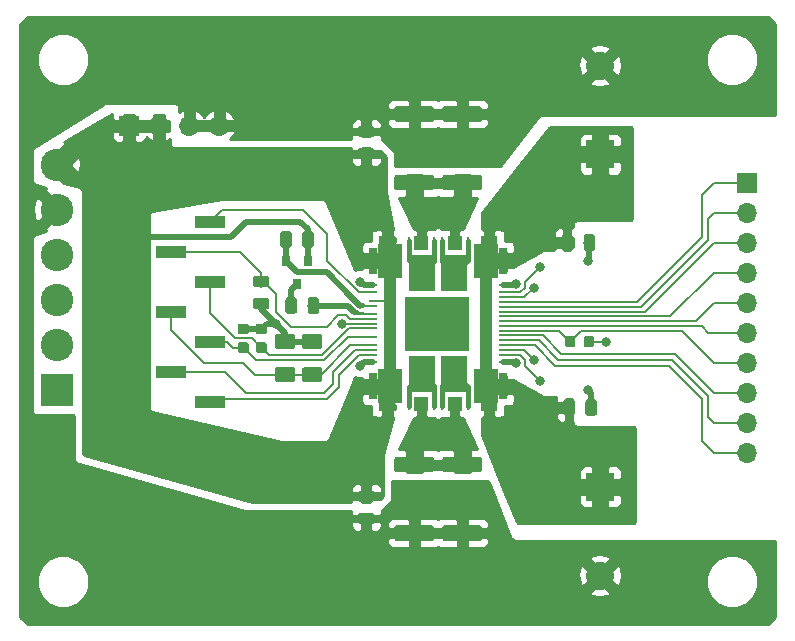
<source format=gbr>
G04 #@! TF.GenerationSoftware,KiCad,Pcbnew,5.0.0-fee4fd1~66~ubuntu16.04.1*
G04 #@! TF.CreationDate,2018-08-14T17:57:09-07:00*
G04 #@! TF.ProjectId,powerstep01-breakout,706F7765727374657030312D62726561,rev?*
G04 #@! TF.SameCoordinates,Original*
G04 #@! TF.FileFunction,Copper,L1,Top,Signal*
G04 #@! TF.FilePolarity,Positive*
%FSLAX46Y46*%
G04 Gerber Fmt 4.6, Leading zero omitted, Abs format (unit mm)*
G04 Created by KiCad (PCBNEW 5.0.0-fee4fd1~66~ubuntu16.04.1) date Tue Aug 14 17:57:09 2018*
%MOMM*%
%LPD*%
G01*
G04 APERTURE LIST*
G04 #@! TA.AperFunction,SMDPad,CuDef*
%ADD10R,5.500000X4.680000*%
G04 #@! TD*
G04 #@! TA.AperFunction,SMDPad,CuDef*
%ADD11R,2.300000X3.010000*%
G04 #@! TD*
G04 #@! TA.AperFunction,SMDPad,CuDef*
%ADD12R,1.160000X1.200000*%
G04 #@! TD*
G04 #@! TA.AperFunction,SMDPad,CuDef*
%ADD13R,0.200000X0.800000*%
G04 #@! TD*
G04 #@! TA.AperFunction,SMDPad,CuDef*
%ADD14R,0.800000X0.200000*%
G04 #@! TD*
G04 #@! TA.AperFunction,SMDPad,CuDef*
%ADD15R,2.140000X2.850000*%
G04 #@! TD*
G04 #@! TA.AperFunction,SMDPad,CuDef*
%ADD16R,1.440000X0.720000*%
G04 #@! TD*
G04 #@! TA.AperFunction,SMDPad,CuDef*
%ADD17R,0.740000X2.170000*%
G04 #@! TD*
G04 #@! TA.AperFunction,Conductor*
%ADD18C,0.100000*%
G04 #@! TD*
G04 #@! TA.AperFunction,SMDPad,CuDef*
%ADD19C,1.250000*%
G04 #@! TD*
G04 #@! TA.AperFunction,SMDPad,CuDef*
%ADD20R,0.800000X0.900000*%
G04 #@! TD*
G04 #@! TA.AperFunction,ComponentPad*
%ADD21R,1.700000X1.700000*%
G04 #@! TD*
G04 #@! TA.AperFunction,ComponentPad*
%ADD22O,1.700000X1.700000*%
G04 #@! TD*
G04 #@! TA.AperFunction,SMDPad,CuDef*
%ADD23C,0.875000*%
G04 #@! TD*
G04 #@! TA.AperFunction,SMDPad,CuDef*
%ADD24R,2.510000X1.000000*%
G04 #@! TD*
G04 #@! TA.AperFunction,SMDPad,CuDef*
%ADD25C,1.350000*%
G04 #@! TD*
G04 #@! TA.AperFunction,ComponentPad*
%ADD26R,2.750000X2.750000*%
G04 #@! TD*
G04 #@! TA.AperFunction,ComponentPad*
%ADD27C,2.750000*%
G04 #@! TD*
G04 #@! TA.AperFunction,SMDPad,CuDef*
%ADD28C,0.975000*%
G04 #@! TD*
G04 #@! TA.AperFunction,ComponentPad*
%ADD29R,2.400000X2.400000*%
G04 #@! TD*
G04 #@! TA.AperFunction,ComponentPad*
%ADD30C,2.400000*%
G04 #@! TD*
G04 #@! TA.AperFunction,ViaPad*
%ADD31C,0.800000*%
G04 #@! TD*
G04 #@! TA.AperFunction,Conductor*
%ADD32C,0.500000*%
G04 #@! TD*
G04 #@! TA.AperFunction,Conductor*
%ADD33C,0.200000*%
G04 #@! TD*
G04 #@! TA.AperFunction,Conductor*
%ADD34C,1.000000*%
G04 #@! TD*
G04 #@! TA.AperFunction,Conductor*
%ADD35C,0.400000*%
G04 #@! TD*
G04 #@! TA.AperFunction,Conductor*
%ADD36C,0.250000*%
G04 #@! TD*
G04 APERTURE END LIST*
D10*
G04 #@! TO.P,U1,E9*
G04 #@! TO.N,GND*
X133778000Y-86614000D03*
D11*
G04 #@! TO.P,U1,E8*
G04 #@! TO.N,OUTB2*
X135228000Y-90879000D03*
G04 #@! TO.P,U1,E7*
G04 #@! TO.N,OUTB1*
X132488000Y-90879000D03*
G04 #@! TO.P,U1,E3*
G04 #@! TO.N,OUTA2*
X135228000Y-82349000D03*
G04 #@! TO.P,U1,E4*
G04 #@! TO.N,OUTA1*
X132488000Y-82349000D03*
D12*
G04 #@! TO.P,U1,E13*
G04 #@! TO.N,Net-(R3-Pad1)*
X135268000Y-93414000D03*
G04 #@! TO.P,U1,E12*
X132448000Y-93414000D03*
G04 #@! TO.P,U1,E10*
G04 #@! TO.N,Net-(R1-Pad1)*
X135268000Y-79814000D03*
G04 #@! TO.P,U1,E11*
X132448000Y-79814000D03*
D13*
G04 #@! TO.P,U1,37*
G04 #@! TO.N,OUTA2*
X134168000Y-79614000D03*
G04 #@! TO.P,U1,38*
G04 #@! TO.N,OUTA1*
X133548000Y-79614000D03*
G04 #@! TO.P,U1,42*
X131348000Y-79614000D03*
G04 #@! TO.P,U1,33*
G04 #@! TO.N,OUTA2*
X136368000Y-79614000D03*
G04 #@! TO.P,U1,81*
G04 #@! TO.N,OUTB2*
X134168000Y-93614000D03*
G04 #@! TO.P,U1,80*
G04 #@! TO.N,OUTB1*
X133548000Y-93614000D03*
G04 #@! TO.P,U1,76*
X131348000Y-93614000D03*
G04 #@! TO.P,U1,85*
G04 #@! TO.N,OUTB2*
X136368000Y-93614000D03*
D14*
G04 #@! TO.P,U1,15*
G04 #@! TO.N,BUSY_SYNC*
X139358000Y-86404000D03*
G04 #@! TO.P,U1,16*
G04 #@! TO.N,FLAG*
X139358000Y-86004000D03*
G04 #@! TO.P,U1,17*
G04 #@! TO.N,STCK*
X139358000Y-85604000D03*
G04 #@! TO.P,U1,18*
G04 #@! TO.N,SW*
X139358000Y-85204000D03*
G04 #@! TO.P,U1,19*
G04 #@! TO.N,STBY_RESET*
X139358000Y-84804000D03*
G04 #@! TO.P,U1,20*
G04 #@! TO.N,Net-(R1-Pad1)*
X139358000Y-84404000D03*
G04 #@! TO.P,U1,21*
G04 #@! TO.N,GND*
X139358000Y-83964000D03*
G04 #@! TO.P,U1,22*
G04 #@! TO.N,OUTA2*
X139358000Y-83364000D03*
G04 #@! TO.P,U1,14*
G04 #@! TO.N,SDO*
X139358000Y-86824000D03*
G04 #@! TO.P,U1,13*
G04 #@! TO.N,VDDIO*
X139358000Y-87224000D03*
G04 #@! TO.P,U1,12*
G04 #@! TO.N,SDI*
X139358000Y-87624000D03*
G04 #@! TO.P,U1,11*
G04 #@! TO.N,CK*
X139358000Y-88024000D03*
G04 #@! TO.P,U1,10*
G04 #@! TO.N,CS*
X139358000Y-88424000D03*
G04 #@! TO.P,U1,9*
G04 #@! TO.N,Net-(R3-Pad1)*
X139358000Y-88824000D03*
G04 #@! TO.P,U1,8*
G04 #@! TO.N,GND*
X139358000Y-89264000D03*
G04 #@! TO.P,U1,7*
G04 #@! TO.N,OUTB2*
X139358000Y-89864000D03*
G04 #@! TO.P,U1,58*
G04 #@! TO.N,VCC*
X128358000Y-86214000D03*
G04 #@! TO.P,U1,59*
G04 #@! TO.N,GND*
X128358000Y-86614000D03*
G04 #@! TO.P,U1,57*
G04 #@! TO.N,Net-(C6-Pad1)*
X128358000Y-85814000D03*
G04 #@! TO.P,U1,56*
G04 #@! TO.N,Net-(C5-Pad2)*
X128358000Y-85094000D03*
G04 #@! TO.P,U1,55*
G04 #@! TO.N,VIN*
X128358000Y-84694000D03*
G04 #@! TO.P,U1,54*
G04 #@! TO.N,ADCIN*
X128358000Y-83964000D03*
G04 #@! TO.P,U1,53*
G04 #@! TO.N,OUTA1*
X128358000Y-83364000D03*
G04 #@! TO.P,U1,60*
G04 #@! TO.N,VCCREG*
X128358000Y-87014000D03*
G04 #@! TO.P,U1,61*
G04 #@! TO.N,VSREG*
X128358000Y-87734000D03*
G04 #@! TO.P,U1,62*
G04 #@! TO.N,VREG*
X128358000Y-88464000D03*
G04 #@! TO.P,U1,63*
G04 #@! TO.N,OSCIN*
X128358000Y-88864000D03*
G04 #@! TO.P,U1,64*
G04 #@! TO.N,OSCOUT*
X128358000Y-89264000D03*
G04 #@! TO.P,U1,65*
G04 #@! TO.N,OUTB1*
X128358000Y-89864000D03*
D15*
G04 #@! TO.P,U1,E2*
G04 #@! TO.N,VIN*
X137948000Y-81359000D03*
G04 #@! TO.P,U1,E5*
X129768000Y-81359000D03*
G04 #@! TO.P,U1,E6*
X129768000Y-91869000D03*
G04 #@! TO.P,U1,E1*
X137948000Y-91869000D03*
D16*
G04 #@! TO.P,U1,E5*
X129558000Y-79574000D03*
G04 #@! TO.P,U1,E2*
X138158000Y-79574000D03*
G04 #@! TO.P,U1,E6*
X129558000Y-93654000D03*
G04 #@! TO.P,U1,E1*
X138158000Y-93654000D03*
D17*
G04 #@! TO.P,U1,E5*
X128338000Y-81299000D03*
G04 #@! TO.P,U1,E6*
X128338000Y-91929000D03*
G04 #@! TO.P,U1,E1*
X139378000Y-91929000D03*
G04 #@! TO.P,U1,E2*
X139378000Y-81299000D03*
G04 #@! TD*
D18*
G04 #@! TO.N,VREG*
G04 #@! TO.C,C13*
G36*
X123839504Y-90314204D02*
X123863773Y-90317804D01*
X123887571Y-90323765D01*
X123910671Y-90332030D01*
X123932849Y-90342520D01*
X123953893Y-90355133D01*
X123973598Y-90369747D01*
X123991777Y-90386223D01*
X124008253Y-90404402D01*
X124022867Y-90424107D01*
X124035480Y-90445151D01*
X124045970Y-90467329D01*
X124054235Y-90490429D01*
X124060196Y-90514227D01*
X124063796Y-90538496D01*
X124065000Y-90563000D01*
X124065000Y-91313000D01*
X124063796Y-91337504D01*
X124060196Y-91361773D01*
X124054235Y-91385571D01*
X124045970Y-91408671D01*
X124035480Y-91430849D01*
X124022867Y-91451893D01*
X124008253Y-91471598D01*
X123991777Y-91489777D01*
X123973598Y-91506253D01*
X123953893Y-91520867D01*
X123932849Y-91533480D01*
X123910671Y-91543970D01*
X123887571Y-91552235D01*
X123863773Y-91558196D01*
X123839504Y-91561796D01*
X123815000Y-91563000D01*
X122565000Y-91563000D01*
X122540496Y-91561796D01*
X122516227Y-91558196D01*
X122492429Y-91552235D01*
X122469329Y-91543970D01*
X122447151Y-91533480D01*
X122426107Y-91520867D01*
X122406402Y-91506253D01*
X122388223Y-91489777D01*
X122371747Y-91471598D01*
X122357133Y-91451893D01*
X122344520Y-91430849D01*
X122334030Y-91408671D01*
X122325765Y-91385571D01*
X122319804Y-91361773D01*
X122316204Y-91337504D01*
X122315000Y-91313000D01*
X122315000Y-90563000D01*
X122316204Y-90538496D01*
X122319804Y-90514227D01*
X122325765Y-90490429D01*
X122334030Y-90467329D01*
X122344520Y-90445151D01*
X122357133Y-90424107D01*
X122371747Y-90404402D01*
X122388223Y-90386223D01*
X122406402Y-90369747D01*
X122426107Y-90355133D01*
X122447151Y-90342520D01*
X122469329Y-90332030D01*
X122492429Y-90323765D01*
X122516227Y-90317804D01*
X122540496Y-90314204D01*
X122565000Y-90313000D01*
X123815000Y-90313000D01*
X123839504Y-90314204D01*
X123839504Y-90314204D01*
G37*
D19*
G04 #@! TD*
G04 #@! TO.P,C13,1*
G04 #@! TO.N,VREG*
X123190000Y-90938000D03*
D18*
G04 #@! TO.N,GND*
G04 #@! TO.C,C13*
G36*
X123839504Y-87514204D02*
X123863773Y-87517804D01*
X123887571Y-87523765D01*
X123910671Y-87532030D01*
X123932849Y-87542520D01*
X123953893Y-87555133D01*
X123973598Y-87569747D01*
X123991777Y-87586223D01*
X124008253Y-87604402D01*
X124022867Y-87624107D01*
X124035480Y-87645151D01*
X124045970Y-87667329D01*
X124054235Y-87690429D01*
X124060196Y-87714227D01*
X124063796Y-87738496D01*
X124065000Y-87763000D01*
X124065000Y-88513000D01*
X124063796Y-88537504D01*
X124060196Y-88561773D01*
X124054235Y-88585571D01*
X124045970Y-88608671D01*
X124035480Y-88630849D01*
X124022867Y-88651893D01*
X124008253Y-88671598D01*
X123991777Y-88689777D01*
X123973598Y-88706253D01*
X123953893Y-88720867D01*
X123932849Y-88733480D01*
X123910671Y-88743970D01*
X123887571Y-88752235D01*
X123863773Y-88758196D01*
X123839504Y-88761796D01*
X123815000Y-88763000D01*
X122565000Y-88763000D01*
X122540496Y-88761796D01*
X122516227Y-88758196D01*
X122492429Y-88752235D01*
X122469329Y-88743970D01*
X122447151Y-88733480D01*
X122426107Y-88720867D01*
X122406402Y-88706253D01*
X122388223Y-88689777D01*
X122371747Y-88671598D01*
X122357133Y-88651893D01*
X122344520Y-88630849D01*
X122334030Y-88608671D01*
X122325765Y-88585571D01*
X122319804Y-88561773D01*
X122316204Y-88537504D01*
X122315000Y-88513000D01*
X122315000Y-87763000D01*
X122316204Y-87738496D01*
X122319804Y-87714227D01*
X122325765Y-87690429D01*
X122334030Y-87667329D01*
X122344520Y-87645151D01*
X122357133Y-87624107D01*
X122371747Y-87604402D01*
X122388223Y-87586223D01*
X122406402Y-87569747D01*
X122426107Y-87555133D01*
X122447151Y-87542520D01*
X122469329Y-87532030D01*
X122492429Y-87523765D01*
X122516227Y-87517804D01*
X122540496Y-87514204D01*
X122565000Y-87513000D01*
X123815000Y-87513000D01*
X123839504Y-87514204D01*
X123839504Y-87514204D01*
G37*
D19*
G04 #@! TD*
G04 #@! TO.P,C13,2*
G04 #@! TO.N,GND*
X123190000Y-88138000D03*
D20*
G04 #@! TO.P,D1,1*
G04 #@! TO.N,VIN*
X122870000Y-81280000D03*
G04 #@! TO.P,D1,2*
G04 #@! TO.N,Net-(C5-Pad2)*
X120970000Y-81280000D03*
G04 #@! TO.P,D1,3*
G04 #@! TO.N,Net-(C6-Pad2)*
X121920000Y-83280000D03*
G04 #@! TD*
D21*
G04 #@! TO.P,J4,1*
G04 #@! TO.N,STBY_RESET*
X160020000Y-74676000D03*
D22*
G04 #@! TO.P,J4,2*
G04 #@! TO.N,SW*
X160020000Y-77216000D03*
G04 #@! TO.P,J4,3*
G04 #@! TO.N,STCK*
X160020000Y-79756000D03*
G04 #@! TO.P,J4,4*
G04 #@! TO.N,FLAG*
X160020000Y-82296000D03*
G04 #@! TO.P,J4,5*
G04 #@! TO.N,BUSY_SYNC*
X160020000Y-84836000D03*
G04 #@! TO.P,J4,6*
G04 #@! TO.N,SDO*
X160020000Y-87376000D03*
G04 #@! TO.P,J4,7*
G04 #@! TO.N,VDDIO*
X160020000Y-89916000D03*
G04 #@! TO.P,J4,8*
G04 #@! TO.N,SDI*
X160020000Y-92456000D03*
G04 #@! TO.P,J4,9*
G04 #@! TO.N,CK*
X160020000Y-94996000D03*
G04 #@! TO.P,J4,10*
G04 #@! TO.N,CS*
X160020000Y-97536000D03*
G04 #@! TD*
D18*
G04 #@! TO.N,GND*
G04 #@! TO.C,C9*
G36*
X146849191Y-87664053D02*
X146870426Y-87667203D01*
X146891250Y-87672419D01*
X146911462Y-87679651D01*
X146930868Y-87688830D01*
X146949281Y-87699866D01*
X146966524Y-87712654D01*
X146982430Y-87727070D01*
X146996846Y-87742976D01*
X147009634Y-87760219D01*
X147020670Y-87778632D01*
X147029849Y-87798038D01*
X147037081Y-87818250D01*
X147042297Y-87839074D01*
X147045447Y-87860309D01*
X147046500Y-87881750D01*
X147046500Y-88394250D01*
X147045447Y-88415691D01*
X147042297Y-88436926D01*
X147037081Y-88457750D01*
X147029849Y-88477962D01*
X147020670Y-88497368D01*
X147009634Y-88515781D01*
X146996846Y-88533024D01*
X146982430Y-88548930D01*
X146966524Y-88563346D01*
X146949281Y-88576134D01*
X146930868Y-88587170D01*
X146911462Y-88596349D01*
X146891250Y-88603581D01*
X146870426Y-88608797D01*
X146849191Y-88611947D01*
X146827750Y-88613000D01*
X146390250Y-88613000D01*
X146368809Y-88611947D01*
X146347574Y-88608797D01*
X146326750Y-88603581D01*
X146306538Y-88596349D01*
X146287132Y-88587170D01*
X146268719Y-88576134D01*
X146251476Y-88563346D01*
X146235570Y-88548930D01*
X146221154Y-88533024D01*
X146208366Y-88515781D01*
X146197330Y-88497368D01*
X146188151Y-88477962D01*
X146180919Y-88457750D01*
X146175703Y-88436926D01*
X146172553Y-88415691D01*
X146171500Y-88394250D01*
X146171500Y-87881750D01*
X146172553Y-87860309D01*
X146175703Y-87839074D01*
X146180919Y-87818250D01*
X146188151Y-87798038D01*
X146197330Y-87778632D01*
X146208366Y-87760219D01*
X146221154Y-87742976D01*
X146235570Y-87727070D01*
X146251476Y-87712654D01*
X146268719Y-87699866D01*
X146287132Y-87688830D01*
X146306538Y-87679651D01*
X146326750Y-87672419D01*
X146347574Y-87667203D01*
X146368809Y-87664053D01*
X146390250Y-87663000D01*
X146827750Y-87663000D01*
X146849191Y-87664053D01*
X146849191Y-87664053D01*
G37*
D23*
G04 #@! TD*
G04 #@! TO.P,C9,2*
G04 #@! TO.N,GND*
X146609000Y-88138000D03*
D18*
G04 #@! TO.N,VDDIO*
G04 #@! TO.C,C9*
G36*
X145274191Y-87664053D02*
X145295426Y-87667203D01*
X145316250Y-87672419D01*
X145336462Y-87679651D01*
X145355868Y-87688830D01*
X145374281Y-87699866D01*
X145391524Y-87712654D01*
X145407430Y-87727070D01*
X145421846Y-87742976D01*
X145434634Y-87760219D01*
X145445670Y-87778632D01*
X145454849Y-87798038D01*
X145462081Y-87818250D01*
X145467297Y-87839074D01*
X145470447Y-87860309D01*
X145471500Y-87881750D01*
X145471500Y-88394250D01*
X145470447Y-88415691D01*
X145467297Y-88436926D01*
X145462081Y-88457750D01*
X145454849Y-88477962D01*
X145445670Y-88497368D01*
X145434634Y-88515781D01*
X145421846Y-88533024D01*
X145407430Y-88548930D01*
X145391524Y-88563346D01*
X145374281Y-88576134D01*
X145355868Y-88587170D01*
X145336462Y-88596349D01*
X145316250Y-88603581D01*
X145295426Y-88608797D01*
X145274191Y-88611947D01*
X145252750Y-88613000D01*
X144815250Y-88613000D01*
X144793809Y-88611947D01*
X144772574Y-88608797D01*
X144751750Y-88603581D01*
X144731538Y-88596349D01*
X144712132Y-88587170D01*
X144693719Y-88576134D01*
X144676476Y-88563346D01*
X144660570Y-88548930D01*
X144646154Y-88533024D01*
X144633366Y-88515781D01*
X144622330Y-88497368D01*
X144613151Y-88477962D01*
X144605919Y-88457750D01*
X144600703Y-88436926D01*
X144597553Y-88415691D01*
X144596500Y-88394250D01*
X144596500Y-87881750D01*
X144597553Y-87860309D01*
X144600703Y-87839074D01*
X144605919Y-87818250D01*
X144613151Y-87798038D01*
X144622330Y-87778632D01*
X144633366Y-87760219D01*
X144646154Y-87742976D01*
X144660570Y-87727070D01*
X144676476Y-87712654D01*
X144693719Y-87699866D01*
X144712132Y-87688830D01*
X144731538Y-87679651D01*
X144751750Y-87672419D01*
X144772574Y-87667203D01*
X144793809Y-87664053D01*
X144815250Y-87663000D01*
X145252750Y-87663000D01*
X145274191Y-87664053D01*
X145274191Y-87664053D01*
G37*
D23*
G04 #@! TD*
G04 #@! TO.P,C9,1*
G04 #@! TO.N,VDDIO*
X145034000Y-88138000D03*
D24*
G04 #@! TO.P,J3,1*
G04 #@! TO.N,OSCOUT*
X114554000Y-93218000D03*
G04 #@! TO.P,J3,3*
G04 #@! TO.N,VSREG*
X114554000Y-88138000D03*
G04 #@! TO.P,J3,5*
G04 #@! TO.N,VCCREG*
X114554000Y-83058000D03*
G04 #@! TO.P,J3,7*
G04 #@! TO.N,ADCIN*
X114554000Y-77978000D03*
G04 #@! TO.P,J3,2*
G04 #@! TO.N,OSCIN*
X111244000Y-90678000D03*
G04 #@! TO.P,J3,4*
G04 #@! TO.N,VREG*
X111244000Y-85598000D03*
G04 #@! TO.P,J3,6*
G04 #@! TO.N,VCC*
X111244000Y-80518000D03*
G04 #@! TD*
D18*
G04 #@! TO.N,Net-(R1-Pad1)*
G04 #@! TO.C,R2*
G36*
X137339505Y-74002204D02*
X137363773Y-74005804D01*
X137387572Y-74011765D01*
X137410671Y-74020030D01*
X137432850Y-74030520D01*
X137453893Y-74043132D01*
X137473599Y-74057747D01*
X137491777Y-74074223D01*
X137508253Y-74092401D01*
X137522868Y-74112107D01*
X137535480Y-74133150D01*
X137545970Y-74155329D01*
X137554235Y-74178428D01*
X137560196Y-74202227D01*
X137563796Y-74226495D01*
X137565000Y-74250999D01*
X137565000Y-75101001D01*
X137563796Y-75125505D01*
X137560196Y-75149773D01*
X137554235Y-75173572D01*
X137545970Y-75196671D01*
X137535480Y-75218850D01*
X137522868Y-75239893D01*
X137508253Y-75259599D01*
X137491777Y-75277777D01*
X137473599Y-75294253D01*
X137453893Y-75308868D01*
X137432850Y-75321480D01*
X137410671Y-75331970D01*
X137387572Y-75340235D01*
X137363773Y-75346196D01*
X137339505Y-75349796D01*
X137315001Y-75351000D01*
X134464999Y-75351000D01*
X134440495Y-75349796D01*
X134416227Y-75346196D01*
X134392428Y-75340235D01*
X134369329Y-75331970D01*
X134347150Y-75321480D01*
X134326107Y-75308868D01*
X134306401Y-75294253D01*
X134288223Y-75277777D01*
X134271747Y-75259599D01*
X134257132Y-75239893D01*
X134244520Y-75218850D01*
X134234030Y-75196671D01*
X134225765Y-75173572D01*
X134219804Y-75149773D01*
X134216204Y-75125505D01*
X134215000Y-75101001D01*
X134215000Y-74250999D01*
X134216204Y-74226495D01*
X134219804Y-74202227D01*
X134225765Y-74178428D01*
X134234030Y-74155329D01*
X134244520Y-74133150D01*
X134257132Y-74112107D01*
X134271747Y-74092401D01*
X134288223Y-74074223D01*
X134306401Y-74057747D01*
X134326107Y-74043132D01*
X134347150Y-74030520D01*
X134369329Y-74020030D01*
X134392428Y-74011765D01*
X134416227Y-74005804D01*
X134440495Y-74002204D01*
X134464999Y-74001000D01*
X137315001Y-74001000D01*
X137339505Y-74002204D01*
X137339505Y-74002204D01*
G37*
D25*
G04 #@! TD*
G04 #@! TO.P,R2,1*
G04 #@! TO.N,Net-(R1-Pad1)*
X135890000Y-74676000D03*
D18*
G04 #@! TO.N,GND*
G04 #@! TO.C,R2*
G36*
X137339505Y-68202204D02*
X137363773Y-68205804D01*
X137387572Y-68211765D01*
X137410671Y-68220030D01*
X137432850Y-68230520D01*
X137453893Y-68243132D01*
X137473599Y-68257747D01*
X137491777Y-68274223D01*
X137508253Y-68292401D01*
X137522868Y-68312107D01*
X137535480Y-68333150D01*
X137545970Y-68355329D01*
X137554235Y-68378428D01*
X137560196Y-68402227D01*
X137563796Y-68426495D01*
X137565000Y-68450999D01*
X137565000Y-69301001D01*
X137563796Y-69325505D01*
X137560196Y-69349773D01*
X137554235Y-69373572D01*
X137545970Y-69396671D01*
X137535480Y-69418850D01*
X137522868Y-69439893D01*
X137508253Y-69459599D01*
X137491777Y-69477777D01*
X137473599Y-69494253D01*
X137453893Y-69508868D01*
X137432850Y-69521480D01*
X137410671Y-69531970D01*
X137387572Y-69540235D01*
X137363773Y-69546196D01*
X137339505Y-69549796D01*
X137315001Y-69551000D01*
X134464999Y-69551000D01*
X134440495Y-69549796D01*
X134416227Y-69546196D01*
X134392428Y-69540235D01*
X134369329Y-69531970D01*
X134347150Y-69521480D01*
X134326107Y-69508868D01*
X134306401Y-69494253D01*
X134288223Y-69477777D01*
X134271747Y-69459599D01*
X134257132Y-69439893D01*
X134244520Y-69418850D01*
X134234030Y-69396671D01*
X134225765Y-69373572D01*
X134219804Y-69349773D01*
X134216204Y-69325505D01*
X134215000Y-69301001D01*
X134215000Y-68450999D01*
X134216204Y-68426495D01*
X134219804Y-68402227D01*
X134225765Y-68378428D01*
X134234030Y-68355329D01*
X134244520Y-68333150D01*
X134257132Y-68312107D01*
X134271747Y-68292401D01*
X134288223Y-68274223D01*
X134306401Y-68257747D01*
X134326107Y-68243132D01*
X134347150Y-68230520D01*
X134369329Y-68220030D01*
X134392428Y-68211765D01*
X134416227Y-68205804D01*
X134440495Y-68202204D01*
X134464999Y-68201000D01*
X137315001Y-68201000D01*
X137339505Y-68202204D01*
X137339505Y-68202204D01*
G37*
D25*
G04 #@! TD*
G04 #@! TO.P,R2,2*
G04 #@! TO.N,GND*
X135890000Y-68876000D03*
D26*
G04 #@! TO.P,J1,1*
G04 #@! TO.N,OUTB2*
X101600000Y-92202000D03*
D27*
G04 #@! TO.P,J1,2*
G04 #@! TO.N,OUTB1*
X101600000Y-88392000D03*
G04 #@! TO.P,J1,3*
G04 #@! TO.N,OUTA1*
X101600000Y-84582000D03*
G04 #@! TO.P,J1,4*
G04 #@! TO.N,OUTA2*
X101600000Y-80772000D03*
G04 #@! TO.P,J1,5*
G04 #@! TO.N,GND*
X101600000Y-76962000D03*
G04 #@! TO.P,J1,6*
G04 #@! TO.N,VIN*
X101600000Y-73152000D03*
G04 #@! TD*
D18*
G04 #@! TO.N,Net-(R3-Pad1)*
G04 #@! TO.C,R3*
G36*
X133275505Y-97878204D02*
X133299773Y-97881804D01*
X133323572Y-97887765D01*
X133346671Y-97896030D01*
X133368850Y-97906520D01*
X133389893Y-97919132D01*
X133409599Y-97933747D01*
X133427777Y-97950223D01*
X133444253Y-97968401D01*
X133458868Y-97988107D01*
X133471480Y-98009150D01*
X133481970Y-98031329D01*
X133490235Y-98054428D01*
X133496196Y-98078227D01*
X133499796Y-98102495D01*
X133501000Y-98126999D01*
X133501000Y-98977001D01*
X133499796Y-99001505D01*
X133496196Y-99025773D01*
X133490235Y-99049572D01*
X133481970Y-99072671D01*
X133471480Y-99094850D01*
X133458868Y-99115893D01*
X133444253Y-99135599D01*
X133427777Y-99153777D01*
X133409599Y-99170253D01*
X133389893Y-99184868D01*
X133368850Y-99197480D01*
X133346671Y-99207970D01*
X133323572Y-99216235D01*
X133299773Y-99222196D01*
X133275505Y-99225796D01*
X133251001Y-99227000D01*
X130400999Y-99227000D01*
X130376495Y-99225796D01*
X130352227Y-99222196D01*
X130328428Y-99216235D01*
X130305329Y-99207970D01*
X130283150Y-99197480D01*
X130262107Y-99184868D01*
X130242401Y-99170253D01*
X130224223Y-99153777D01*
X130207747Y-99135599D01*
X130193132Y-99115893D01*
X130180520Y-99094850D01*
X130170030Y-99072671D01*
X130161765Y-99049572D01*
X130155804Y-99025773D01*
X130152204Y-99001505D01*
X130151000Y-98977001D01*
X130151000Y-98126999D01*
X130152204Y-98102495D01*
X130155804Y-98078227D01*
X130161765Y-98054428D01*
X130170030Y-98031329D01*
X130180520Y-98009150D01*
X130193132Y-97988107D01*
X130207747Y-97968401D01*
X130224223Y-97950223D01*
X130242401Y-97933747D01*
X130262107Y-97919132D01*
X130283150Y-97906520D01*
X130305329Y-97896030D01*
X130328428Y-97887765D01*
X130352227Y-97881804D01*
X130376495Y-97878204D01*
X130400999Y-97877000D01*
X133251001Y-97877000D01*
X133275505Y-97878204D01*
X133275505Y-97878204D01*
G37*
D25*
G04 #@! TD*
G04 #@! TO.P,R3,1*
G04 #@! TO.N,Net-(R3-Pad1)*
X131826000Y-98552000D03*
D18*
G04 #@! TO.N,GND*
G04 #@! TO.C,R3*
G36*
X133275505Y-103678204D02*
X133299773Y-103681804D01*
X133323572Y-103687765D01*
X133346671Y-103696030D01*
X133368850Y-103706520D01*
X133389893Y-103719132D01*
X133409599Y-103733747D01*
X133427777Y-103750223D01*
X133444253Y-103768401D01*
X133458868Y-103788107D01*
X133471480Y-103809150D01*
X133481970Y-103831329D01*
X133490235Y-103854428D01*
X133496196Y-103878227D01*
X133499796Y-103902495D01*
X133501000Y-103926999D01*
X133501000Y-104777001D01*
X133499796Y-104801505D01*
X133496196Y-104825773D01*
X133490235Y-104849572D01*
X133481970Y-104872671D01*
X133471480Y-104894850D01*
X133458868Y-104915893D01*
X133444253Y-104935599D01*
X133427777Y-104953777D01*
X133409599Y-104970253D01*
X133389893Y-104984868D01*
X133368850Y-104997480D01*
X133346671Y-105007970D01*
X133323572Y-105016235D01*
X133299773Y-105022196D01*
X133275505Y-105025796D01*
X133251001Y-105027000D01*
X130400999Y-105027000D01*
X130376495Y-105025796D01*
X130352227Y-105022196D01*
X130328428Y-105016235D01*
X130305329Y-105007970D01*
X130283150Y-104997480D01*
X130262107Y-104984868D01*
X130242401Y-104970253D01*
X130224223Y-104953777D01*
X130207747Y-104935599D01*
X130193132Y-104915893D01*
X130180520Y-104894850D01*
X130170030Y-104872671D01*
X130161765Y-104849572D01*
X130155804Y-104825773D01*
X130152204Y-104801505D01*
X130151000Y-104777001D01*
X130151000Y-103926999D01*
X130152204Y-103902495D01*
X130155804Y-103878227D01*
X130161765Y-103854428D01*
X130170030Y-103831329D01*
X130180520Y-103809150D01*
X130193132Y-103788107D01*
X130207747Y-103768401D01*
X130224223Y-103750223D01*
X130242401Y-103733747D01*
X130262107Y-103719132D01*
X130283150Y-103706520D01*
X130305329Y-103696030D01*
X130328428Y-103687765D01*
X130352227Y-103681804D01*
X130376495Y-103678204D01*
X130400999Y-103677000D01*
X133251001Y-103677000D01*
X133275505Y-103678204D01*
X133275505Y-103678204D01*
G37*
D25*
G04 #@! TD*
G04 #@! TO.P,R3,2*
G04 #@! TO.N,GND*
X131826000Y-104352000D03*
D18*
G04 #@! TO.N,GND*
G04 #@! TO.C,R1*
G36*
X133275505Y-68202204D02*
X133299773Y-68205804D01*
X133323572Y-68211765D01*
X133346671Y-68220030D01*
X133368850Y-68230520D01*
X133389893Y-68243132D01*
X133409599Y-68257747D01*
X133427777Y-68274223D01*
X133444253Y-68292401D01*
X133458868Y-68312107D01*
X133471480Y-68333150D01*
X133481970Y-68355329D01*
X133490235Y-68378428D01*
X133496196Y-68402227D01*
X133499796Y-68426495D01*
X133501000Y-68450999D01*
X133501000Y-69301001D01*
X133499796Y-69325505D01*
X133496196Y-69349773D01*
X133490235Y-69373572D01*
X133481970Y-69396671D01*
X133471480Y-69418850D01*
X133458868Y-69439893D01*
X133444253Y-69459599D01*
X133427777Y-69477777D01*
X133409599Y-69494253D01*
X133389893Y-69508868D01*
X133368850Y-69521480D01*
X133346671Y-69531970D01*
X133323572Y-69540235D01*
X133299773Y-69546196D01*
X133275505Y-69549796D01*
X133251001Y-69551000D01*
X130400999Y-69551000D01*
X130376495Y-69549796D01*
X130352227Y-69546196D01*
X130328428Y-69540235D01*
X130305329Y-69531970D01*
X130283150Y-69521480D01*
X130262107Y-69508868D01*
X130242401Y-69494253D01*
X130224223Y-69477777D01*
X130207747Y-69459599D01*
X130193132Y-69439893D01*
X130180520Y-69418850D01*
X130170030Y-69396671D01*
X130161765Y-69373572D01*
X130155804Y-69349773D01*
X130152204Y-69325505D01*
X130151000Y-69301001D01*
X130151000Y-68450999D01*
X130152204Y-68426495D01*
X130155804Y-68402227D01*
X130161765Y-68378428D01*
X130170030Y-68355329D01*
X130180520Y-68333150D01*
X130193132Y-68312107D01*
X130207747Y-68292401D01*
X130224223Y-68274223D01*
X130242401Y-68257747D01*
X130262107Y-68243132D01*
X130283150Y-68230520D01*
X130305329Y-68220030D01*
X130328428Y-68211765D01*
X130352227Y-68205804D01*
X130376495Y-68202204D01*
X130400999Y-68201000D01*
X133251001Y-68201000D01*
X133275505Y-68202204D01*
X133275505Y-68202204D01*
G37*
D25*
G04 #@! TD*
G04 #@! TO.P,R1,2*
G04 #@! TO.N,GND*
X131826000Y-68876000D03*
D18*
G04 #@! TO.N,Net-(R1-Pad1)*
G04 #@! TO.C,R1*
G36*
X133275505Y-74002204D02*
X133299773Y-74005804D01*
X133323572Y-74011765D01*
X133346671Y-74020030D01*
X133368850Y-74030520D01*
X133389893Y-74043132D01*
X133409599Y-74057747D01*
X133427777Y-74074223D01*
X133444253Y-74092401D01*
X133458868Y-74112107D01*
X133471480Y-74133150D01*
X133481970Y-74155329D01*
X133490235Y-74178428D01*
X133496196Y-74202227D01*
X133499796Y-74226495D01*
X133501000Y-74250999D01*
X133501000Y-75101001D01*
X133499796Y-75125505D01*
X133496196Y-75149773D01*
X133490235Y-75173572D01*
X133481970Y-75196671D01*
X133471480Y-75218850D01*
X133458868Y-75239893D01*
X133444253Y-75259599D01*
X133427777Y-75277777D01*
X133409599Y-75294253D01*
X133389893Y-75308868D01*
X133368850Y-75321480D01*
X133346671Y-75331970D01*
X133323572Y-75340235D01*
X133299773Y-75346196D01*
X133275505Y-75349796D01*
X133251001Y-75351000D01*
X130400999Y-75351000D01*
X130376495Y-75349796D01*
X130352227Y-75346196D01*
X130328428Y-75340235D01*
X130305329Y-75331970D01*
X130283150Y-75321480D01*
X130262107Y-75308868D01*
X130242401Y-75294253D01*
X130224223Y-75277777D01*
X130207747Y-75259599D01*
X130193132Y-75239893D01*
X130180520Y-75218850D01*
X130170030Y-75196671D01*
X130161765Y-75173572D01*
X130155804Y-75149773D01*
X130152204Y-75125505D01*
X130151000Y-75101001D01*
X130151000Y-74250999D01*
X130152204Y-74226495D01*
X130155804Y-74202227D01*
X130161765Y-74178428D01*
X130170030Y-74155329D01*
X130180520Y-74133150D01*
X130193132Y-74112107D01*
X130207747Y-74092401D01*
X130224223Y-74074223D01*
X130242401Y-74057747D01*
X130262107Y-74043132D01*
X130283150Y-74030520D01*
X130305329Y-74020030D01*
X130328428Y-74011765D01*
X130352227Y-74005804D01*
X130376495Y-74002204D01*
X130400999Y-74001000D01*
X133251001Y-74001000D01*
X133275505Y-74002204D01*
X133275505Y-74002204D01*
G37*
D25*
G04 #@! TD*
G04 #@! TO.P,R1,1*
G04 #@! TO.N,Net-(R1-Pad1)*
X131826000Y-74676000D03*
D21*
G04 #@! TO.P,J2,1*
G04 #@! TO.N,VIN*
X107696000Y-69850000D03*
D22*
G04 #@! TO.P,J2,2*
X110236000Y-69850000D03*
G04 #@! TO.P,J2,3*
G04 #@! TO.N,GND*
X112776000Y-69850000D03*
G04 #@! TO.P,J2,4*
X115316000Y-69850000D03*
G04 #@! TD*
D18*
G04 #@! TO.N,Net-(C6-Pad1)*
G04 #@! TO.C,C6*
G36*
X123554642Y-84391174D02*
X123578303Y-84394684D01*
X123601507Y-84400496D01*
X123624029Y-84408554D01*
X123645653Y-84418782D01*
X123666170Y-84431079D01*
X123685383Y-84445329D01*
X123703107Y-84461393D01*
X123719171Y-84479117D01*
X123733421Y-84498330D01*
X123745718Y-84518847D01*
X123755946Y-84540471D01*
X123764004Y-84562993D01*
X123769816Y-84586197D01*
X123773326Y-84609858D01*
X123774500Y-84633750D01*
X123774500Y-85546250D01*
X123773326Y-85570142D01*
X123769816Y-85593803D01*
X123764004Y-85617007D01*
X123755946Y-85639529D01*
X123745718Y-85661153D01*
X123733421Y-85681670D01*
X123719171Y-85700883D01*
X123703107Y-85718607D01*
X123685383Y-85734671D01*
X123666170Y-85748921D01*
X123645653Y-85761218D01*
X123624029Y-85771446D01*
X123601507Y-85779504D01*
X123578303Y-85785316D01*
X123554642Y-85788826D01*
X123530750Y-85790000D01*
X123043250Y-85790000D01*
X123019358Y-85788826D01*
X122995697Y-85785316D01*
X122972493Y-85779504D01*
X122949971Y-85771446D01*
X122928347Y-85761218D01*
X122907830Y-85748921D01*
X122888617Y-85734671D01*
X122870893Y-85718607D01*
X122854829Y-85700883D01*
X122840579Y-85681670D01*
X122828282Y-85661153D01*
X122818054Y-85639529D01*
X122809996Y-85617007D01*
X122804184Y-85593803D01*
X122800674Y-85570142D01*
X122799500Y-85546250D01*
X122799500Y-84633750D01*
X122800674Y-84609858D01*
X122804184Y-84586197D01*
X122809996Y-84562993D01*
X122818054Y-84540471D01*
X122828282Y-84518847D01*
X122840579Y-84498330D01*
X122854829Y-84479117D01*
X122870893Y-84461393D01*
X122888617Y-84445329D01*
X122907830Y-84431079D01*
X122928347Y-84418782D01*
X122949971Y-84408554D01*
X122972493Y-84400496D01*
X122995697Y-84394684D01*
X123019358Y-84391174D01*
X123043250Y-84390000D01*
X123530750Y-84390000D01*
X123554642Y-84391174D01*
X123554642Y-84391174D01*
G37*
D28*
G04 #@! TD*
G04 #@! TO.P,C6,1*
G04 #@! TO.N,Net-(C6-Pad1)*
X123287000Y-85090000D03*
D18*
G04 #@! TO.N,Net-(C6-Pad2)*
G04 #@! TO.C,C6*
G36*
X121679642Y-84391174D02*
X121703303Y-84394684D01*
X121726507Y-84400496D01*
X121749029Y-84408554D01*
X121770653Y-84418782D01*
X121791170Y-84431079D01*
X121810383Y-84445329D01*
X121828107Y-84461393D01*
X121844171Y-84479117D01*
X121858421Y-84498330D01*
X121870718Y-84518847D01*
X121880946Y-84540471D01*
X121889004Y-84562993D01*
X121894816Y-84586197D01*
X121898326Y-84609858D01*
X121899500Y-84633750D01*
X121899500Y-85546250D01*
X121898326Y-85570142D01*
X121894816Y-85593803D01*
X121889004Y-85617007D01*
X121880946Y-85639529D01*
X121870718Y-85661153D01*
X121858421Y-85681670D01*
X121844171Y-85700883D01*
X121828107Y-85718607D01*
X121810383Y-85734671D01*
X121791170Y-85748921D01*
X121770653Y-85761218D01*
X121749029Y-85771446D01*
X121726507Y-85779504D01*
X121703303Y-85785316D01*
X121679642Y-85788826D01*
X121655750Y-85790000D01*
X121168250Y-85790000D01*
X121144358Y-85788826D01*
X121120697Y-85785316D01*
X121097493Y-85779504D01*
X121074971Y-85771446D01*
X121053347Y-85761218D01*
X121032830Y-85748921D01*
X121013617Y-85734671D01*
X120995893Y-85718607D01*
X120979829Y-85700883D01*
X120965579Y-85681670D01*
X120953282Y-85661153D01*
X120943054Y-85639529D01*
X120934996Y-85617007D01*
X120929184Y-85593803D01*
X120925674Y-85570142D01*
X120924500Y-85546250D01*
X120924500Y-84633750D01*
X120925674Y-84609858D01*
X120929184Y-84586197D01*
X120934996Y-84562993D01*
X120943054Y-84540471D01*
X120953282Y-84518847D01*
X120965579Y-84498330D01*
X120979829Y-84479117D01*
X120995893Y-84461393D01*
X121013617Y-84445329D01*
X121032830Y-84431079D01*
X121053347Y-84418782D01*
X121074971Y-84408554D01*
X121097493Y-84400496D01*
X121120697Y-84394684D01*
X121144358Y-84391174D01*
X121168250Y-84390000D01*
X121655750Y-84390000D01*
X121679642Y-84391174D01*
X121679642Y-84391174D01*
G37*
D28*
G04 #@! TD*
G04 #@! TO.P,C6,2*
G04 #@! TO.N,Net-(C6-Pad2)*
X121412000Y-85090000D03*
D29*
G04 #@! TO.P,C8,1*
G04 #@! TO.N,VIN*
X147574000Y-100450000D03*
D30*
G04 #@! TO.P,C8,2*
G04 #@! TO.N,GND*
X147574000Y-107950000D03*
G04 #@! TD*
D18*
G04 #@! TO.N,VIN*
G04 #@! TO.C,C3*
G36*
X145204642Y-93027174D02*
X145228303Y-93030684D01*
X145251507Y-93036496D01*
X145274029Y-93044554D01*
X145295653Y-93054782D01*
X145316170Y-93067079D01*
X145335383Y-93081329D01*
X145353107Y-93097393D01*
X145369171Y-93115117D01*
X145383421Y-93134330D01*
X145395718Y-93154847D01*
X145405946Y-93176471D01*
X145414004Y-93198993D01*
X145419816Y-93222197D01*
X145423326Y-93245858D01*
X145424500Y-93269750D01*
X145424500Y-94182250D01*
X145423326Y-94206142D01*
X145419816Y-94229803D01*
X145414004Y-94253007D01*
X145405946Y-94275529D01*
X145395718Y-94297153D01*
X145383421Y-94317670D01*
X145369171Y-94336883D01*
X145353107Y-94354607D01*
X145335383Y-94370671D01*
X145316170Y-94384921D01*
X145295653Y-94397218D01*
X145274029Y-94407446D01*
X145251507Y-94415504D01*
X145228303Y-94421316D01*
X145204642Y-94424826D01*
X145180750Y-94426000D01*
X144693250Y-94426000D01*
X144669358Y-94424826D01*
X144645697Y-94421316D01*
X144622493Y-94415504D01*
X144599971Y-94407446D01*
X144578347Y-94397218D01*
X144557830Y-94384921D01*
X144538617Y-94370671D01*
X144520893Y-94354607D01*
X144504829Y-94336883D01*
X144490579Y-94317670D01*
X144478282Y-94297153D01*
X144468054Y-94275529D01*
X144459996Y-94253007D01*
X144454184Y-94229803D01*
X144450674Y-94206142D01*
X144449500Y-94182250D01*
X144449500Y-93269750D01*
X144450674Y-93245858D01*
X144454184Y-93222197D01*
X144459996Y-93198993D01*
X144468054Y-93176471D01*
X144478282Y-93154847D01*
X144490579Y-93134330D01*
X144504829Y-93115117D01*
X144520893Y-93097393D01*
X144538617Y-93081329D01*
X144557830Y-93067079D01*
X144578347Y-93054782D01*
X144599971Y-93044554D01*
X144622493Y-93036496D01*
X144645697Y-93030684D01*
X144669358Y-93027174D01*
X144693250Y-93026000D01*
X145180750Y-93026000D01*
X145204642Y-93027174D01*
X145204642Y-93027174D01*
G37*
D28*
G04 #@! TD*
G04 #@! TO.P,C3,1*
G04 #@! TO.N,VIN*
X144937000Y-93726000D03*
D18*
G04 #@! TO.N,GND*
G04 #@! TO.C,C3*
G36*
X147079642Y-93027174D02*
X147103303Y-93030684D01*
X147126507Y-93036496D01*
X147149029Y-93044554D01*
X147170653Y-93054782D01*
X147191170Y-93067079D01*
X147210383Y-93081329D01*
X147228107Y-93097393D01*
X147244171Y-93115117D01*
X147258421Y-93134330D01*
X147270718Y-93154847D01*
X147280946Y-93176471D01*
X147289004Y-93198993D01*
X147294816Y-93222197D01*
X147298326Y-93245858D01*
X147299500Y-93269750D01*
X147299500Y-94182250D01*
X147298326Y-94206142D01*
X147294816Y-94229803D01*
X147289004Y-94253007D01*
X147280946Y-94275529D01*
X147270718Y-94297153D01*
X147258421Y-94317670D01*
X147244171Y-94336883D01*
X147228107Y-94354607D01*
X147210383Y-94370671D01*
X147191170Y-94384921D01*
X147170653Y-94397218D01*
X147149029Y-94407446D01*
X147126507Y-94415504D01*
X147103303Y-94421316D01*
X147079642Y-94424826D01*
X147055750Y-94426000D01*
X146568250Y-94426000D01*
X146544358Y-94424826D01*
X146520697Y-94421316D01*
X146497493Y-94415504D01*
X146474971Y-94407446D01*
X146453347Y-94397218D01*
X146432830Y-94384921D01*
X146413617Y-94370671D01*
X146395893Y-94354607D01*
X146379829Y-94336883D01*
X146365579Y-94317670D01*
X146353282Y-94297153D01*
X146343054Y-94275529D01*
X146334996Y-94253007D01*
X146329184Y-94229803D01*
X146325674Y-94206142D01*
X146324500Y-94182250D01*
X146324500Y-93269750D01*
X146325674Y-93245858D01*
X146329184Y-93222197D01*
X146334996Y-93198993D01*
X146343054Y-93176471D01*
X146353282Y-93154847D01*
X146365579Y-93134330D01*
X146379829Y-93115117D01*
X146395893Y-93097393D01*
X146413617Y-93081329D01*
X146432830Y-93067079D01*
X146453347Y-93054782D01*
X146474971Y-93044554D01*
X146497493Y-93036496D01*
X146520697Y-93030684D01*
X146544358Y-93027174D01*
X146568250Y-93026000D01*
X147055750Y-93026000D01*
X147079642Y-93027174D01*
X147079642Y-93027174D01*
G37*
D28*
G04 #@! TD*
G04 #@! TO.P,C3,2*
G04 #@! TO.N,GND*
X146812000Y-93726000D03*
D18*
G04 #@! TO.N,GND*
G04 #@! TO.C,C2*
G36*
X146922642Y-79057174D02*
X146946303Y-79060684D01*
X146969507Y-79066496D01*
X146992029Y-79074554D01*
X147013653Y-79084782D01*
X147034170Y-79097079D01*
X147053383Y-79111329D01*
X147071107Y-79127393D01*
X147087171Y-79145117D01*
X147101421Y-79164330D01*
X147113718Y-79184847D01*
X147123946Y-79206471D01*
X147132004Y-79228993D01*
X147137816Y-79252197D01*
X147141326Y-79275858D01*
X147142500Y-79299750D01*
X147142500Y-80212250D01*
X147141326Y-80236142D01*
X147137816Y-80259803D01*
X147132004Y-80283007D01*
X147123946Y-80305529D01*
X147113718Y-80327153D01*
X147101421Y-80347670D01*
X147087171Y-80366883D01*
X147071107Y-80384607D01*
X147053383Y-80400671D01*
X147034170Y-80414921D01*
X147013653Y-80427218D01*
X146992029Y-80437446D01*
X146969507Y-80445504D01*
X146946303Y-80451316D01*
X146922642Y-80454826D01*
X146898750Y-80456000D01*
X146411250Y-80456000D01*
X146387358Y-80454826D01*
X146363697Y-80451316D01*
X146340493Y-80445504D01*
X146317971Y-80437446D01*
X146296347Y-80427218D01*
X146275830Y-80414921D01*
X146256617Y-80400671D01*
X146238893Y-80384607D01*
X146222829Y-80366883D01*
X146208579Y-80347670D01*
X146196282Y-80327153D01*
X146186054Y-80305529D01*
X146177996Y-80283007D01*
X146172184Y-80259803D01*
X146168674Y-80236142D01*
X146167500Y-80212250D01*
X146167500Y-79299750D01*
X146168674Y-79275858D01*
X146172184Y-79252197D01*
X146177996Y-79228993D01*
X146186054Y-79206471D01*
X146196282Y-79184847D01*
X146208579Y-79164330D01*
X146222829Y-79145117D01*
X146238893Y-79127393D01*
X146256617Y-79111329D01*
X146275830Y-79097079D01*
X146296347Y-79084782D01*
X146317971Y-79074554D01*
X146340493Y-79066496D01*
X146363697Y-79060684D01*
X146387358Y-79057174D01*
X146411250Y-79056000D01*
X146898750Y-79056000D01*
X146922642Y-79057174D01*
X146922642Y-79057174D01*
G37*
D28*
G04 #@! TD*
G04 #@! TO.P,C2,2*
G04 #@! TO.N,GND*
X146655000Y-79756000D03*
D18*
G04 #@! TO.N,VIN*
G04 #@! TO.C,C2*
G36*
X145047642Y-79057174D02*
X145071303Y-79060684D01*
X145094507Y-79066496D01*
X145117029Y-79074554D01*
X145138653Y-79084782D01*
X145159170Y-79097079D01*
X145178383Y-79111329D01*
X145196107Y-79127393D01*
X145212171Y-79145117D01*
X145226421Y-79164330D01*
X145238718Y-79184847D01*
X145248946Y-79206471D01*
X145257004Y-79228993D01*
X145262816Y-79252197D01*
X145266326Y-79275858D01*
X145267500Y-79299750D01*
X145267500Y-80212250D01*
X145266326Y-80236142D01*
X145262816Y-80259803D01*
X145257004Y-80283007D01*
X145248946Y-80305529D01*
X145238718Y-80327153D01*
X145226421Y-80347670D01*
X145212171Y-80366883D01*
X145196107Y-80384607D01*
X145178383Y-80400671D01*
X145159170Y-80414921D01*
X145138653Y-80427218D01*
X145117029Y-80437446D01*
X145094507Y-80445504D01*
X145071303Y-80451316D01*
X145047642Y-80454826D01*
X145023750Y-80456000D01*
X144536250Y-80456000D01*
X144512358Y-80454826D01*
X144488697Y-80451316D01*
X144465493Y-80445504D01*
X144442971Y-80437446D01*
X144421347Y-80427218D01*
X144400830Y-80414921D01*
X144381617Y-80400671D01*
X144363893Y-80384607D01*
X144347829Y-80366883D01*
X144333579Y-80347670D01*
X144321282Y-80327153D01*
X144311054Y-80305529D01*
X144302996Y-80283007D01*
X144297184Y-80259803D01*
X144293674Y-80236142D01*
X144292500Y-80212250D01*
X144292500Y-79299750D01*
X144293674Y-79275858D01*
X144297184Y-79252197D01*
X144302996Y-79228993D01*
X144311054Y-79206471D01*
X144321282Y-79184847D01*
X144333579Y-79164330D01*
X144347829Y-79145117D01*
X144363893Y-79127393D01*
X144381617Y-79111329D01*
X144400830Y-79097079D01*
X144421347Y-79084782D01*
X144442971Y-79074554D01*
X144465493Y-79066496D01*
X144488697Y-79060684D01*
X144512358Y-79057174D01*
X144536250Y-79056000D01*
X145023750Y-79056000D01*
X145047642Y-79057174D01*
X145047642Y-79057174D01*
G37*
D28*
G04 #@! TD*
G04 #@! TO.P,C2,1*
G04 #@! TO.N,VIN*
X144780000Y-79756000D03*
D30*
G04 #@! TO.P,C7,2*
G04 #@! TO.N,GND*
X147574000Y-64770000D03*
D29*
G04 #@! TO.P,C7,1*
G04 #@! TO.N,VIN*
X147574000Y-72270000D03*
G04 #@! TD*
D18*
G04 #@! TO.N,GND*
G04 #@! TO.C,R4*
G36*
X137339505Y-103678204D02*
X137363773Y-103681804D01*
X137387572Y-103687765D01*
X137410671Y-103696030D01*
X137432850Y-103706520D01*
X137453893Y-103719132D01*
X137473599Y-103733747D01*
X137491777Y-103750223D01*
X137508253Y-103768401D01*
X137522868Y-103788107D01*
X137535480Y-103809150D01*
X137545970Y-103831329D01*
X137554235Y-103854428D01*
X137560196Y-103878227D01*
X137563796Y-103902495D01*
X137565000Y-103926999D01*
X137565000Y-104777001D01*
X137563796Y-104801505D01*
X137560196Y-104825773D01*
X137554235Y-104849572D01*
X137545970Y-104872671D01*
X137535480Y-104894850D01*
X137522868Y-104915893D01*
X137508253Y-104935599D01*
X137491777Y-104953777D01*
X137473599Y-104970253D01*
X137453893Y-104984868D01*
X137432850Y-104997480D01*
X137410671Y-105007970D01*
X137387572Y-105016235D01*
X137363773Y-105022196D01*
X137339505Y-105025796D01*
X137315001Y-105027000D01*
X134464999Y-105027000D01*
X134440495Y-105025796D01*
X134416227Y-105022196D01*
X134392428Y-105016235D01*
X134369329Y-105007970D01*
X134347150Y-104997480D01*
X134326107Y-104984868D01*
X134306401Y-104970253D01*
X134288223Y-104953777D01*
X134271747Y-104935599D01*
X134257132Y-104915893D01*
X134244520Y-104894850D01*
X134234030Y-104872671D01*
X134225765Y-104849572D01*
X134219804Y-104825773D01*
X134216204Y-104801505D01*
X134215000Y-104777001D01*
X134215000Y-103926999D01*
X134216204Y-103902495D01*
X134219804Y-103878227D01*
X134225765Y-103854428D01*
X134234030Y-103831329D01*
X134244520Y-103809150D01*
X134257132Y-103788107D01*
X134271747Y-103768401D01*
X134288223Y-103750223D01*
X134306401Y-103733747D01*
X134326107Y-103719132D01*
X134347150Y-103706520D01*
X134369329Y-103696030D01*
X134392428Y-103687765D01*
X134416227Y-103681804D01*
X134440495Y-103678204D01*
X134464999Y-103677000D01*
X137315001Y-103677000D01*
X137339505Y-103678204D01*
X137339505Y-103678204D01*
G37*
D25*
G04 #@! TD*
G04 #@! TO.P,R4,2*
G04 #@! TO.N,GND*
X135890000Y-104352000D03*
D18*
G04 #@! TO.N,Net-(R3-Pad1)*
G04 #@! TO.C,R4*
G36*
X137339505Y-97878204D02*
X137363773Y-97881804D01*
X137387572Y-97887765D01*
X137410671Y-97896030D01*
X137432850Y-97906520D01*
X137453893Y-97919132D01*
X137473599Y-97933747D01*
X137491777Y-97950223D01*
X137508253Y-97968401D01*
X137522868Y-97988107D01*
X137535480Y-98009150D01*
X137545970Y-98031329D01*
X137554235Y-98054428D01*
X137560196Y-98078227D01*
X137563796Y-98102495D01*
X137565000Y-98126999D01*
X137565000Y-98977001D01*
X137563796Y-99001505D01*
X137560196Y-99025773D01*
X137554235Y-99049572D01*
X137545970Y-99072671D01*
X137535480Y-99094850D01*
X137522868Y-99115893D01*
X137508253Y-99135599D01*
X137491777Y-99153777D01*
X137473599Y-99170253D01*
X137453893Y-99184868D01*
X137432850Y-99197480D01*
X137410671Y-99207970D01*
X137387572Y-99216235D01*
X137363773Y-99222196D01*
X137339505Y-99225796D01*
X137315001Y-99227000D01*
X134464999Y-99227000D01*
X134440495Y-99225796D01*
X134416227Y-99222196D01*
X134392428Y-99216235D01*
X134369329Y-99207970D01*
X134347150Y-99197480D01*
X134326107Y-99184868D01*
X134306401Y-99170253D01*
X134288223Y-99153777D01*
X134271747Y-99135599D01*
X134257132Y-99115893D01*
X134244520Y-99094850D01*
X134234030Y-99072671D01*
X134225765Y-99049572D01*
X134219804Y-99025773D01*
X134216204Y-99001505D01*
X134215000Y-98977001D01*
X134215000Y-98126999D01*
X134216204Y-98102495D01*
X134219804Y-98078227D01*
X134225765Y-98054428D01*
X134234030Y-98031329D01*
X134244520Y-98009150D01*
X134257132Y-97988107D01*
X134271747Y-97968401D01*
X134288223Y-97950223D01*
X134306401Y-97933747D01*
X134326107Y-97919132D01*
X134347150Y-97906520D01*
X134369329Y-97896030D01*
X134392428Y-97887765D01*
X134416227Y-97881804D01*
X134440495Y-97878204D01*
X134464999Y-97877000D01*
X137315001Y-97877000D01*
X137339505Y-97878204D01*
X137339505Y-97878204D01*
G37*
D25*
G04 #@! TD*
G04 #@! TO.P,R4,1*
G04 #@! TO.N,Net-(R3-Pad1)*
X135890000Y-98552000D03*
D18*
G04 #@! TO.N,VIN*
G04 #@! TO.C,C1*
G36*
X128242142Y-71746674D02*
X128265803Y-71750184D01*
X128289007Y-71755996D01*
X128311529Y-71764054D01*
X128333153Y-71774282D01*
X128353670Y-71786579D01*
X128372883Y-71800829D01*
X128390607Y-71816893D01*
X128406671Y-71834617D01*
X128420921Y-71853830D01*
X128433218Y-71874347D01*
X128443446Y-71895971D01*
X128451504Y-71918493D01*
X128457316Y-71941697D01*
X128460826Y-71965358D01*
X128462000Y-71989250D01*
X128462000Y-72476750D01*
X128460826Y-72500642D01*
X128457316Y-72524303D01*
X128451504Y-72547507D01*
X128443446Y-72570029D01*
X128433218Y-72591653D01*
X128420921Y-72612170D01*
X128406671Y-72631383D01*
X128390607Y-72649107D01*
X128372883Y-72665171D01*
X128353670Y-72679421D01*
X128333153Y-72691718D01*
X128311529Y-72701946D01*
X128289007Y-72710004D01*
X128265803Y-72715816D01*
X128242142Y-72719326D01*
X128218250Y-72720500D01*
X127305750Y-72720500D01*
X127281858Y-72719326D01*
X127258197Y-72715816D01*
X127234993Y-72710004D01*
X127212471Y-72701946D01*
X127190847Y-72691718D01*
X127170330Y-72679421D01*
X127151117Y-72665171D01*
X127133393Y-72649107D01*
X127117329Y-72631383D01*
X127103079Y-72612170D01*
X127090782Y-72591653D01*
X127080554Y-72570029D01*
X127072496Y-72547507D01*
X127066684Y-72524303D01*
X127063174Y-72500642D01*
X127062000Y-72476750D01*
X127062000Y-71989250D01*
X127063174Y-71965358D01*
X127066684Y-71941697D01*
X127072496Y-71918493D01*
X127080554Y-71895971D01*
X127090782Y-71874347D01*
X127103079Y-71853830D01*
X127117329Y-71834617D01*
X127133393Y-71816893D01*
X127151117Y-71800829D01*
X127170330Y-71786579D01*
X127190847Y-71774282D01*
X127212471Y-71764054D01*
X127234993Y-71755996D01*
X127258197Y-71750184D01*
X127281858Y-71746674D01*
X127305750Y-71745500D01*
X128218250Y-71745500D01*
X128242142Y-71746674D01*
X128242142Y-71746674D01*
G37*
D28*
G04 #@! TD*
G04 #@! TO.P,C1,1*
G04 #@! TO.N,VIN*
X127762000Y-72233000D03*
D18*
G04 #@! TO.N,GND*
G04 #@! TO.C,C1*
G36*
X128242142Y-69871674D02*
X128265803Y-69875184D01*
X128289007Y-69880996D01*
X128311529Y-69889054D01*
X128333153Y-69899282D01*
X128353670Y-69911579D01*
X128372883Y-69925829D01*
X128390607Y-69941893D01*
X128406671Y-69959617D01*
X128420921Y-69978830D01*
X128433218Y-69999347D01*
X128443446Y-70020971D01*
X128451504Y-70043493D01*
X128457316Y-70066697D01*
X128460826Y-70090358D01*
X128462000Y-70114250D01*
X128462000Y-70601750D01*
X128460826Y-70625642D01*
X128457316Y-70649303D01*
X128451504Y-70672507D01*
X128443446Y-70695029D01*
X128433218Y-70716653D01*
X128420921Y-70737170D01*
X128406671Y-70756383D01*
X128390607Y-70774107D01*
X128372883Y-70790171D01*
X128353670Y-70804421D01*
X128333153Y-70816718D01*
X128311529Y-70826946D01*
X128289007Y-70835004D01*
X128265803Y-70840816D01*
X128242142Y-70844326D01*
X128218250Y-70845500D01*
X127305750Y-70845500D01*
X127281858Y-70844326D01*
X127258197Y-70840816D01*
X127234993Y-70835004D01*
X127212471Y-70826946D01*
X127190847Y-70816718D01*
X127170330Y-70804421D01*
X127151117Y-70790171D01*
X127133393Y-70774107D01*
X127117329Y-70756383D01*
X127103079Y-70737170D01*
X127090782Y-70716653D01*
X127080554Y-70695029D01*
X127072496Y-70672507D01*
X127066684Y-70649303D01*
X127063174Y-70625642D01*
X127062000Y-70601750D01*
X127062000Y-70114250D01*
X127063174Y-70090358D01*
X127066684Y-70066697D01*
X127072496Y-70043493D01*
X127080554Y-70020971D01*
X127090782Y-69999347D01*
X127103079Y-69978830D01*
X127117329Y-69959617D01*
X127133393Y-69941893D01*
X127151117Y-69925829D01*
X127170330Y-69911579D01*
X127190847Y-69899282D01*
X127212471Y-69889054D01*
X127234993Y-69880996D01*
X127258197Y-69875184D01*
X127281858Y-69871674D01*
X127305750Y-69870500D01*
X128218250Y-69870500D01*
X128242142Y-69871674D01*
X128242142Y-69871674D01*
G37*
D28*
G04 #@! TD*
G04 #@! TO.P,C1,2*
G04 #@! TO.N,GND*
X127762000Y-70358000D03*
D18*
G04 #@! TO.N,Net-(C5-Pad2)*
G04 #@! TO.C,C5*
G36*
X121237642Y-78803174D02*
X121261303Y-78806684D01*
X121284507Y-78812496D01*
X121307029Y-78820554D01*
X121328653Y-78830782D01*
X121349170Y-78843079D01*
X121368383Y-78857329D01*
X121386107Y-78873393D01*
X121402171Y-78891117D01*
X121416421Y-78910330D01*
X121428718Y-78930847D01*
X121438946Y-78952471D01*
X121447004Y-78974993D01*
X121452816Y-78998197D01*
X121456326Y-79021858D01*
X121457500Y-79045750D01*
X121457500Y-79958250D01*
X121456326Y-79982142D01*
X121452816Y-80005803D01*
X121447004Y-80029007D01*
X121438946Y-80051529D01*
X121428718Y-80073153D01*
X121416421Y-80093670D01*
X121402171Y-80112883D01*
X121386107Y-80130607D01*
X121368383Y-80146671D01*
X121349170Y-80160921D01*
X121328653Y-80173218D01*
X121307029Y-80183446D01*
X121284507Y-80191504D01*
X121261303Y-80197316D01*
X121237642Y-80200826D01*
X121213750Y-80202000D01*
X120726250Y-80202000D01*
X120702358Y-80200826D01*
X120678697Y-80197316D01*
X120655493Y-80191504D01*
X120632971Y-80183446D01*
X120611347Y-80173218D01*
X120590830Y-80160921D01*
X120571617Y-80146671D01*
X120553893Y-80130607D01*
X120537829Y-80112883D01*
X120523579Y-80093670D01*
X120511282Y-80073153D01*
X120501054Y-80051529D01*
X120492996Y-80029007D01*
X120487184Y-80005803D01*
X120483674Y-79982142D01*
X120482500Y-79958250D01*
X120482500Y-79045750D01*
X120483674Y-79021858D01*
X120487184Y-78998197D01*
X120492996Y-78974993D01*
X120501054Y-78952471D01*
X120511282Y-78930847D01*
X120523579Y-78910330D01*
X120537829Y-78891117D01*
X120553893Y-78873393D01*
X120571617Y-78857329D01*
X120590830Y-78843079D01*
X120611347Y-78830782D01*
X120632971Y-78820554D01*
X120655493Y-78812496D01*
X120678697Y-78806684D01*
X120702358Y-78803174D01*
X120726250Y-78802000D01*
X121213750Y-78802000D01*
X121237642Y-78803174D01*
X121237642Y-78803174D01*
G37*
D28*
G04 #@! TD*
G04 #@! TO.P,C5,2*
G04 #@! TO.N,Net-(C5-Pad2)*
X120970000Y-79502000D03*
D18*
G04 #@! TO.N,VIN*
G04 #@! TO.C,C5*
G36*
X123112642Y-78803174D02*
X123136303Y-78806684D01*
X123159507Y-78812496D01*
X123182029Y-78820554D01*
X123203653Y-78830782D01*
X123224170Y-78843079D01*
X123243383Y-78857329D01*
X123261107Y-78873393D01*
X123277171Y-78891117D01*
X123291421Y-78910330D01*
X123303718Y-78930847D01*
X123313946Y-78952471D01*
X123322004Y-78974993D01*
X123327816Y-78998197D01*
X123331326Y-79021858D01*
X123332500Y-79045750D01*
X123332500Y-79958250D01*
X123331326Y-79982142D01*
X123327816Y-80005803D01*
X123322004Y-80029007D01*
X123313946Y-80051529D01*
X123303718Y-80073153D01*
X123291421Y-80093670D01*
X123277171Y-80112883D01*
X123261107Y-80130607D01*
X123243383Y-80146671D01*
X123224170Y-80160921D01*
X123203653Y-80173218D01*
X123182029Y-80183446D01*
X123159507Y-80191504D01*
X123136303Y-80197316D01*
X123112642Y-80200826D01*
X123088750Y-80202000D01*
X122601250Y-80202000D01*
X122577358Y-80200826D01*
X122553697Y-80197316D01*
X122530493Y-80191504D01*
X122507971Y-80183446D01*
X122486347Y-80173218D01*
X122465830Y-80160921D01*
X122446617Y-80146671D01*
X122428893Y-80130607D01*
X122412829Y-80112883D01*
X122398579Y-80093670D01*
X122386282Y-80073153D01*
X122376054Y-80051529D01*
X122367996Y-80029007D01*
X122362184Y-80005803D01*
X122358674Y-79982142D01*
X122357500Y-79958250D01*
X122357500Y-79045750D01*
X122358674Y-79021858D01*
X122362184Y-78998197D01*
X122367996Y-78974993D01*
X122376054Y-78952471D01*
X122386282Y-78930847D01*
X122398579Y-78910330D01*
X122412829Y-78891117D01*
X122428893Y-78873393D01*
X122446617Y-78857329D01*
X122465830Y-78843079D01*
X122486347Y-78830782D01*
X122507971Y-78820554D01*
X122530493Y-78812496D01*
X122553697Y-78806684D01*
X122577358Y-78803174D01*
X122601250Y-78802000D01*
X123088750Y-78802000D01*
X123112642Y-78803174D01*
X123112642Y-78803174D01*
G37*
D28*
G04 #@! TD*
G04 #@! TO.P,C5,1*
G04 #@! TO.N,VIN*
X122845000Y-79502000D03*
D18*
G04 #@! TO.N,GND*
G04 #@! TO.C,C4*
G36*
X128242142Y-102637674D02*
X128265803Y-102641184D01*
X128289007Y-102646996D01*
X128311529Y-102655054D01*
X128333153Y-102665282D01*
X128353670Y-102677579D01*
X128372883Y-102691829D01*
X128390607Y-102707893D01*
X128406671Y-102725617D01*
X128420921Y-102744830D01*
X128433218Y-102765347D01*
X128443446Y-102786971D01*
X128451504Y-102809493D01*
X128457316Y-102832697D01*
X128460826Y-102856358D01*
X128462000Y-102880250D01*
X128462000Y-103367750D01*
X128460826Y-103391642D01*
X128457316Y-103415303D01*
X128451504Y-103438507D01*
X128443446Y-103461029D01*
X128433218Y-103482653D01*
X128420921Y-103503170D01*
X128406671Y-103522383D01*
X128390607Y-103540107D01*
X128372883Y-103556171D01*
X128353670Y-103570421D01*
X128333153Y-103582718D01*
X128311529Y-103592946D01*
X128289007Y-103601004D01*
X128265803Y-103606816D01*
X128242142Y-103610326D01*
X128218250Y-103611500D01*
X127305750Y-103611500D01*
X127281858Y-103610326D01*
X127258197Y-103606816D01*
X127234993Y-103601004D01*
X127212471Y-103592946D01*
X127190847Y-103582718D01*
X127170330Y-103570421D01*
X127151117Y-103556171D01*
X127133393Y-103540107D01*
X127117329Y-103522383D01*
X127103079Y-103503170D01*
X127090782Y-103482653D01*
X127080554Y-103461029D01*
X127072496Y-103438507D01*
X127066684Y-103415303D01*
X127063174Y-103391642D01*
X127062000Y-103367750D01*
X127062000Y-102880250D01*
X127063174Y-102856358D01*
X127066684Y-102832697D01*
X127072496Y-102809493D01*
X127080554Y-102786971D01*
X127090782Y-102765347D01*
X127103079Y-102744830D01*
X127117329Y-102725617D01*
X127133393Y-102707893D01*
X127151117Y-102691829D01*
X127170330Y-102677579D01*
X127190847Y-102665282D01*
X127212471Y-102655054D01*
X127234993Y-102646996D01*
X127258197Y-102641184D01*
X127281858Y-102637674D01*
X127305750Y-102636500D01*
X128218250Y-102636500D01*
X128242142Y-102637674D01*
X128242142Y-102637674D01*
G37*
D28*
G04 #@! TD*
G04 #@! TO.P,C4,2*
G04 #@! TO.N,GND*
X127762000Y-103124000D03*
D18*
G04 #@! TO.N,VIN*
G04 #@! TO.C,C4*
G36*
X128242142Y-100762674D02*
X128265803Y-100766184D01*
X128289007Y-100771996D01*
X128311529Y-100780054D01*
X128333153Y-100790282D01*
X128353670Y-100802579D01*
X128372883Y-100816829D01*
X128390607Y-100832893D01*
X128406671Y-100850617D01*
X128420921Y-100869830D01*
X128433218Y-100890347D01*
X128443446Y-100911971D01*
X128451504Y-100934493D01*
X128457316Y-100957697D01*
X128460826Y-100981358D01*
X128462000Y-101005250D01*
X128462000Y-101492750D01*
X128460826Y-101516642D01*
X128457316Y-101540303D01*
X128451504Y-101563507D01*
X128443446Y-101586029D01*
X128433218Y-101607653D01*
X128420921Y-101628170D01*
X128406671Y-101647383D01*
X128390607Y-101665107D01*
X128372883Y-101681171D01*
X128353670Y-101695421D01*
X128333153Y-101707718D01*
X128311529Y-101717946D01*
X128289007Y-101726004D01*
X128265803Y-101731816D01*
X128242142Y-101735326D01*
X128218250Y-101736500D01*
X127305750Y-101736500D01*
X127281858Y-101735326D01*
X127258197Y-101731816D01*
X127234993Y-101726004D01*
X127212471Y-101717946D01*
X127190847Y-101707718D01*
X127170330Y-101695421D01*
X127151117Y-101681171D01*
X127133393Y-101665107D01*
X127117329Y-101647383D01*
X127103079Y-101628170D01*
X127090782Y-101607653D01*
X127080554Y-101586029D01*
X127072496Y-101563507D01*
X127066684Y-101540303D01*
X127063174Y-101516642D01*
X127062000Y-101492750D01*
X127062000Y-101005250D01*
X127063174Y-100981358D01*
X127066684Y-100957697D01*
X127072496Y-100934493D01*
X127080554Y-100911971D01*
X127090782Y-100890347D01*
X127103079Y-100869830D01*
X127117329Y-100850617D01*
X127133393Y-100832893D01*
X127151117Y-100816829D01*
X127170330Y-100802579D01*
X127190847Y-100790282D01*
X127212471Y-100780054D01*
X127234993Y-100771996D01*
X127258197Y-100766184D01*
X127281858Y-100762674D01*
X127305750Y-100761500D01*
X128218250Y-100761500D01*
X128242142Y-100762674D01*
X128242142Y-100762674D01*
G37*
D28*
G04 #@! TD*
G04 #@! TO.P,C4,1*
G04 #@! TO.N,VIN*
X127762000Y-101249000D03*
D18*
G04 #@! TO.N,VSREG*
G04 #@! TO.C,C12*
G36*
X117625691Y-88209553D02*
X117646926Y-88212703D01*
X117667750Y-88217919D01*
X117687962Y-88225151D01*
X117707368Y-88234330D01*
X117725781Y-88245366D01*
X117743024Y-88258154D01*
X117758930Y-88272570D01*
X117773346Y-88288476D01*
X117786134Y-88305719D01*
X117797170Y-88324132D01*
X117806349Y-88343538D01*
X117813581Y-88363750D01*
X117818797Y-88384574D01*
X117821947Y-88405809D01*
X117823000Y-88427250D01*
X117823000Y-88864750D01*
X117821947Y-88886191D01*
X117818797Y-88907426D01*
X117813581Y-88928250D01*
X117806349Y-88948462D01*
X117797170Y-88967868D01*
X117786134Y-88986281D01*
X117773346Y-89003524D01*
X117758930Y-89019430D01*
X117743024Y-89033846D01*
X117725781Y-89046634D01*
X117707368Y-89057670D01*
X117687962Y-89066849D01*
X117667750Y-89074081D01*
X117646926Y-89079297D01*
X117625691Y-89082447D01*
X117604250Y-89083500D01*
X117091750Y-89083500D01*
X117070309Y-89082447D01*
X117049074Y-89079297D01*
X117028250Y-89074081D01*
X117008038Y-89066849D01*
X116988632Y-89057670D01*
X116970219Y-89046634D01*
X116952976Y-89033846D01*
X116937070Y-89019430D01*
X116922654Y-89003524D01*
X116909866Y-88986281D01*
X116898830Y-88967868D01*
X116889651Y-88948462D01*
X116882419Y-88928250D01*
X116877203Y-88907426D01*
X116874053Y-88886191D01*
X116873000Y-88864750D01*
X116873000Y-88427250D01*
X116874053Y-88405809D01*
X116877203Y-88384574D01*
X116882419Y-88363750D01*
X116889651Y-88343538D01*
X116898830Y-88324132D01*
X116909866Y-88305719D01*
X116922654Y-88288476D01*
X116937070Y-88272570D01*
X116952976Y-88258154D01*
X116970219Y-88245366D01*
X116988632Y-88234330D01*
X117008038Y-88225151D01*
X117028250Y-88217919D01*
X117049074Y-88212703D01*
X117070309Y-88209553D01*
X117091750Y-88208500D01*
X117604250Y-88208500D01*
X117625691Y-88209553D01*
X117625691Y-88209553D01*
G37*
D23*
G04 #@! TD*
G04 #@! TO.P,C12,1*
G04 #@! TO.N,VSREG*
X117348000Y-88646000D03*
D18*
G04 #@! TO.N,GND*
G04 #@! TO.C,C12*
G36*
X117625691Y-86634553D02*
X117646926Y-86637703D01*
X117667750Y-86642919D01*
X117687962Y-86650151D01*
X117707368Y-86659330D01*
X117725781Y-86670366D01*
X117743024Y-86683154D01*
X117758930Y-86697570D01*
X117773346Y-86713476D01*
X117786134Y-86730719D01*
X117797170Y-86749132D01*
X117806349Y-86768538D01*
X117813581Y-86788750D01*
X117818797Y-86809574D01*
X117821947Y-86830809D01*
X117823000Y-86852250D01*
X117823000Y-87289750D01*
X117821947Y-87311191D01*
X117818797Y-87332426D01*
X117813581Y-87353250D01*
X117806349Y-87373462D01*
X117797170Y-87392868D01*
X117786134Y-87411281D01*
X117773346Y-87428524D01*
X117758930Y-87444430D01*
X117743024Y-87458846D01*
X117725781Y-87471634D01*
X117707368Y-87482670D01*
X117687962Y-87491849D01*
X117667750Y-87499081D01*
X117646926Y-87504297D01*
X117625691Y-87507447D01*
X117604250Y-87508500D01*
X117091750Y-87508500D01*
X117070309Y-87507447D01*
X117049074Y-87504297D01*
X117028250Y-87499081D01*
X117008038Y-87491849D01*
X116988632Y-87482670D01*
X116970219Y-87471634D01*
X116952976Y-87458846D01*
X116937070Y-87444430D01*
X116922654Y-87428524D01*
X116909866Y-87411281D01*
X116898830Y-87392868D01*
X116889651Y-87373462D01*
X116882419Y-87353250D01*
X116877203Y-87332426D01*
X116874053Y-87311191D01*
X116873000Y-87289750D01*
X116873000Y-86852250D01*
X116874053Y-86830809D01*
X116877203Y-86809574D01*
X116882419Y-86788750D01*
X116889651Y-86768538D01*
X116898830Y-86749132D01*
X116909866Y-86730719D01*
X116922654Y-86713476D01*
X116937070Y-86697570D01*
X116952976Y-86683154D01*
X116970219Y-86670366D01*
X116988632Y-86659330D01*
X117008038Y-86650151D01*
X117028250Y-86642919D01*
X117049074Y-86637703D01*
X117070309Y-86634553D01*
X117091750Y-86633500D01*
X117604250Y-86633500D01*
X117625691Y-86634553D01*
X117625691Y-86634553D01*
G37*
D23*
G04 #@! TD*
G04 #@! TO.P,C12,2*
G04 #@! TO.N,GND*
X117348000Y-87071000D03*
D18*
G04 #@! TO.N,VREG*
G04 #@! TO.C,C14*
G36*
X121553504Y-90308204D02*
X121577773Y-90311804D01*
X121601571Y-90317765D01*
X121624671Y-90326030D01*
X121646849Y-90336520D01*
X121667893Y-90349133D01*
X121687598Y-90363747D01*
X121705777Y-90380223D01*
X121722253Y-90398402D01*
X121736867Y-90418107D01*
X121749480Y-90439151D01*
X121759970Y-90461329D01*
X121768235Y-90484429D01*
X121774196Y-90508227D01*
X121777796Y-90532496D01*
X121779000Y-90557000D01*
X121779000Y-91307000D01*
X121777796Y-91331504D01*
X121774196Y-91355773D01*
X121768235Y-91379571D01*
X121759970Y-91402671D01*
X121749480Y-91424849D01*
X121736867Y-91445893D01*
X121722253Y-91465598D01*
X121705777Y-91483777D01*
X121687598Y-91500253D01*
X121667893Y-91514867D01*
X121646849Y-91527480D01*
X121624671Y-91537970D01*
X121601571Y-91546235D01*
X121577773Y-91552196D01*
X121553504Y-91555796D01*
X121529000Y-91557000D01*
X120279000Y-91557000D01*
X120254496Y-91555796D01*
X120230227Y-91552196D01*
X120206429Y-91546235D01*
X120183329Y-91537970D01*
X120161151Y-91527480D01*
X120140107Y-91514867D01*
X120120402Y-91500253D01*
X120102223Y-91483777D01*
X120085747Y-91465598D01*
X120071133Y-91445893D01*
X120058520Y-91424849D01*
X120048030Y-91402671D01*
X120039765Y-91379571D01*
X120033804Y-91355773D01*
X120030204Y-91331504D01*
X120029000Y-91307000D01*
X120029000Y-90557000D01*
X120030204Y-90532496D01*
X120033804Y-90508227D01*
X120039765Y-90484429D01*
X120048030Y-90461329D01*
X120058520Y-90439151D01*
X120071133Y-90418107D01*
X120085747Y-90398402D01*
X120102223Y-90380223D01*
X120120402Y-90363747D01*
X120140107Y-90349133D01*
X120161151Y-90336520D01*
X120183329Y-90326030D01*
X120206429Y-90317765D01*
X120230227Y-90311804D01*
X120254496Y-90308204D01*
X120279000Y-90307000D01*
X121529000Y-90307000D01*
X121553504Y-90308204D01*
X121553504Y-90308204D01*
G37*
D19*
G04 #@! TD*
G04 #@! TO.P,C14,1*
G04 #@! TO.N,VREG*
X120904000Y-90932000D03*
D18*
G04 #@! TO.N,GND*
G04 #@! TO.C,C14*
G36*
X121553504Y-87508204D02*
X121577773Y-87511804D01*
X121601571Y-87517765D01*
X121624671Y-87526030D01*
X121646849Y-87536520D01*
X121667893Y-87549133D01*
X121687598Y-87563747D01*
X121705777Y-87580223D01*
X121722253Y-87598402D01*
X121736867Y-87618107D01*
X121749480Y-87639151D01*
X121759970Y-87661329D01*
X121768235Y-87684429D01*
X121774196Y-87708227D01*
X121777796Y-87732496D01*
X121779000Y-87757000D01*
X121779000Y-88507000D01*
X121777796Y-88531504D01*
X121774196Y-88555773D01*
X121768235Y-88579571D01*
X121759970Y-88602671D01*
X121749480Y-88624849D01*
X121736867Y-88645893D01*
X121722253Y-88665598D01*
X121705777Y-88683777D01*
X121687598Y-88700253D01*
X121667893Y-88714867D01*
X121646849Y-88727480D01*
X121624671Y-88737970D01*
X121601571Y-88746235D01*
X121577773Y-88752196D01*
X121553504Y-88755796D01*
X121529000Y-88757000D01*
X120279000Y-88757000D01*
X120254496Y-88755796D01*
X120230227Y-88752196D01*
X120206429Y-88746235D01*
X120183329Y-88737970D01*
X120161151Y-88727480D01*
X120140107Y-88714867D01*
X120120402Y-88700253D01*
X120102223Y-88683777D01*
X120085747Y-88665598D01*
X120071133Y-88645893D01*
X120058520Y-88624849D01*
X120048030Y-88602671D01*
X120039765Y-88579571D01*
X120033804Y-88555773D01*
X120030204Y-88531504D01*
X120029000Y-88507000D01*
X120029000Y-87757000D01*
X120030204Y-87732496D01*
X120033804Y-87708227D01*
X120039765Y-87684429D01*
X120048030Y-87661329D01*
X120058520Y-87639151D01*
X120071133Y-87618107D01*
X120085747Y-87598402D01*
X120102223Y-87580223D01*
X120120402Y-87563747D01*
X120140107Y-87549133D01*
X120161151Y-87536520D01*
X120183329Y-87526030D01*
X120206429Y-87517765D01*
X120230227Y-87511804D01*
X120254496Y-87508204D01*
X120279000Y-87507000D01*
X121529000Y-87507000D01*
X121553504Y-87508204D01*
X121553504Y-87508204D01*
G37*
D19*
G04 #@! TD*
G04 #@! TO.P,C14,2*
G04 #@! TO.N,GND*
X120904000Y-88132000D03*
D18*
G04 #@! TO.N,VCC*
G04 #@! TO.C,C10*
G36*
X119352142Y-82571674D02*
X119375803Y-82575184D01*
X119399007Y-82580996D01*
X119421529Y-82589054D01*
X119443153Y-82599282D01*
X119463670Y-82611579D01*
X119482883Y-82625829D01*
X119500607Y-82641893D01*
X119516671Y-82659617D01*
X119530921Y-82678830D01*
X119543218Y-82699347D01*
X119553446Y-82720971D01*
X119561504Y-82743493D01*
X119567316Y-82766697D01*
X119570826Y-82790358D01*
X119572000Y-82814250D01*
X119572000Y-83301750D01*
X119570826Y-83325642D01*
X119567316Y-83349303D01*
X119561504Y-83372507D01*
X119553446Y-83395029D01*
X119543218Y-83416653D01*
X119530921Y-83437170D01*
X119516671Y-83456383D01*
X119500607Y-83474107D01*
X119482883Y-83490171D01*
X119463670Y-83504421D01*
X119443153Y-83516718D01*
X119421529Y-83526946D01*
X119399007Y-83535004D01*
X119375803Y-83540816D01*
X119352142Y-83544326D01*
X119328250Y-83545500D01*
X118415750Y-83545500D01*
X118391858Y-83544326D01*
X118368197Y-83540816D01*
X118344993Y-83535004D01*
X118322471Y-83526946D01*
X118300847Y-83516718D01*
X118280330Y-83504421D01*
X118261117Y-83490171D01*
X118243393Y-83474107D01*
X118227329Y-83456383D01*
X118213079Y-83437170D01*
X118200782Y-83416653D01*
X118190554Y-83395029D01*
X118182496Y-83372507D01*
X118176684Y-83349303D01*
X118173174Y-83325642D01*
X118172000Y-83301750D01*
X118172000Y-82814250D01*
X118173174Y-82790358D01*
X118176684Y-82766697D01*
X118182496Y-82743493D01*
X118190554Y-82720971D01*
X118200782Y-82699347D01*
X118213079Y-82678830D01*
X118227329Y-82659617D01*
X118243393Y-82641893D01*
X118261117Y-82625829D01*
X118280330Y-82611579D01*
X118300847Y-82599282D01*
X118322471Y-82589054D01*
X118344993Y-82580996D01*
X118368197Y-82575184D01*
X118391858Y-82571674D01*
X118415750Y-82570500D01*
X119328250Y-82570500D01*
X119352142Y-82571674D01*
X119352142Y-82571674D01*
G37*
D28*
G04 #@! TD*
G04 #@! TO.P,C10,1*
G04 #@! TO.N,VCC*
X118872000Y-83058000D03*
D18*
G04 #@! TO.N,GND*
G04 #@! TO.C,C10*
G36*
X119352142Y-84446674D02*
X119375803Y-84450184D01*
X119399007Y-84455996D01*
X119421529Y-84464054D01*
X119443153Y-84474282D01*
X119463670Y-84486579D01*
X119482883Y-84500829D01*
X119500607Y-84516893D01*
X119516671Y-84534617D01*
X119530921Y-84553830D01*
X119543218Y-84574347D01*
X119553446Y-84595971D01*
X119561504Y-84618493D01*
X119567316Y-84641697D01*
X119570826Y-84665358D01*
X119572000Y-84689250D01*
X119572000Y-85176750D01*
X119570826Y-85200642D01*
X119567316Y-85224303D01*
X119561504Y-85247507D01*
X119553446Y-85270029D01*
X119543218Y-85291653D01*
X119530921Y-85312170D01*
X119516671Y-85331383D01*
X119500607Y-85349107D01*
X119482883Y-85365171D01*
X119463670Y-85379421D01*
X119443153Y-85391718D01*
X119421529Y-85401946D01*
X119399007Y-85410004D01*
X119375803Y-85415816D01*
X119352142Y-85419326D01*
X119328250Y-85420500D01*
X118415750Y-85420500D01*
X118391858Y-85419326D01*
X118368197Y-85415816D01*
X118344993Y-85410004D01*
X118322471Y-85401946D01*
X118300847Y-85391718D01*
X118280330Y-85379421D01*
X118261117Y-85365171D01*
X118243393Y-85349107D01*
X118227329Y-85331383D01*
X118213079Y-85312170D01*
X118200782Y-85291653D01*
X118190554Y-85270029D01*
X118182496Y-85247507D01*
X118176684Y-85224303D01*
X118173174Y-85200642D01*
X118172000Y-85176750D01*
X118172000Y-84689250D01*
X118173174Y-84665358D01*
X118176684Y-84641697D01*
X118182496Y-84618493D01*
X118190554Y-84595971D01*
X118200782Y-84574347D01*
X118213079Y-84553830D01*
X118227329Y-84534617D01*
X118243393Y-84516893D01*
X118261117Y-84500829D01*
X118280330Y-84486579D01*
X118300847Y-84474282D01*
X118322471Y-84464054D01*
X118344993Y-84455996D01*
X118368197Y-84450184D01*
X118391858Y-84446674D01*
X118415750Y-84445500D01*
X119328250Y-84445500D01*
X119352142Y-84446674D01*
X119352142Y-84446674D01*
G37*
D28*
G04 #@! TD*
G04 #@! TO.P,C10,2*
G04 #@! TO.N,GND*
X118872000Y-84933000D03*
D18*
G04 #@! TO.N,VCCREG*
G04 #@! TO.C,C11*
G36*
X119149691Y-88209553D02*
X119170926Y-88212703D01*
X119191750Y-88217919D01*
X119211962Y-88225151D01*
X119231368Y-88234330D01*
X119249781Y-88245366D01*
X119267024Y-88258154D01*
X119282930Y-88272570D01*
X119297346Y-88288476D01*
X119310134Y-88305719D01*
X119321170Y-88324132D01*
X119330349Y-88343538D01*
X119337581Y-88363750D01*
X119342797Y-88384574D01*
X119345947Y-88405809D01*
X119347000Y-88427250D01*
X119347000Y-88864750D01*
X119345947Y-88886191D01*
X119342797Y-88907426D01*
X119337581Y-88928250D01*
X119330349Y-88948462D01*
X119321170Y-88967868D01*
X119310134Y-88986281D01*
X119297346Y-89003524D01*
X119282930Y-89019430D01*
X119267024Y-89033846D01*
X119249781Y-89046634D01*
X119231368Y-89057670D01*
X119211962Y-89066849D01*
X119191750Y-89074081D01*
X119170926Y-89079297D01*
X119149691Y-89082447D01*
X119128250Y-89083500D01*
X118615750Y-89083500D01*
X118594309Y-89082447D01*
X118573074Y-89079297D01*
X118552250Y-89074081D01*
X118532038Y-89066849D01*
X118512632Y-89057670D01*
X118494219Y-89046634D01*
X118476976Y-89033846D01*
X118461070Y-89019430D01*
X118446654Y-89003524D01*
X118433866Y-88986281D01*
X118422830Y-88967868D01*
X118413651Y-88948462D01*
X118406419Y-88928250D01*
X118401203Y-88907426D01*
X118398053Y-88886191D01*
X118397000Y-88864750D01*
X118397000Y-88427250D01*
X118398053Y-88405809D01*
X118401203Y-88384574D01*
X118406419Y-88363750D01*
X118413651Y-88343538D01*
X118422830Y-88324132D01*
X118433866Y-88305719D01*
X118446654Y-88288476D01*
X118461070Y-88272570D01*
X118476976Y-88258154D01*
X118494219Y-88245366D01*
X118512632Y-88234330D01*
X118532038Y-88225151D01*
X118552250Y-88217919D01*
X118573074Y-88212703D01*
X118594309Y-88209553D01*
X118615750Y-88208500D01*
X119128250Y-88208500D01*
X119149691Y-88209553D01*
X119149691Y-88209553D01*
G37*
D23*
G04 #@! TD*
G04 #@! TO.P,C11,1*
G04 #@! TO.N,VCCREG*
X118872000Y-88646000D03*
D18*
G04 #@! TO.N,GND*
G04 #@! TO.C,C11*
G36*
X119149691Y-86634553D02*
X119170926Y-86637703D01*
X119191750Y-86642919D01*
X119211962Y-86650151D01*
X119231368Y-86659330D01*
X119249781Y-86670366D01*
X119267024Y-86683154D01*
X119282930Y-86697570D01*
X119297346Y-86713476D01*
X119310134Y-86730719D01*
X119321170Y-86749132D01*
X119330349Y-86768538D01*
X119337581Y-86788750D01*
X119342797Y-86809574D01*
X119345947Y-86830809D01*
X119347000Y-86852250D01*
X119347000Y-87289750D01*
X119345947Y-87311191D01*
X119342797Y-87332426D01*
X119337581Y-87353250D01*
X119330349Y-87373462D01*
X119321170Y-87392868D01*
X119310134Y-87411281D01*
X119297346Y-87428524D01*
X119282930Y-87444430D01*
X119267024Y-87458846D01*
X119249781Y-87471634D01*
X119231368Y-87482670D01*
X119211962Y-87491849D01*
X119191750Y-87499081D01*
X119170926Y-87504297D01*
X119149691Y-87507447D01*
X119128250Y-87508500D01*
X118615750Y-87508500D01*
X118594309Y-87507447D01*
X118573074Y-87504297D01*
X118552250Y-87499081D01*
X118532038Y-87491849D01*
X118512632Y-87482670D01*
X118494219Y-87471634D01*
X118476976Y-87458846D01*
X118461070Y-87444430D01*
X118446654Y-87428524D01*
X118433866Y-87411281D01*
X118422830Y-87392868D01*
X118413651Y-87373462D01*
X118406419Y-87353250D01*
X118401203Y-87332426D01*
X118398053Y-87311191D01*
X118397000Y-87289750D01*
X118397000Y-86852250D01*
X118398053Y-86830809D01*
X118401203Y-86809574D01*
X118406419Y-86788750D01*
X118413651Y-86768538D01*
X118422830Y-86749132D01*
X118433866Y-86730719D01*
X118446654Y-86713476D01*
X118461070Y-86697570D01*
X118476976Y-86683154D01*
X118494219Y-86670366D01*
X118512632Y-86659330D01*
X118532038Y-86650151D01*
X118552250Y-86642919D01*
X118573074Y-86637703D01*
X118594309Y-86634553D01*
X118615750Y-86633500D01*
X119128250Y-86633500D01*
X119149691Y-86634553D01*
X119149691Y-86634553D01*
G37*
D23*
G04 #@! TD*
G04 #@! TO.P,C11,2*
G04 #@! TO.N,GND*
X118872000Y-87071000D03*
D31*
G04 #@! TO.N,VIN*
X139954000Y-97536000D03*
X140208000Y-95250000D03*
X127000000Y-98298000D03*
X125476000Y-75184000D03*
X128270000Y-98298000D03*
X125984000Y-99568000D03*
X127254000Y-99568000D03*
X125476000Y-98298000D03*
X127508000Y-73914000D03*
X138684000Y-77216000D03*
X139192000Y-98806000D03*
X138684000Y-97536000D03*
X140716000Y-78232000D03*
X139192000Y-75946000D03*
X128524000Y-99568000D03*
X139954000Y-74930000D03*
X128778000Y-73914000D03*
X139954000Y-77216000D03*
X126238000Y-73914000D03*
X138176000Y-96266000D03*
X139446000Y-78232000D03*
X128524000Y-75184000D03*
X140462000Y-75946000D03*
X127000000Y-75184000D03*
X139446000Y-96266000D03*
X138938000Y-95250000D03*
G04 #@! TO.N,GND*
X129286000Y-67056000D03*
X155194000Y-66802000D03*
X101346000Y-69596000D03*
X131318000Y-110236000D03*
X134366000Y-66802000D03*
X118364000Y-69850000D03*
X106934000Y-63246000D03*
X148082000Y-88138000D03*
X138938000Y-106934000D03*
X99568000Y-104394000D03*
X105410000Y-100076000D03*
X104648000Y-103886000D03*
X146558000Y-92202002D03*
X131064000Y-70612000D03*
X131572000Y-88392000D03*
X125476000Y-63246000D03*
X109728000Y-110236000D03*
X161544000Y-67818000D03*
X132588000Y-87630000D03*
X124714000Y-70104000D03*
X133858000Y-86614000D03*
X132588000Y-85598000D03*
X131572000Y-84836000D03*
X145034000Y-63246000D03*
X146558000Y-81280002D03*
X131064000Y-102616000D03*
X125730000Y-86614000D03*
X133858000Y-84836000D03*
X120142000Y-86614000D03*
X100584000Y-95504000D03*
X115316000Y-67056000D03*
X152146000Y-106934000D03*
X152400000Y-62992000D03*
X139954000Y-69850000D03*
X135890000Y-86614000D03*
X122936000Y-67056000D03*
X131572000Y-86614000D03*
X155956000Y-61214000D03*
X132588000Y-70612000D03*
X131826000Y-63246000D03*
X129540000Y-107442000D03*
X136652000Y-102616000D03*
X112522000Y-103886000D03*
X142240000Y-109982000D03*
X135890000Y-88392000D03*
X136398000Y-109982000D03*
X153670000Y-109982000D03*
X123190000Y-106172000D03*
X147828000Y-111252000D03*
X134874000Y-87630000D03*
X144272000Y-106934000D03*
X141478000Y-66802000D03*
X119380000Y-63246000D03*
X136652000Y-70612000D03*
X126238000Y-110236000D03*
X101346000Y-100584000D03*
X150114000Y-66802000D03*
X135890000Y-84836000D03*
X142494000Y-81788000D03*
X112522000Y-63500000D03*
X142494000Y-91440000D03*
X108712000Y-101092000D03*
X135128000Y-102616000D03*
X126238000Y-103886000D03*
X114300000Y-110236000D03*
X133858000Y-88392000D03*
X134874000Y-85598000D03*
X138176000Y-63246000D03*
X116840000Y-106680000D03*
X109982000Y-66802000D03*
X132588000Y-102616000D03*
X106680000Y-108712000D03*
X135128000Y-70612000D03*
X119888000Y-103886000D03*
X109728000Y-105664000D03*
X120650000Y-110236000D03*
G04 #@! TO.N,OUTA1*
X131826000Y-81280000D03*
X132488000Y-82349000D03*
X127254000Y-83058000D03*
X133096000Y-83312000D03*
X133096000Y-81280000D03*
X131826000Y-83312000D03*
G04 #@! TO.N,OUTA2*
X135890000Y-81280000D03*
X134620000Y-83312000D03*
X140468454Y-83263990D03*
X134620000Y-81280000D03*
X135228000Y-82349000D03*
X135890000Y-83312000D03*
G04 #@! TO.N,OUTB1*
X133096000Y-89916000D03*
X133096000Y-91948000D03*
X132488000Y-90879000D03*
X131826000Y-91948000D03*
X127254000Y-90170000D03*
X131826000Y-89916000D03*
G04 #@! TO.N,OUTB2*
X140468454Y-89964010D03*
X135890000Y-89916000D03*
X134620000Y-91948000D03*
X135228000Y-90879000D03*
X134620000Y-89916000D03*
X135890000Y-91948000D03*
G04 #@! TO.N,Net-(R1-Pad1)*
X135763000Y-76962000D03*
X141986000Y-83566000D03*
G04 #@! TO.N,Net-(R3-Pad1)*
X135636000Y-96393000D03*
X141986000Y-89662000D03*
G04 #@! TD*
D32*
G04 #@! TO.N,VIN*
X122870000Y-81280000D02*
X122870000Y-79527000D01*
X122845000Y-78649000D02*
X122174000Y-77978000D01*
X122174000Y-77978000D02*
X117602000Y-77978000D01*
X117602000Y-77978000D02*
X116332000Y-79248000D01*
D33*
X128968400Y-84683600D02*
X129768000Y-84683600D01*
D32*
X122845000Y-79502000D02*
X122845000Y-78649000D01*
D33*
X128958000Y-84694000D02*
X128968400Y-84683600D01*
X128358000Y-84694000D02*
X128958000Y-84694000D01*
D34*
X129768000Y-84683600D02*
X129768000Y-91869000D01*
D32*
X122870000Y-79527000D02*
X122845000Y-79502000D01*
X116332000Y-79248000D02*
X108458000Y-79248000D01*
D34*
X137948000Y-81359000D02*
X137948000Y-91869000D01*
X129768000Y-81359000D02*
X129768000Y-84683600D01*
D32*
G04 #@! TO.N,GND*
X118872000Y-85344000D02*
X120142000Y-86614000D01*
X120142000Y-86614000D02*
X119329000Y-86614000D01*
X118872000Y-84933000D02*
X118872000Y-85344000D01*
D33*
X140826000Y-83964000D02*
X141224000Y-83566000D01*
D32*
X120904000Y-87376000D02*
X120142000Y-86614000D01*
D33*
X139358000Y-83964000D02*
X140826000Y-83964000D01*
D32*
X146812000Y-93726000D02*
X146812000Y-92456002D01*
D33*
X141224000Y-90170000D02*
X142094001Y-91040001D01*
D32*
X146655000Y-81183002D02*
X146558000Y-81280002D01*
D33*
X128358000Y-86614000D02*
X125730000Y-86614000D01*
X139358000Y-89264000D02*
X140826000Y-89264000D01*
X141224000Y-83058000D02*
X142494000Y-81788000D01*
D32*
X117348000Y-87071000D02*
X118872000Y-87071000D01*
D33*
X141224000Y-83566000D02*
X141224000Y-83058000D01*
D32*
X120910000Y-88138000D02*
X120904000Y-88132000D01*
D33*
X141224000Y-89662000D02*
X141224000Y-90170000D01*
D32*
X120904000Y-88132000D02*
X120904000Y-87376000D01*
X123190000Y-88138000D02*
X120910000Y-88138000D01*
D33*
X142094001Y-91040001D02*
X142494000Y-91440000D01*
X140826000Y-89264000D02*
X141224000Y-89662000D01*
D32*
X146812000Y-92456002D02*
X146558000Y-92202002D01*
X146655000Y-79756000D02*
X146655000Y-81183002D01*
D33*
X146609000Y-88138000D02*
X148082000Y-88138000D01*
D32*
X119329000Y-86614000D02*
X118872000Y-87071000D01*
G04 #@! TO.N,Net-(C5-Pad2)*
X120970000Y-81280000D02*
X120970000Y-79502000D01*
D33*
X128358000Y-85094000D02*
X127258000Y-85094000D01*
D32*
X120970000Y-81330000D02*
X121910600Y-82270600D01*
X121910600Y-82270600D02*
X124434600Y-82270600D01*
X120970000Y-81280000D02*
X120970000Y-81330000D01*
X126575999Y-84411999D02*
X127254000Y-85090000D01*
X124434600Y-82270600D02*
X126575999Y-84411999D01*
D33*
X127258000Y-85094000D02*
X127254000Y-85090000D01*
G04 #@! TO.N,Net-(C6-Pad1)*
X126962000Y-85814000D02*
X126746000Y-85598000D01*
X128358000Y-85814000D02*
X126962000Y-85814000D01*
D32*
X126746000Y-85598000D02*
X126238000Y-85090000D01*
X126238000Y-85090000D02*
X123287000Y-85090000D01*
G04 #@! TO.N,Net-(C6-Pad2)*
X121412000Y-85090000D02*
X121412000Y-83788000D01*
X121412000Y-83788000D02*
X121920000Y-83280000D01*
G04 #@! TO.N,OUTA1*
X128358000Y-83364000D02*
X127560000Y-83364000D01*
X127560000Y-83364000D02*
X127254000Y-83058000D01*
D35*
X133548000Y-79614000D02*
X133548000Y-81289000D01*
X133548000Y-81289000D02*
X132488000Y-82349000D01*
X131348000Y-81209000D02*
X132488000Y-82349000D01*
X131348000Y-79614000D02*
X131348000Y-81209000D01*
G04 #@! TO.N,OUTA2*
X134168000Y-79614000D02*
X134168000Y-81289000D01*
D32*
X140368444Y-83364000D02*
X140468454Y-83263990D01*
X139358000Y-83364000D02*
X140368444Y-83364000D01*
D35*
X134168000Y-81289000D02*
X135228000Y-82349000D01*
X136368000Y-79614000D02*
X136368000Y-81209000D01*
X136368000Y-81209000D02*
X135228000Y-82349000D01*
G04 #@! TO.N,OUTB1*
X133548000Y-93614000D02*
X133548000Y-91939000D01*
X131348000Y-93614000D02*
X131348000Y-92019000D01*
X131348000Y-92019000D02*
X132488000Y-90879000D01*
X133548000Y-91939000D02*
X132488000Y-90879000D01*
D32*
X128358000Y-89864000D02*
X127560000Y-89864000D01*
X127560000Y-89864000D02*
X127254000Y-90170000D01*
D35*
G04 #@! TO.N,OUTB2*
X136368000Y-93614000D02*
X136368000Y-92019000D01*
X136368000Y-92019000D02*
X135228000Y-90879000D01*
X134168000Y-93614000D02*
X134168000Y-91939000D01*
X134168000Y-91939000D02*
X135228000Y-90879000D01*
D32*
X140368444Y-89864000D02*
X140468454Y-89964010D01*
X139358000Y-89864000D02*
X140368444Y-89864000D01*
D33*
G04 #@! TO.N,OSCOUT*
X114554000Y-93218000D02*
X114808000Y-92964000D01*
X124460000Y-92964000D02*
X125476000Y-91948000D01*
X125476000Y-90932000D02*
X127144000Y-89264000D01*
X127144000Y-89264000D02*
X128358000Y-89264000D01*
X125476000Y-91948000D02*
X125476000Y-90932000D01*
X114808000Y-92964000D02*
X124460000Y-92964000D01*
G04 #@! TO.N,OSCIN*
X124206000Y-92456000D02*
X124968000Y-91694000D01*
X124968000Y-90678000D02*
X126782000Y-88864000D01*
X111244000Y-90678000D02*
X115832000Y-90678000D01*
X115832000Y-90678000D02*
X117610000Y-92456000D01*
X117610000Y-92456000D02*
X124206000Y-92456000D01*
X126782000Y-88864000D02*
X128358000Y-88864000D01*
X124968000Y-91694000D02*
X124968000Y-90678000D01*
G04 #@! TO.N,VREG*
X111244000Y-87123002D02*
X114036998Y-89916000D01*
X114036998Y-89916000D02*
X117348000Y-89916000D01*
X123196000Y-90932000D02*
X123952000Y-90932000D01*
X120904000Y-90932000D02*
X123184000Y-90932000D01*
X111244000Y-85598000D02*
X111244000Y-87123002D01*
X126420000Y-88464000D02*
X127758000Y-88464000D01*
X123190000Y-90938000D02*
X123196000Y-90932000D01*
X118364000Y-90932000D02*
X120904000Y-90932000D01*
X123952000Y-90932000D02*
X126420000Y-88464000D01*
X127758000Y-88464000D02*
X128358000Y-88464000D01*
X117348000Y-89916000D02*
X118364000Y-90932000D01*
X123184000Y-90932000D02*
X123190000Y-90938000D01*
G04 #@! TO.N,VSREG*
X116517000Y-88646000D02*
X116773000Y-88646000D01*
X118408411Y-89706411D02*
X117809612Y-89107612D01*
X116009000Y-88138000D02*
X116517000Y-88646000D01*
X124219289Y-89706411D02*
X118408411Y-89706411D01*
X128358000Y-87734000D02*
X126191700Y-87734000D01*
X117809612Y-89107612D02*
X117348000Y-88646000D01*
X116773000Y-88646000D02*
X117348000Y-88646000D01*
X114554000Y-88138000D02*
X116009000Y-88138000D01*
X126191700Y-87734000D02*
X124219289Y-89706411D01*
G04 #@! TO.N,VCCREG*
X119532400Y-89306400D02*
X118872000Y-88646000D01*
X124053600Y-89306400D02*
X119532400Y-89306400D01*
X114554000Y-83758000D02*
X114554000Y-83058000D01*
X116662200Y-87858600D02*
X114554000Y-85750400D01*
X128358000Y-87014000D02*
X126346000Y-87014000D01*
X114554000Y-85750400D02*
X114554000Y-83758000D01*
X126346000Y-87014000D02*
X124053600Y-89306400D01*
X118872000Y-88646000D02*
X118084600Y-87858600D01*
X118084600Y-87858600D02*
X116662200Y-87858600D01*
G04 #@! TO.N,VCC*
X126366002Y-86214000D02*
X128358000Y-86214000D01*
X118872000Y-82296000D02*
X117094000Y-80518000D01*
X118872000Y-83058000D02*
X118872000Y-82296000D01*
X118872000Y-83058000D02*
X119126000Y-83058000D01*
X120142000Y-85598000D02*
X121412000Y-86868000D01*
X125414001Y-85913999D02*
X126066001Y-85913999D01*
X124460000Y-86868000D02*
X125414001Y-85913999D01*
X117094000Y-80518000D02*
X111244000Y-80518000D01*
X120142000Y-84074000D02*
X120142000Y-85598000D01*
X126066001Y-85913999D02*
X126366002Y-86214000D01*
X119126000Y-83058000D02*
X120142000Y-84074000D01*
X121412000Y-86868000D02*
X124460000Y-86868000D01*
G04 #@! TO.N,ADCIN*
X124460000Y-78994000D02*
X124460000Y-81280000D01*
X114554000Y-77978000D02*
X115570000Y-76962000D01*
X124460000Y-81280000D02*
X127144000Y-83964000D01*
X115570000Y-76962000D02*
X122428000Y-76962000D01*
X127144000Y-83964000D02*
X128358000Y-83964000D01*
X122428000Y-76962000D02*
X124460000Y-78994000D01*
G04 #@! TO.N,STBY_RESET*
X156210000Y-75692000D02*
X156210000Y-79248000D01*
X157226000Y-74676000D02*
X156210000Y-75692000D01*
X160020000Y-74676000D02*
X157226000Y-74676000D01*
X150654000Y-84804000D02*
X139358000Y-84804000D01*
X156210000Y-79248000D02*
X150654000Y-84804000D01*
G04 #@! TO.N,SW*
X156718000Y-77724000D02*
X156718000Y-79502000D01*
X157226000Y-77216000D02*
X156718000Y-77724000D01*
X160020000Y-77216000D02*
X157226000Y-77216000D01*
X151016000Y-85204000D02*
X139358000Y-85204000D01*
X156718000Y-79502000D02*
X151016000Y-85204000D01*
G04 #@! TO.N,STCK*
X160020000Y-79756000D02*
X157226000Y-79756000D01*
X151378000Y-85604000D02*
X139358000Y-85604000D01*
X157226000Y-79756000D02*
X151378000Y-85604000D01*
G04 #@! TO.N,FLAG*
X153518000Y-86004000D02*
X139358000Y-86004000D01*
X160020000Y-82296000D02*
X157226000Y-82296000D01*
X157226000Y-82296000D02*
X153518000Y-86004000D01*
G04 #@! TO.N,BUSY_SYNC*
X160020000Y-84836000D02*
X157226000Y-84836000D01*
X157226000Y-84836000D02*
X155658000Y-86404000D01*
X155658000Y-86404000D02*
X139358000Y-86404000D01*
G04 #@! TO.N,SDO*
X156718000Y-87376000D02*
X156166000Y-86824000D01*
X156166000Y-86824000D02*
X139358000Y-86824000D01*
X160020000Y-87376000D02*
X156718000Y-87376000D01*
G04 #@! TO.N,VDDIO*
X145034000Y-88138000D02*
X144120000Y-87224000D01*
X154534000Y-87224000D02*
X157226000Y-89916000D01*
X157226000Y-89916000D02*
X160020000Y-89916000D01*
X144120000Y-87224000D02*
X139358000Y-87224000D01*
X145948000Y-87224000D02*
X154534000Y-87224000D01*
X145034000Y-88138000D02*
X145948000Y-87224000D01*
G04 #@! TO.N,SDI*
X142742000Y-87624000D02*
X144272000Y-89154000D01*
X153924000Y-89154000D02*
X157226000Y-92456000D01*
X139358000Y-87624000D02*
X142742000Y-87624000D01*
X144272000Y-89154000D02*
X153924000Y-89154000D01*
X157226000Y-92456000D02*
X160020000Y-92456000D01*
G04 #@! TO.N,CK*
X157226000Y-94996000D02*
X160020000Y-94996000D01*
X156718000Y-92710000D02*
X156718000Y-94488000D01*
X153670000Y-89662000D02*
X156718000Y-92710000D01*
X142380000Y-88024000D02*
X144018000Y-89662000D01*
X144018000Y-89662000D02*
X153670000Y-89662000D01*
X139358000Y-88024000D02*
X142380000Y-88024000D01*
X156718000Y-94488000D02*
X157226000Y-94996000D01*
G04 #@! TO.N,CS*
X156210000Y-92964000D02*
X156210000Y-96520000D01*
X156210000Y-96520000D02*
X157226000Y-97536000D01*
X153416000Y-90170000D02*
X156210000Y-92964000D01*
X139358000Y-88424000D02*
X142018000Y-88424000D01*
X143764000Y-90170000D02*
X153416000Y-90170000D01*
X142018000Y-88424000D02*
X143764000Y-90170000D01*
X157226000Y-97536000D02*
X160020000Y-97536000D01*
G04 #@! TO.N,Net-(R1-Pad1)*
X139104000Y-84404000D02*
X141148000Y-84404000D01*
X141148000Y-84404000D02*
X141986000Y-83566000D01*
G04 #@! TO.N,Net-(R3-Pad1)*
X141148000Y-88824000D02*
X141586001Y-89262001D01*
X139104000Y-88824000D02*
X141148000Y-88824000D01*
X141586001Y-89262001D02*
X141986000Y-89662000D01*
G04 #@! TD*
G04 #@! TO.N,Net-(C6-Pad1)*
G36*
X126951661Y-85577455D02*
X127035522Y-85650834D01*
X127063297Y-85668045D01*
X127122910Y-85692592D01*
X127154748Y-85699929D01*
X127500757Y-85721555D01*
X127517552Y-85725619D01*
X127609300Y-85765758D01*
X127625602Y-85790684D01*
X127603213Y-85814000D01*
X126782378Y-85814000D01*
X126735625Y-85776598D01*
X126734445Y-85716637D01*
X126895194Y-85577322D01*
X126951661Y-85577455D01*
X126951661Y-85577455D01*
G37*
X126951661Y-85577455D02*
X127035522Y-85650834D01*
X127063297Y-85668045D01*
X127122910Y-85692592D01*
X127154748Y-85699929D01*
X127500757Y-85721555D01*
X127517552Y-85725619D01*
X127609300Y-85765758D01*
X127625602Y-85790684D01*
X127603213Y-85814000D01*
X126782378Y-85814000D01*
X126735625Y-85776598D01*
X126734445Y-85716637D01*
X126895194Y-85577322D01*
X126951661Y-85577455D01*
D36*
G04 #@! TO.N,VIN*
G36*
X106221000Y-68875680D02*
X106221000Y-69268750D01*
X106377250Y-69425000D01*
X107271000Y-69425000D01*
X107271000Y-69000000D01*
X108121000Y-69000000D01*
X108121000Y-69425000D01*
X109811000Y-69425000D01*
X109811000Y-69000000D01*
X110661000Y-69000000D01*
X110661000Y-69425000D01*
X111086000Y-69425000D01*
X111086000Y-70275000D01*
X110661000Y-70275000D01*
X110661000Y-71098390D01*
X110876723Y-71178571D01*
X111127000Y-71011368D01*
X111127000Y-71428000D01*
X111136515Y-71475836D01*
X111195094Y-71617257D01*
X111222191Y-71657810D01*
X111262743Y-71684906D01*
X111404164Y-71743485D01*
X111452000Y-71753000D01*
X126437000Y-71753000D01*
X126437000Y-71833000D01*
X126593250Y-71989250D01*
X127412000Y-71989250D01*
X127412000Y-71753000D01*
X128112000Y-71753000D01*
X128112000Y-71989250D01*
X128930750Y-71989250D01*
X128946612Y-71973388D01*
X129375451Y-72402227D01*
X129415000Y-72497707D01*
X129415000Y-75418196D01*
X129415608Y-75430514D01*
X129419492Y-75469737D01*
X129421311Y-75481934D01*
X130047978Y-78615272D01*
X129918000Y-78745250D01*
X129918000Y-79394000D01*
X130177000Y-79394000D01*
X130177000Y-79754000D01*
X129918000Y-79754000D01*
X129918000Y-80402750D01*
X130074250Y-80559000D01*
X130177000Y-80559000D01*
X130177000Y-82071135D01*
X130147750Y-82141750D01*
X130077135Y-82171000D01*
X129333000Y-82171000D01*
X129333000Y-81997750D01*
X129176750Y-81841500D01*
X128523000Y-81841500D01*
X128523000Y-82071500D01*
X128229250Y-82071500D01*
X128153000Y-82147750D01*
X128153000Y-81841500D01*
X127499250Y-81841500D01*
X127343000Y-81997750D01*
X127343000Y-82033000D01*
X127050115Y-82033000D01*
X126840450Y-82119846D01*
X126795547Y-82089911D01*
X125962118Y-80089680D01*
X127343000Y-80089680D01*
X127343000Y-80600250D01*
X127499250Y-80756500D01*
X128153000Y-80756500D01*
X128153000Y-80570250D01*
X128229250Y-80646500D01*
X128523000Y-80646500D01*
X128523000Y-80756500D01*
X129176750Y-80756500D01*
X129333000Y-80600250D01*
X129333000Y-80089680D01*
X129237849Y-79859966D01*
X129233000Y-79855117D01*
X129233000Y-79465250D01*
X129161750Y-79394000D01*
X129198000Y-79394000D01*
X129198000Y-78745250D01*
X129041750Y-78589000D01*
X128713680Y-78589000D01*
X128483966Y-78684150D01*
X128469118Y-78698998D01*
X128213000Y-78698998D01*
X128213000Y-79535117D01*
X128168151Y-79579966D01*
X128164409Y-79589000D01*
X127462998Y-79589000D01*
X127462998Y-79835119D01*
X127438151Y-79859966D01*
X127343000Y-80089680D01*
X125962118Y-80089680D01*
X124372667Y-76275000D01*
X124326620Y-76219071D01*
X124142005Y-76095994D01*
X124072667Y-76075000D01*
X115586553Y-76075000D01*
X115576244Y-76075426D01*
X115543364Y-76078147D01*
X115533123Y-76079422D01*
X109620570Y-77064848D01*
X109579384Y-77079456D01*
X109459660Y-77147459D01*
X109422765Y-77179358D01*
X109404035Y-77213122D01*
X109356639Y-77342397D01*
X109349000Y-77385425D01*
X109349000Y-93820354D01*
X109358515Y-93868189D01*
X109376307Y-93898335D01*
X109531983Y-94093362D01*
X109569262Y-94124812D01*
X109601973Y-94137273D01*
X120600414Y-96636919D01*
X120614180Y-96639248D01*
X120658504Y-96644221D01*
X120672441Y-96645000D01*
X124325730Y-96645000D01*
X124373565Y-96635485D01*
X124395404Y-96623781D01*
X124580513Y-96499508D01*
X124614925Y-96464946D01*
X124626532Y-96443056D01*
X126187338Y-92627750D01*
X127343000Y-92627750D01*
X127343000Y-93138320D01*
X127438151Y-93368034D01*
X127462998Y-93392881D01*
X127462998Y-93639000D01*
X128164409Y-93639000D01*
X128168151Y-93648034D01*
X128213000Y-93692883D01*
X128213000Y-94529002D01*
X128469118Y-94529002D01*
X128483966Y-94543850D01*
X128713680Y-94639000D01*
X129041750Y-94639000D01*
X129198000Y-94482750D01*
X129198000Y-93834000D01*
X129161750Y-93834000D01*
X129233000Y-93762750D01*
X129233000Y-93372883D01*
X129237849Y-93368034D01*
X129333000Y-93138320D01*
X129333000Y-92627750D01*
X129176750Y-92471500D01*
X128523000Y-92471500D01*
X128523000Y-92581500D01*
X128229250Y-92581500D01*
X128153000Y-92657750D01*
X128153000Y-92471500D01*
X127499250Y-92471500D01*
X127343000Y-92627750D01*
X126187338Y-92627750D01*
X126796440Y-91138836D01*
X126841496Y-91108587D01*
X127050115Y-91195000D01*
X127343000Y-91195000D01*
X127343000Y-91230250D01*
X127499250Y-91386500D01*
X128153000Y-91386500D01*
X128153000Y-91080250D01*
X128229250Y-91156500D01*
X128523000Y-91156500D01*
X128523000Y-91386500D01*
X129176750Y-91386500D01*
X129333000Y-91230250D01*
X129333000Y-91057000D01*
X130077135Y-91057000D01*
X130147750Y-91086250D01*
X130177000Y-91156865D01*
X130177000Y-92669000D01*
X130074250Y-92669000D01*
X129918000Y-92825250D01*
X129918000Y-93474000D01*
X130177000Y-93474000D01*
X130177000Y-93834000D01*
X129918000Y-93834000D01*
X129918000Y-94482750D01*
X130013183Y-94577933D01*
X129171974Y-97732468D01*
X129168813Y-97748435D01*
X129162060Y-97799968D01*
X129161000Y-97816209D01*
X129161000Y-101238293D01*
X129121451Y-101333773D01*
X128946612Y-101508612D01*
X128930750Y-101492750D01*
X128112000Y-101492750D01*
X128112000Y-101729000D01*
X127412000Y-101729000D01*
X127412000Y-101492750D01*
X126593250Y-101492750D01*
X126437000Y-101649000D01*
X126437000Y-101729000D01*
X118146105Y-101729000D01*
X118109023Y-101723894D01*
X114237605Y-100637180D01*
X126437000Y-100637180D01*
X126437000Y-100849000D01*
X126593250Y-101005250D01*
X127412000Y-101005250D01*
X127412000Y-100292750D01*
X128112000Y-100292750D01*
X128112000Y-101005250D01*
X128930750Y-101005250D01*
X129087000Y-100849000D01*
X129087000Y-100637180D01*
X128991850Y-100407466D01*
X128816034Y-100231651D01*
X128586320Y-100136500D01*
X128268250Y-100136500D01*
X128112000Y-100292750D01*
X127412000Y-100292750D01*
X127255750Y-100136500D01*
X126937680Y-100136500D01*
X126707966Y-100231651D01*
X126532150Y-100407466D01*
X126437000Y-100637180D01*
X114237605Y-100637180D01*
X103852187Y-97721975D01*
X103757000Y-97596390D01*
X103757000Y-75344434D01*
X103747485Y-75296599D01*
X103729505Y-75266218D01*
X103572891Y-75070981D01*
X103535537Y-75039621D01*
X103502502Y-75027174D01*
X102217303Y-74741574D01*
X101600000Y-74124272D01*
X101471000Y-74253272D01*
X101471000Y-73152000D01*
X102572272Y-73152000D01*
X103325647Y-73905376D01*
X103557248Y-73724226D01*
X103627242Y-72931662D01*
X103567836Y-72633000D01*
X126437000Y-72633000D01*
X126437000Y-72844820D01*
X126532150Y-73074534D01*
X126707966Y-73250349D01*
X126937680Y-73345500D01*
X127255750Y-73345500D01*
X127412000Y-73189250D01*
X127412000Y-72476750D01*
X128112000Y-72476750D01*
X128112000Y-73189250D01*
X128268250Y-73345500D01*
X128586320Y-73345500D01*
X128816034Y-73250349D01*
X128991850Y-73074534D01*
X129087000Y-72844820D01*
X129087000Y-72633000D01*
X128930750Y-72476750D01*
X128112000Y-72476750D01*
X127412000Y-72476750D01*
X126593250Y-72476750D01*
X126437000Y-72633000D01*
X103567836Y-72633000D01*
X103557248Y-72579774D01*
X103325647Y-72398624D01*
X102572272Y-73152000D01*
X101471000Y-73152000D01*
X101471000Y-72050728D01*
X101600000Y-72179728D01*
X102353376Y-71426353D01*
X102216563Y-71251436D01*
X103583539Y-70431250D01*
X106221000Y-70431250D01*
X106221000Y-70824320D01*
X106316150Y-71054034D01*
X106491966Y-71229849D01*
X106721680Y-71325000D01*
X107114750Y-71325000D01*
X107271000Y-71168750D01*
X107271000Y-70275000D01*
X108121000Y-70275000D01*
X108121000Y-71168750D01*
X108277250Y-71325000D01*
X108670320Y-71325000D01*
X108900034Y-71229849D01*
X109075850Y-71054034D01*
X109166651Y-70834820D01*
X109253726Y-70950390D01*
X109595277Y-71178571D01*
X109811000Y-71098390D01*
X109811000Y-70275000D01*
X108121000Y-70275000D01*
X107271000Y-70275000D01*
X106377250Y-70275000D01*
X106221000Y-70431250D01*
X103583539Y-70431250D01*
X106235831Y-68839875D01*
X106221000Y-68875680D01*
X106221000Y-68875680D01*
G37*
X106221000Y-68875680D02*
X106221000Y-69268750D01*
X106377250Y-69425000D01*
X107271000Y-69425000D01*
X107271000Y-69000000D01*
X108121000Y-69000000D01*
X108121000Y-69425000D01*
X109811000Y-69425000D01*
X109811000Y-69000000D01*
X110661000Y-69000000D01*
X110661000Y-69425000D01*
X111086000Y-69425000D01*
X111086000Y-70275000D01*
X110661000Y-70275000D01*
X110661000Y-71098390D01*
X110876723Y-71178571D01*
X111127000Y-71011368D01*
X111127000Y-71428000D01*
X111136515Y-71475836D01*
X111195094Y-71617257D01*
X111222191Y-71657810D01*
X111262743Y-71684906D01*
X111404164Y-71743485D01*
X111452000Y-71753000D01*
X126437000Y-71753000D01*
X126437000Y-71833000D01*
X126593250Y-71989250D01*
X127412000Y-71989250D01*
X127412000Y-71753000D01*
X128112000Y-71753000D01*
X128112000Y-71989250D01*
X128930750Y-71989250D01*
X128946612Y-71973388D01*
X129375451Y-72402227D01*
X129415000Y-72497707D01*
X129415000Y-75418196D01*
X129415608Y-75430514D01*
X129419492Y-75469737D01*
X129421311Y-75481934D01*
X130047978Y-78615272D01*
X129918000Y-78745250D01*
X129918000Y-79394000D01*
X130177000Y-79394000D01*
X130177000Y-79754000D01*
X129918000Y-79754000D01*
X129918000Y-80402750D01*
X130074250Y-80559000D01*
X130177000Y-80559000D01*
X130177000Y-82071135D01*
X130147750Y-82141750D01*
X130077135Y-82171000D01*
X129333000Y-82171000D01*
X129333000Y-81997750D01*
X129176750Y-81841500D01*
X128523000Y-81841500D01*
X128523000Y-82071500D01*
X128229250Y-82071500D01*
X128153000Y-82147750D01*
X128153000Y-81841500D01*
X127499250Y-81841500D01*
X127343000Y-81997750D01*
X127343000Y-82033000D01*
X127050115Y-82033000D01*
X126840450Y-82119846D01*
X126795547Y-82089911D01*
X125962118Y-80089680D01*
X127343000Y-80089680D01*
X127343000Y-80600250D01*
X127499250Y-80756500D01*
X128153000Y-80756500D01*
X128153000Y-80570250D01*
X128229250Y-80646500D01*
X128523000Y-80646500D01*
X128523000Y-80756500D01*
X129176750Y-80756500D01*
X129333000Y-80600250D01*
X129333000Y-80089680D01*
X129237849Y-79859966D01*
X129233000Y-79855117D01*
X129233000Y-79465250D01*
X129161750Y-79394000D01*
X129198000Y-79394000D01*
X129198000Y-78745250D01*
X129041750Y-78589000D01*
X128713680Y-78589000D01*
X128483966Y-78684150D01*
X128469118Y-78698998D01*
X128213000Y-78698998D01*
X128213000Y-79535117D01*
X128168151Y-79579966D01*
X128164409Y-79589000D01*
X127462998Y-79589000D01*
X127462998Y-79835119D01*
X127438151Y-79859966D01*
X127343000Y-80089680D01*
X125962118Y-80089680D01*
X124372667Y-76275000D01*
X124326620Y-76219071D01*
X124142005Y-76095994D01*
X124072667Y-76075000D01*
X115586553Y-76075000D01*
X115576244Y-76075426D01*
X115543364Y-76078147D01*
X115533123Y-76079422D01*
X109620570Y-77064848D01*
X109579384Y-77079456D01*
X109459660Y-77147459D01*
X109422765Y-77179358D01*
X109404035Y-77213122D01*
X109356639Y-77342397D01*
X109349000Y-77385425D01*
X109349000Y-93820354D01*
X109358515Y-93868189D01*
X109376307Y-93898335D01*
X109531983Y-94093362D01*
X109569262Y-94124812D01*
X109601973Y-94137273D01*
X120600414Y-96636919D01*
X120614180Y-96639248D01*
X120658504Y-96644221D01*
X120672441Y-96645000D01*
X124325730Y-96645000D01*
X124373565Y-96635485D01*
X124395404Y-96623781D01*
X124580513Y-96499508D01*
X124614925Y-96464946D01*
X124626532Y-96443056D01*
X126187338Y-92627750D01*
X127343000Y-92627750D01*
X127343000Y-93138320D01*
X127438151Y-93368034D01*
X127462998Y-93392881D01*
X127462998Y-93639000D01*
X128164409Y-93639000D01*
X128168151Y-93648034D01*
X128213000Y-93692883D01*
X128213000Y-94529002D01*
X128469118Y-94529002D01*
X128483966Y-94543850D01*
X128713680Y-94639000D01*
X129041750Y-94639000D01*
X129198000Y-94482750D01*
X129198000Y-93834000D01*
X129161750Y-93834000D01*
X129233000Y-93762750D01*
X129233000Y-93372883D01*
X129237849Y-93368034D01*
X129333000Y-93138320D01*
X129333000Y-92627750D01*
X129176750Y-92471500D01*
X128523000Y-92471500D01*
X128523000Y-92581500D01*
X128229250Y-92581500D01*
X128153000Y-92657750D01*
X128153000Y-92471500D01*
X127499250Y-92471500D01*
X127343000Y-92627750D01*
X126187338Y-92627750D01*
X126796440Y-91138836D01*
X126841496Y-91108587D01*
X127050115Y-91195000D01*
X127343000Y-91195000D01*
X127343000Y-91230250D01*
X127499250Y-91386500D01*
X128153000Y-91386500D01*
X128153000Y-91080250D01*
X128229250Y-91156500D01*
X128523000Y-91156500D01*
X128523000Y-91386500D01*
X129176750Y-91386500D01*
X129333000Y-91230250D01*
X129333000Y-91057000D01*
X130077135Y-91057000D01*
X130147750Y-91086250D01*
X130177000Y-91156865D01*
X130177000Y-92669000D01*
X130074250Y-92669000D01*
X129918000Y-92825250D01*
X129918000Y-93474000D01*
X130177000Y-93474000D01*
X130177000Y-93834000D01*
X129918000Y-93834000D01*
X129918000Y-94482750D01*
X130013183Y-94577933D01*
X129171974Y-97732468D01*
X129168813Y-97748435D01*
X129162060Y-97799968D01*
X129161000Y-97816209D01*
X129161000Y-101238293D01*
X129121451Y-101333773D01*
X128946612Y-101508612D01*
X128930750Y-101492750D01*
X128112000Y-101492750D01*
X128112000Y-101729000D01*
X127412000Y-101729000D01*
X127412000Y-101492750D01*
X126593250Y-101492750D01*
X126437000Y-101649000D01*
X126437000Y-101729000D01*
X118146105Y-101729000D01*
X118109023Y-101723894D01*
X114237605Y-100637180D01*
X126437000Y-100637180D01*
X126437000Y-100849000D01*
X126593250Y-101005250D01*
X127412000Y-101005250D01*
X127412000Y-100292750D01*
X128112000Y-100292750D01*
X128112000Y-101005250D01*
X128930750Y-101005250D01*
X129087000Y-100849000D01*
X129087000Y-100637180D01*
X128991850Y-100407466D01*
X128816034Y-100231651D01*
X128586320Y-100136500D01*
X128268250Y-100136500D01*
X128112000Y-100292750D01*
X127412000Y-100292750D01*
X127255750Y-100136500D01*
X126937680Y-100136500D01*
X126707966Y-100231651D01*
X126532150Y-100407466D01*
X126437000Y-100637180D01*
X114237605Y-100637180D01*
X103852187Y-97721975D01*
X103757000Y-97596390D01*
X103757000Y-75344434D01*
X103747485Y-75296599D01*
X103729505Y-75266218D01*
X103572891Y-75070981D01*
X103535537Y-75039621D01*
X103502502Y-75027174D01*
X102217303Y-74741574D01*
X101600000Y-74124272D01*
X101471000Y-74253272D01*
X101471000Y-73152000D01*
X102572272Y-73152000D01*
X103325647Y-73905376D01*
X103557248Y-73724226D01*
X103627242Y-72931662D01*
X103567836Y-72633000D01*
X126437000Y-72633000D01*
X126437000Y-72844820D01*
X126532150Y-73074534D01*
X126707966Y-73250349D01*
X126937680Y-73345500D01*
X127255750Y-73345500D01*
X127412000Y-73189250D01*
X127412000Y-72476750D01*
X128112000Y-72476750D01*
X128112000Y-73189250D01*
X128268250Y-73345500D01*
X128586320Y-73345500D01*
X128816034Y-73250349D01*
X128991850Y-73074534D01*
X129087000Y-72844820D01*
X129087000Y-72633000D01*
X128930750Y-72476750D01*
X128112000Y-72476750D01*
X127412000Y-72476750D01*
X126593250Y-72476750D01*
X126437000Y-72633000D01*
X103567836Y-72633000D01*
X103557248Y-72579774D01*
X103325647Y-72398624D01*
X102572272Y-73152000D01*
X101471000Y-73152000D01*
X101471000Y-72050728D01*
X101600000Y-72179728D01*
X102353376Y-71426353D01*
X102216563Y-71251436D01*
X103583539Y-70431250D01*
X106221000Y-70431250D01*
X106221000Y-70824320D01*
X106316150Y-71054034D01*
X106491966Y-71229849D01*
X106721680Y-71325000D01*
X107114750Y-71325000D01*
X107271000Y-71168750D01*
X107271000Y-70275000D01*
X108121000Y-70275000D01*
X108121000Y-71168750D01*
X108277250Y-71325000D01*
X108670320Y-71325000D01*
X108900034Y-71229849D01*
X109075850Y-71054034D01*
X109166651Y-70834820D01*
X109253726Y-70950390D01*
X109595277Y-71178571D01*
X109811000Y-71098390D01*
X109811000Y-70275000D01*
X108121000Y-70275000D01*
X107271000Y-70275000D01*
X106377250Y-70275000D01*
X106221000Y-70431250D01*
X103583539Y-70431250D01*
X106235831Y-68839875D01*
X106221000Y-68875680D01*
G36*
X150213750Y-70004250D02*
X150243000Y-70074865D01*
X150243000Y-77753135D01*
X150213750Y-77823750D01*
X150143135Y-77853000D01*
X145615000Y-77853000D01*
X145567164Y-77862515D01*
X145425743Y-77921094D01*
X145385190Y-77948191D01*
X145358094Y-77988743D01*
X145299515Y-78130164D01*
X145290000Y-78178000D01*
X145290000Y-78431000D01*
X145180000Y-78431000D01*
X145023750Y-78587250D01*
X145023750Y-79406000D01*
X145267500Y-79406000D01*
X145267500Y-80106000D01*
X145023750Y-80106000D01*
X145023750Y-80393000D01*
X144536250Y-80393000D01*
X144536250Y-80106000D01*
X143823750Y-80106000D01*
X143667500Y-80262250D01*
X143667500Y-80393000D01*
X142802070Y-80393000D01*
X142769448Y-80397332D01*
X142668674Y-80424576D01*
X142638312Y-80437272D01*
X140222023Y-81846773D01*
X140216750Y-81841500D01*
X139563000Y-81841500D01*
X139563000Y-82147750D01*
X139486750Y-82071500D01*
X139193000Y-82071500D01*
X139193000Y-81841500D01*
X138539250Y-81841500D01*
X138383000Y-81997750D01*
X138383000Y-82171000D01*
X137638865Y-82171000D01*
X137568250Y-82141750D01*
X137539000Y-82071135D01*
X137539000Y-80559000D01*
X137641750Y-80559000D01*
X137798000Y-80402750D01*
X137798000Y-80089680D01*
X138383000Y-80089680D01*
X138383000Y-80600250D01*
X138539250Y-80756500D01*
X139193000Y-80756500D01*
X139193000Y-80646500D01*
X139486750Y-80646500D01*
X139563000Y-80570250D01*
X139563000Y-80756500D01*
X140216750Y-80756500D01*
X140373000Y-80600250D01*
X140373000Y-80089680D01*
X140277849Y-79859966D01*
X140253002Y-79835119D01*
X140253002Y-79589000D01*
X139551591Y-79589000D01*
X139547849Y-79579966D01*
X139503000Y-79535117D01*
X139503000Y-78931680D01*
X143667500Y-78931680D01*
X143667500Y-79249750D01*
X143823750Y-79406000D01*
X144536250Y-79406000D01*
X144536250Y-78587250D01*
X144380000Y-78431000D01*
X144168180Y-78431000D01*
X143938466Y-78526150D01*
X143762651Y-78701966D01*
X143667500Y-78931680D01*
X139503000Y-78931680D01*
X139503000Y-78698998D01*
X139246882Y-78698998D01*
X139232034Y-78684150D01*
X139002320Y-78589000D01*
X138674250Y-78589000D01*
X138518000Y-78745250D01*
X138518000Y-79394000D01*
X138554250Y-79394000D01*
X138483000Y-79465250D01*
X138483000Y-79855117D01*
X138478151Y-79859966D01*
X138383000Y-80089680D01*
X137798000Y-80089680D01*
X137798000Y-79754000D01*
X137539000Y-79754000D01*
X137539000Y-79394000D01*
X137798000Y-79394000D01*
X137798000Y-78745250D01*
X137641750Y-78589000D01*
X137539000Y-78589000D01*
X137539000Y-77306836D01*
X137568382Y-77222503D01*
X140896445Y-73026250D01*
X145749000Y-73026250D01*
X145749000Y-73594320D01*
X145844150Y-73824034D01*
X146019966Y-73999849D01*
X146249680Y-74095000D01*
X146817750Y-74095000D01*
X146974000Y-73938750D01*
X146974000Y-72870000D01*
X148174000Y-72870000D01*
X148174000Y-73938750D01*
X148330250Y-74095000D01*
X148898320Y-74095000D01*
X149128034Y-73999849D01*
X149303850Y-73824034D01*
X149399000Y-73594320D01*
X149399000Y-73026250D01*
X149242750Y-72870000D01*
X148174000Y-72870000D01*
X146974000Y-72870000D01*
X145905250Y-72870000D01*
X145749000Y-73026250D01*
X140896445Y-73026250D01*
X142546552Y-70945680D01*
X145749000Y-70945680D01*
X145749000Y-71513750D01*
X145905250Y-71670000D01*
X146974000Y-71670000D01*
X146974000Y-70601250D01*
X148174000Y-70601250D01*
X148174000Y-71670000D01*
X149242750Y-71670000D01*
X149399000Y-71513750D01*
X149399000Y-70945680D01*
X149303850Y-70715966D01*
X149128034Y-70540151D01*
X148898320Y-70445000D01*
X148330250Y-70445000D01*
X148174000Y-70601250D01*
X146974000Y-70601250D01*
X146817750Y-70445000D01*
X146249680Y-70445000D01*
X146019966Y-70540151D01*
X145844150Y-70715966D01*
X145749000Y-70945680D01*
X142546552Y-70945680D01*
X143276099Y-70025817D01*
X143381262Y-69975000D01*
X150143135Y-69975000D01*
X150213750Y-70004250D01*
X150213750Y-70004250D01*
G37*
X150213750Y-70004250D02*
X150243000Y-70074865D01*
X150243000Y-77753135D01*
X150213750Y-77823750D01*
X150143135Y-77853000D01*
X145615000Y-77853000D01*
X145567164Y-77862515D01*
X145425743Y-77921094D01*
X145385190Y-77948191D01*
X145358094Y-77988743D01*
X145299515Y-78130164D01*
X145290000Y-78178000D01*
X145290000Y-78431000D01*
X145180000Y-78431000D01*
X145023750Y-78587250D01*
X145023750Y-79406000D01*
X145267500Y-79406000D01*
X145267500Y-80106000D01*
X145023750Y-80106000D01*
X145023750Y-80393000D01*
X144536250Y-80393000D01*
X144536250Y-80106000D01*
X143823750Y-80106000D01*
X143667500Y-80262250D01*
X143667500Y-80393000D01*
X142802070Y-80393000D01*
X142769448Y-80397332D01*
X142668674Y-80424576D01*
X142638312Y-80437272D01*
X140222023Y-81846773D01*
X140216750Y-81841500D01*
X139563000Y-81841500D01*
X139563000Y-82147750D01*
X139486750Y-82071500D01*
X139193000Y-82071500D01*
X139193000Y-81841500D01*
X138539250Y-81841500D01*
X138383000Y-81997750D01*
X138383000Y-82171000D01*
X137638865Y-82171000D01*
X137568250Y-82141750D01*
X137539000Y-82071135D01*
X137539000Y-80559000D01*
X137641750Y-80559000D01*
X137798000Y-80402750D01*
X137798000Y-80089680D01*
X138383000Y-80089680D01*
X138383000Y-80600250D01*
X138539250Y-80756500D01*
X139193000Y-80756500D01*
X139193000Y-80646500D01*
X139486750Y-80646500D01*
X139563000Y-80570250D01*
X139563000Y-80756500D01*
X140216750Y-80756500D01*
X140373000Y-80600250D01*
X140373000Y-80089680D01*
X140277849Y-79859966D01*
X140253002Y-79835119D01*
X140253002Y-79589000D01*
X139551591Y-79589000D01*
X139547849Y-79579966D01*
X139503000Y-79535117D01*
X139503000Y-78931680D01*
X143667500Y-78931680D01*
X143667500Y-79249750D01*
X143823750Y-79406000D01*
X144536250Y-79406000D01*
X144536250Y-78587250D01*
X144380000Y-78431000D01*
X144168180Y-78431000D01*
X143938466Y-78526150D01*
X143762651Y-78701966D01*
X143667500Y-78931680D01*
X139503000Y-78931680D01*
X139503000Y-78698998D01*
X139246882Y-78698998D01*
X139232034Y-78684150D01*
X139002320Y-78589000D01*
X138674250Y-78589000D01*
X138518000Y-78745250D01*
X138518000Y-79394000D01*
X138554250Y-79394000D01*
X138483000Y-79465250D01*
X138483000Y-79855117D01*
X138478151Y-79859966D01*
X138383000Y-80089680D01*
X137798000Y-80089680D01*
X137798000Y-79754000D01*
X137539000Y-79754000D01*
X137539000Y-79394000D01*
X137798000Y-79394000D01*
X137798000Y-78745250D01*
X137641750Y-78589000D01*
X137539000Y-78589000D01*
X137539000Y-77306836D01*
X137568382Y-77222503D01*
X140896445Y-73026250D01*
X145749000Y-73026250D01*
X145749000Y-73594320D01*
X145844150Y-73824034D01*
X146019966Y-73999849D01*
X146249680Y-74095000D01*
X146817750Y-74095000D01*
X146974000Y-73938750D01*
X146974000Y-72870000D01*
X148174000Y-72870000D01*
X148174000Y-73938750D01*
X148330250Y-74095000D01*
X148898320Y-74095000D01*
X149128034Y-73999849D01*
X149303850Y-73824034D01*
X149399000Y-73594320D01*
X149399000Y-73026250D01*
X149242750Y-72870000D01*
X148174000Y-72870000D01*
X146974000Y-72870000D01*
X145905250Y-72870000D01*
X145749000Y-73026250D01*
X140896445Y-73026250D01*
X142546552Y-70945680D01*
X145749000Y-70945680D01*
X145749000Y-71513750D01*
X145905250Y-71670000D01*
X146974000Y-71670000D01*
X146974000Y-70601250D01*
X148174000Y-70601250D01*
X148174000Y-71670000D01*
X149242750Y-71670000D01*
X149399000Y-71513750D01*
X149399000Y-70945680D01*
X149303850Y-70715966D01*
X149128034Y-70540151D01*
X148898320Y-70445000D01*
X148330250Y-70445000D01*
X148174000Y-70601250D01*
X146974000Y-70601250D01*
X146817750Y-70445000D01*
X146249680Y-70445000D01*
X146019966Y-70540151D01*
X145844150Y-70715966D01*
X145749000Y-70945680D01*
X142546552Y-70945680D01*
X143276099Y-70025817D01*
X143381262Y-69975000D01*
X150143135Y-69975000D01*
X150213750Y-70004250D01*
D33*
G04 #@! TO.N,Net-(C5-Pad2)*
G36*
X127634423Y-85042520D02*
X127662000Y-85084342D01*
X127662000Y-85101388D01*
X127636591Y-85142501D01*
X127440846Y-85240373D01*
X127420975Y-85245544D01*
X127234674Y-85254012D01*
X127200054Y-85241442D01*
X127185161Y-85227790D01*
X127178948Y-85171581D01*
X127332630Y-84951080D01*
X127385665Y-84935910D01*
X127634423Y-85042520D01*
X127634423Y-85042520D01*
G37*
X127634423Y-85042520D02*
X127662000Y-85084342D01*
X127662000Y-85101388D01*
X127636591Y-85142501D01*
X127440846Y-85240373D01*
X127420975Y-85245544D01*
X127234674Y-85254012D01*
X127200054Y-85241442D01*
X127185161Y-85227790D01*
X127178948Y-85171581D01*
X127332630Y-84951080D01*
X127385665Y-84935910D01*
X127634423Y-85042520D01*
D36*
G04 #@! TO.N,VIN*
G36*
X138383000Y-91230250D02*
X138539250Y-91386500D01*
X139193000Y-91386500D01*
X139193000Y-91156500D01*
X139486750Y-91156500D01*
X139563000Y-91080250D01*
X139563000Y-91386500D01*
X140216750Y-91386500D01*
X140222023Y-91381227D01*
X142638312Y-92790728D01*
X142668674Y-92803424D01*
X142769448Y-92830668D01*
X142802070Y-92835000D01*
X143852120Y-92835000D01*
X143824500Y-92901680D01*
X143824500Y-93219750D01*
X143980750Y-93376000D01*
X144693250Y-93376000D01*
X144693250Y-93026000D01*
X145180750Y-93026000D01*
X145180750Y-93376000D01*
X145290000Y-93376000D01*
X145290000Y-94076000D01*
X145180750Y-94076000D01*
X145180750Y-94894750D01*
X145290000Y-95004000D01*
X145290000Y-95050000D01*
X145299515Y-95097836D01*
X145358094Y-95239257D01*
X145385191Y-95279810D01*
X145425743Y-95306906D01*
X145567164Y-95365485D01*
X145615000Y-95375000D01*
X150397135Y-95375000D01*
X150467750Y-95404250D01*
X150497000Y-95474865D01*
X150497000Y-103407135D01*
X150467750Y-103477750D01*
X150397135Y-103507000D01*
X140635741Y-103507000D01*
X140513534Y-103424263D01*
X139626330Y-101206250D01*
X145749000Y-101206250D01*
X145749000Y-101774320D01*
X145844150Y-102004034D01*
X146019966Y-102179849D01*
X146249680Y-102275000D01*
X146817750Y-102275000D01*
X146974000Y-102118750D01*
X146974000Y-101050000D01*
X148174000Y-101050000D01*
X148174000Y-102118750D01*
X148330250Y-102275000D01*
X148898320Y-102275000D01*
X149128034Y-102179849D01*
X149303850Y-102004034D01*
X149399000Y-101774320D01*
X149399000Y-101206250D01*
X149242750Y-101050000D01*
X148174000Y-101050000D01*
X146974000Y-101050000D01*
X145905250Y-101050000D01*
X145749000Y-101206250D01*
X139626330Y-101206250D01*
X138794103Y-99125680D01*
X145749000Y-99125680D01*
X145749000Y-99693750D01*
X145905250Y-99850000D01*
X146974000Y-99850000D01*
X146974000Y-98781250D01*
X148174000Y-98781250D01*
X148174000Y-99850000D01*
X149242750Y-99850000D01*
X149399000Y-99693750D01*
X149399000Y-99125680D01*
X149303850Y-98895966D01*
X149128034Y-98720151D01*
X148898320Y-98625000D01*
X148330250Y-98625000D01*
X148174000Y-98781250D01*
X146974000Y-98781250D01*
X146817750Y-98625000D01*
X146249680Y-98625000D01*
X146019966Y-98720151D01*
X145844150Y-98895966D01*
X145749000Y-99125680D01*
X138794103Y-99125680D01*
X137548793Y-96012407D01*
X137539000Y-95961559D01*
X137539000Y-94639000D01*
X137641750Y-94639000D01*
X137798000Y-94482750D01*
X137798000Y-93834000D01*
X137539000Y-93834000D01*
X137539000Y-93474000D01*
X137798000Y-93474000D01*
X137798000Y-92825250D01*
X137641750Y-92669000D01*
X137539000Y-92669000D01*
X137539000Y-92627750D01*
X138383000Y-92627750D01*
X138383000Y-93138320D01*
X138478151Y-93368034D01*
X138483000Y-93372883D01*
X138483000Y-93762750D01*
X138554250Y-93834000D01*
X138518000Y-93834000D01*
X138518000Y-94482750D01*
X138674250Y-94639000D01*
X139002320Y-94639000D01*
X139232034Y-94543850D01*
X139246882Y-94529002D01*
X139503000Y-94529002D01*
X139503000Y-94232250D01*
X143824500Y-94232250D01*
X143824500Y-94550320D01*
X143919651Y-94780034D01*
X144095466Y-94955850D01*
X144325180Y-95051000D01*
X144537000Y-95051000D01*
X144693250Y-94894750D01*
X144693250Y-94076000D01*
X143980750Y-94076000D01*
X143824500Y-94232250D01*
X139503000Y-94232250D01*
X139503000Y-93692883D01*
X139547849Y-93648034D01*
X139551591Y-93639000D01*
X140253002Y-93639000D01*
X140253002Y-93392881D01*
X140277849Y-93368034D01*
X140373000Y-93138320D01*
X140373000Y-92627750D01*
X140216750Y-92471500D01*
X139563000Y-92471500D01*
X139563000Y-92657750D01*
X139486750Y-92581500D01*
X139193000Y-92581500D01*
X139193000Y-92471500D01*
X138539250Y-92471500D01*
X138383000Y-92627750D01*
X137539000Y-92627750D01*
X137539000Y-91156865D01*
X137568250Y-91086250D01*
X137638865Y-91057000D01*
X138383000Y-91057000D01*
X138383000Y-91230250D01*
X138383000Y-91230250D01*
G37*
X138383000Y-91230250D02*
X138539250Y-91386500D01*
X139193000Y-91386500D01*
X139193000Y-91156500D01*
X139486750Y-91156500D01*
X139563000Y-91080250D01*
X139563000Y-91386500D01*
X140216750Y-91386500D01*
X140222023Y-91381227D01*
X142638312Y-92790728D01*
X142668674Y-92803424D01*
X142769448Y-92830668D01*
X142802070Y-92835000D01*
X143852120Y-92835000D01*
X143824500Y-92901680D01*
X143824500Y-93219750D01*
X143980750Y-93376000D01*
X144693250Y-93376000D01*
X144693250Y-93026000D01*
X145180750Y-93026000D01*
X145180750Y-93376000D01*
X145290000Y-93376000D01*
X145290000Y-94076000D01*
X145180750Y-94076000D01*
X145180750Y-94894750D01*
X145290000Y-95004000D01*
X145290000Y-95050000D01*
X145299515Y-95097836D01*
X145358094Y-95239257D01*
X145385191Y-95279810D01*
X145425743Y-95306906D01*
X145567164Y-95365485D01*
X145615000Y-95375000D01*
X150397135Y-95375000D01*
X150467750Y-95404250D01*
X150497000Y-95474865D01*
X150497000Y-103407135D01*
X150467750Y-103477750D01*
X150397135Y-103507000D01*
X140635741Y-103507000D01*
X140513534Y-103424263D01*
X139626330Y-101206250D01*
X145749000Y-101206250D01*
X145749000Y-101774320D01*
X145844150Y-102004034D01*
X146019966Y-102179849D01*
X146249680Y-102275000D01*
X146817750Y-102275000D01*
X146974000Y-102118750D01*
X146974000Y-101050000D01*
X148174000Y-101050000D01*
X148174000Y-102118750D01*
X148330250Y-102275000D01*
X148898320Y-102275000D01*
X149128034Y-102179849D01*
X149303850Y-102004034D01*
X149399000Y-101774320D01*
X149399000Y-101206250D01*
X149242750Y-101050000D01*
X148174000Y-101050000D01*
X146974000Y-101050000D01*
X145905250Y-101050000D01*
X145749000Y-101206250D01*
X139626330Y-101206250D01*
X138794103Y-99125680D01*
X145749000Y-99125680D01*
X145749000Y-99693750D01*
X145905250Y-99850000D01*
X146974000Y-99850000D01*
X146974000Y-98781250D01*
X148174000Y-98781250D01*
X148174000Y-99850000D01*
X149242750Y-99850000D01*
X149399000Y-99693750D01*
X149399000Y-99125680D01*
X149303850Y-98895966D01*
X149128034Y-98720151D01*
X148898320Y-98625000D01*
X148330250Y-98625000D01*
X148174000Y-98781250D01*
X146974000Y-98781250D01*
X146817750Y-98625000D01*
X146249680Y-98625000D01*
X146019966Y-98720151D01*
X145844150Y-98895966D01*
X145749000Y-99125680D01*
X138794103Y-99125680D01*
X137548793Y-96012407D01*
X137539000Y-95961559D01*
X137539000Y-94639000D01*
X137641750Y-94639000D01*
X137798000Y-94482750D01*
X137798000Y-93834000D01*
X137539000Y-93834000D01*
X137539000Y-93474000D01*
X137798000Y-93474000D01*
X137798000Y-92825250D01*
X137641750Y-92669000D01*
X137539000Y-92669000D01*
X137539000Y-92627750D01*
X138383000Y-92627750D01*
X138383000Y-93138320D01*
X138478151Y-93368034D01*
X138483000Y-93372883D01*
X138483000Y-93762750D01*
X138554250Y-93834000D01*
X138518000Y-93834000D01*
X138518000Y-94482750D01*
X138674250Y-94639000D01*
X139002320Y-94639000D01*
X139232034Y-94543850D01*
X139246882Y-94529002D01*
X139503000Y-94529002D01*
X139503000Y-94232250D01*
X143824500Y-94232250D01*
X143824500Y-94550320D01*
X143919651Y-94780034D01*
X144095466Y-94955850D01*
X144325180Y-95051000D01*
X144537000Y-95051000D01*
X144693250Y-94894750D01*
X144693250Y-94076000D01*
X143980750Y-94076000D01*
X143824500Y-94232250D01*
X139503000Y-94232250D01*
X139503000Y-93692883D01*
X139547849Y-93648034D01*
X139551591Y-93639000D01*
X140253002Y-93639000D01*
X140253002Y-93392881D01*
X140277849Y-93368034D01*
X140373000Y-93138320D01*
X140373000Y-92627750D01*
X140216750Y-92471500D01*
X139563000Y-92471500D01*
X139563000Y-92657750D01*
X139486750Y-92581500D01*
X139193000Y-92581500D01*
X139193000Y-92471500D01*
X138539250Y-92471500D01*
X138383000Y-92627750D01*
X137539000Y-92627750D01*
X137539000Y-91156865D01*
X137568250Y-91086250D01*
X137638865Y-91057000D01*
X138383000Y-91057000D01*
X138383000Y-91230250D01*
G04 #@! TO.N,Net-(R1-Pad1)*
G36*
X132451000Y-74338500D02*
X135265000Y-74338500D01*
X135265000Y-74039000D01*
X136515000Y-74039000D01*
X136515000Y-74338500D01*
X136535000Y-74338500D01*
X136535000Y-75013500D01*
X136515000Y-75013500D01*
X136515000Y-75819750D01*
X136671250Y-75976000D01*
X137160459Y-75976000D01*
X135941058Y-78589000D01*
X135714250Y-78589000D01*
X135558000Y-78745250D01*
X135558000Y-79457340D01*
X135543000Y-79532750D01*
X135543000Y-80206756D01*
X134993000Y-80206756D01*
X134993000Y-79532749D01*
X134978000Y-79457339D01*
X134978000Y-78745250D01*
X134821750Y-78589000D01*
X134563680Y-78589000D01*
X134487724Y-78620462D01*
X134268000Y-78576756D01*
X134219481Y-78576756D01*
X134038278Y-78455954D01*
X133968940Y-78434960D01*
X133747060Y-78434960D01*
X133677722Y-78455954D01*
X133496519Y-78576756D01*
X133448000Y-78576756D01*
X133228276Y-78620462D01*
X133152320Y-78589000D01*
X132894250Y-78589000D01*
X132738000Y-78745250D01*
X132738000Y-79457340D01*
X132723000Y-79532750D01*
X132723000Y-80206756D01*
X132173000Y-80206756D01*
X132173000Y-79532749D01*
X132158000Y-79457339D01*
X132158000Y-78745250D01*
X132001750Y-78589000D01*
X131774942Y-78589000D01*
X130555541Y-75976000D01*
X131044750Y-75976000D01*
X131201000Y-75819750D01*
X131201000Y-75013500D01*
X132451000Y-75013500D01*
X132451000Y-75819750D01*
X132607250Y-75976000D01*
X133625320Y-75976000D01*
X133855034Y-75880849D01*
X133858000Y-75877883D01*
X133860966Y-75880849D01*
X134090680Y-75976000D01*
X135108750Y-75976000D01*
X135265000Y-75819750D01*
X135265000Y-75013500D01*
X132451000Y-75013500D01*
X131201000Y-75013500D01*
X131181000Y-75013500D01*
X131181000Y-74338500D01*
X131201000Y-74338500D01*
X131201000Y-74039000D01*
X132451000Y-74039000D01*
X132451000Y-74338500D01*
X132451000Y-74338500D01*
G37*
X132451000Y-74338500D02*
X135265000Y-74338500D01*
X135265000Y-74039000D01*
X136515000Y-74039000D01*
X136515000Y-74338500D01*
X136535000Y-74338500D01*
X136535000Y-75013500D01*
X136515000Y-75013500D01*
X136515000Y-75819750D01*
X136671250Y-75976000D01*
X137160459Y-75976000D01*
X135941058Y-78589000D01*
X135714250Y-78589000D01*
X135558000Y-78745250D01*
X135558000Y-79457340D01*
X135543000Y-79532750D01*
X135543000Y-80206756D01*
X134993000Y-80206756D01*
X134993000Y-79532749D01*
X134978000Y-79457339D01*
X134978000Y-78745250D01*
X134821750Y-78589000D01*
X134563680Y-78589000D01*
X134487724Y-78620462D01*
X134268000Y-78576756D01*
X134219481Y-78576756D01*
X134038278Y-78455954D01*
X133968940Y-78434960D01*
X133747060Y-78434960D01*
X133677722Y-78455954D01*
X133496519Y-78576756D01*
X133448000Y-78576756D01*
X133228276Y-78620462D01*
X133152320Y-78589000D01*
X132894250Y-78589000D01*
X132738000Y-78745250D01*
X132738000Y-79457340D01*
X132723000Y-79532750D01*
X132723000Y-80206756D01*
X132173000Y-80206756D01*
X132173000Y-79532749D01*
X132158000Y-79457339D01*
X132158000Y-78745250D01*
X132001750Y-78589000D01*
X131774942Y-78589000D01*
X130555541Y-75976000D01*
X131044750Y-75976000D01*
X131201000Y-75819750D01*
X131201000Y-75013500D01*
X132451000Y-75013500D01*
X132451000Y-75819750D01*
X132607250Y-75976000D01*
X133625320Y-75976000D01*
X133855034Y-75880849D01*
X133858000Y-75877883D01*
X133860966Y-75880849D01*
X134090680Y-75976000D01*
X135108750Y-75976000D01*
X135265000Y-75819750D01*
X135265000Y-75013500D01*
X132451000Y-75013500D01*
X131201000Y-75013500D01*
X131181000Y-75013500D01*
X131181000Y-74338500D01*
X131201000Y-74338500D01*
X131201000Y-74039000D01*
X132451000Y-74039000D01*
X132451000Y-74338500D01*
G04 #@! TO.N,GND*
G36*
X162368000Y-61249949D02*
X162368000Y-68963000D01*
X142592835Y-68963000D01*
X142537456Y-68975937D01*
X142378584Y-69054447D01*
X142334668Y-69090579D01*
X139170480Y-73228364D01*
X139063965Y-73281000D01*
X130272865Y-73281000D01*
X130202250Y-73251750D01*
X130173000Y-73181135D01*
X130173000Y-72218843D01*
X130163485Y-72171008D01*
X130104906Y-72029586D01*
X130077809Y-71989033D01*
X129178967Y-71090191D01*
X129138414Y-71063094D01*
X129061552Y-71031257D01*
X129087000Y-70969820D01*
X129087000Y-70758000D01*
X128930750Y-70601750D01*
X128112000Y-70601750D01*
X128112000Y-70753000D01*
X127412000Y-70753000D01*
X127412000Y-70601750D01*
X126593250Y-70601750D01*
X126437000Y-70758000D01*
X126437000Y-70969820D01*
X126447430Y-70995000D01*
X116216843Y-70995000D01*
X116336409Y-70915118D01*
X116666338Y-70443547D01*
X116586314Y-70225000D01*
X115691000Y-70225000D01*
X115691000Y-70245000D01*
X114941000Y-70245000D01*
X114941000Y-70225000D01*
X113151000Y-70225000D01*
X113151000Y-70245000D01*
X112401000Y-70245000D01*
X112401000Y-70225000D01*
X112381000Y-70225000D01*
X112381000Y-69746180D01*
X126437000Y-69746180D01*
X126437000Y-69958000D01*
X126593250Y-70114250D01*
X127412000Y-70114250D01*
X127412000Y-69401750D01*
X128112000Y-69401750D01*
X128112000Y-70114250D01*
X128930750Y-70114250D01*
X129087000Y-69958000D01*
X129087000Y-69746180D01*
X128991850Y-69516466D01*
X128845134Y-69369750D01*
X129526000Y-69369750D01*
X129526000Y-69675320D01*
X129621150Y-69905034D01*
X129796966Y-70080849D01*
X130026680Y-70176000D01*
X131294750Y-70176000D01*
X131451000Y-70019750D01*
X131451000Y-69213500D01*
X132201000Y-69213500D01*
X132201000Y-70019750D01*
X132357250Y-70176000D01*
X133625320Y-70176000D01*
X133855034Y-70080849D01*
X133858000Y-70077883D01*
X133860966Y-70080849D01*
X134090680Y-70176000D01*
X135358750Y-70176000D01*
X135515000Y-70019750D01*
X135515000Y-69213500D01*
X136265000Y-69213500D01*
X136265000Y-70019750D01*
X136421250Y-70176000D01*
X137689320Y-70176000D01*
X137919034Y-70080849D01*
X138094850Y-69905034D01*
X138190000Y-69675320D01*
X138190000Y-69369750D01*
X138033750Y-69213500D01*
X136265000Y-69213500D01*
X135515000Y-69213500D01*
X132201000Y-69213500D01*
X131451000Y-69213500D01*
X129682250Y-69213500D01*
X129526000Y-69369750D01*
X128845134Y-69369750D01*
X128816034Y-69340651D01*
X128586320Y-69245500D01*
X128268250Y-69245500D01*
X128112000Y-69401750D01*
X127412000Y-69401750D01*
X127255750Y-69245500D01*
X126937680Y-69245500D01*
X126707966Y-69340651D01*
X126532150Y-69516466D01*
X126437000Y-69746180D01*
X112381000Y-69746180D01*
X112381000Y-69475000D01*
X112401000Y-69475000D01*
X112401000Y-68585691D01*
X113151000Y-68585691D01*
X113151000Y-69475000D01*
X114941000Y-69475000D01*
X114941000Y-68585691D01*
X115691000Y-68585691D01*
X115691000Y-69475000D01*
X116586314Y-69475000D01*
X116666338Y-69256453D01*
X116336409Y-68784882D01*
X115909542Y-68499692D01*
X115691000Y-68585691D01*
X114941000Y-68585691D01*
X114722458Y-68499692D01*
X114295591Y-68784882D01*
X114046000Y-69141625D01*
X113796409Y-68784882D01*
X113369542Y-68499692D01*
X113151000Y-68585691D01*
X112401000Y-68585691D01*
X112182458Y-68499692D01*
X111885000Y-68698424D01*
X111885000Y-68272000D01*
X111875485Y-68224164D01*
X111816906Y-68082743D01*
X111812855Y-68076680D01*
X129526000Y-68076680D01*
X129526000Y-68382250D01*
X129682250Y-68538500D01*
X131451000Y-68538500D01*
X131451000Y-67732250D01*
X132201000Y-67732250D01*
X132201000Y-68538500D01*
X135515000Y-68538500D01*
X135515000Y-67732250D01*
X136265000Y-67732250D01*
X136265000Y-68538500D01*
X138033750Y-68538500D01*
X138190000Y-68382250D01*
X138190000Y-68076680D01*
X138094850Y-67846966D01*
X137919034Y-67671151D01*
X137689320Y-67576000D01*
X136421250Y-67576000D01*
X136265000Y-67732250D01*
X135515000Y-67732250D01*
X135358750Y-67576000D01*
X134090680Y-67576000D01*
X133860966Y-67671151D01*
X133858000Y-67674117D01*
X133855034Y-67671151D01*
X133625320Y-67576000D01*
X132357250Y-67576000D01*
X132201000Y-67732250D01*
X131451000Y-67732250D01*
X131294750Y-67576000D01*
X130026680Y-67576000D01*
X129796966Y-67671151D01*
X129621150Y-67846966D01*
X129526000Y-68076680D01*
X111812855Y-68076680D01*
X111789809Y-68042190D01*
X111749257Y-68015094D01*
X111607836Y-67956515D01*
X111560000Y-67947000D01*
X105721359Y-67947000D01*
X105686899Y-67951844D01*
X105580899Y-67982244D01*
X105549109Y-67996400D01*
X99595750Y-71717250D01*
X99552670Y-71762654D01*
X99458670Y-71932254D01*
X99443000Y-71992850D01*
X99443000Y-74531848D01*
X99452515Y-74579683D01*
X99466595Y-74604937D01*
X99603349Y-74794674D01*
X99639037Y-74827916D01*
X99665226Y-74840170D01*
X100688169Y-75181151D01*
X100560403Y-75392073D01*
X101600000Y-76431670D01*
X101614143Y-76417528D01*
X101729000Y-76532385D01*
X101729000Y-77391615D01*
X101614143Y-77506473D01*
X101600000Y-77492330D01*
X100560403Y-78531927D01*
X100688169Y-78742849D01*
X99665226Y-79083830D01*
X99622854Y-79107983D01*
X99603349Y-79129326D01*
X99466595Y-79319063D01*
X99446344Y-79363433D01*
X99443000Y-79392152D01*
X99443000Y-94034000D01*
X99452515Y-94081836D01*
X99511094Y-94223257D01*
X99538191Y-94263810D01*
X99578743Y-94290906D01*
X99720164Y-94349485D01*
X99768000Y-94359000D01*
X102899135Y-94359000D01*
X102969750Y-94388250D01*
X102999000Y-94458865D01*
X102999000Y-98146410D01*
X103008515Y-98194245D01*
X103024381Y-98221916D01*
X103170330Y-98414474D01*
X103206808Y-98446849D01*
X103236167Y-98459317D01*
X117541705Y-102474907D01*
X117558437Y-102478390D01*
X117612488Y-102485832D01*
X117629538Y-102487000D01*
X126447430Y-102487000D01*
X126437000Y-102512180D01*
X126437000Y-102724000D01*
X126593250Y-102880250D01*
X127412000Y-102880250D01*
X127412000Y-102729000D01*
X128112000Y-102729000D01*
X128112000Y-102880250D01*
X128930750Y-102880250D01*
X129087000Y-102724000D01*
X129087000Y-102512180D01*
X129061552Y-102450743D01*
X129138414Y-102418906D01*
X129178967Y-102391809D01*
X129823809Y-101746967D01*
X129850906Y-101706414D01*
X129909485Y-101564992D01*
X129919000Y-101517157D01*
X129919000Y-100046865D01*
X129948250Y-99976250D01*
X130018865Y-99947000D01*
X138002259Y-99947000D01*
X138124466Y-100029737D01*
X140041651Y-104822702D01*
X140068252Y-104863582D01*
X140087633Y-104879786D01*
X140273329Y-105005508D01*
X140318274Y-105024447D01*
X140343407Y-105027000D01*
X162368001Y-105027000D01*
X162368001Y-111470050D01*
X161762052Y-112076000D01*
X99095949Y-112076000D01*
X98490000Y-111470052D01*
X98490000Y-108015420D01*
X99883000Y-108015420D01*
X99883000Y-108900580D01*
X100221736Y-109718361D01*
X100847639Y-110344264D01*
X101665420Y-110683000D01*
X102550580Y-110683000D01*
X103368361Y-110344264D01*
X103994264Y-109718361D01*
X104129902Y-109390900D01*
X146663430Y-109390900D01*
X146806099Y-109644914D01*
X147513168Y-109809759D01*
X148229496Y-109691472D01*
X148341901Y-109644914D01*
X148484570Y-109390900D01*
X147574000Y-108480330D01*
X146663430Y-109390900D01*
X104129902Y-109390900D01*
X104333000Y-108900580D01*
X104333000Y-108015420D01*
X104280705Y-107889168D01*
X145714241Y-107889168D01*
X145832528Y-108605496D01*
X145879086Y-108717901D01*
X146133100Y-108860570D01*
X147043670Y-107950000D01*
X148104330Y-107950000D01*
X149014900Y-108860570D01*
X149268914Y-108717901D01*
X149432689Y-108015420D01*
X156525000Y-108015420D01*
X156525000Y-108900580D01*
X156863736Y-109718361D01*
X157489639Y-110344264D01*
X158307420Y-110683000D01*
X159192580Y-110683000D01*
X160010361Y-110344264D01*
X160636264Y-109718361D01*
X160975000Y-108900580D01*
X160975000Y-108015420D01*
X160636264Y-107197639D01*
X160010361Y-106571736D01*
X159192580Y-106233000D01*
X158307420Y-106233000D01*
X157489639Y-106571736D01*
X156863736Y-107197639D01*
X156525000Y-108015420D01*
X149432689Y-108015420D01*
X149433759Y-108010832D01*
X149315472Y-107294504D01*
X149268914Y-107182099D01*
X149014900Y-107039430D01*
X148104330Y-107950000D01*
X147043670Y-107950000D01*
X146133100Y-107039430D01*
X145879086Y-107182099D01*
X145714241Y-107889168D01*
X104280705Y-107889168D01*
X103994264Y-107197639D01*
X103368361Y-106571736D01*
X103217145Y-106509100D01*
X146663430Y-106509100D01*
X147574000Y-107419670D01*
X148484570Y-106509100D01*
X148341901Y-106255086D01*
X147634832Y-106090241D01*
X146918504Y-106208528D01*
X146806099Y-106255086D01*
X146663430Y-106509100D01*
X103217145Y-106509100D01*
X102550580Y-106233000D01*
X101665420Y-106233000D01*
X100847639Y-106571736D01*
X100221736Y-107197639D01*
X99883000Y-108015420D01*
X98490000Y-108015420D01*
X98490000Y-104845750D01*
X129526000Y-104845750D01*
X129526000Y-105151320D01*
X129621150Y-105381034D01*
X129796966Y-105556849D01*
X130026680Y-105652000D01*
X131294750Y-105652000D01*
X131451000Y-105495750D01*
X131451000Y-104689500D01*
X132201000Y-104689500D01*
X132201000Y-105495750D01*
X132357250Y-105652000D01*
X133625320Y-105652000D01*
X133855034Y-105556849D01*
X133858000Y-105553883D01*
X133860966Y-105556849D01*
X134090680Y-105652000D01*
X135358750Y-105652000D01*
X135515000Y-105495750D01*
X135515000Y-104689500D01*
X136265000Y-104689500D01*
X136265000Y-105495750D01*
X136421250Y-105652000D01*
X137689320Y-105652000D01*
X137919034Y-105556849D01*
X138094850Y-105381034D01*
X138190000Y-105151320D01*
X138190000Y-104845750D01*
X138033750Y-104689500D01*
X136265000Y-104689500D01*
X135515000Y-104689500D01*
X132201000Y-104689500D01*
X131451000Y-104689500D01*
X129682250Y-104689500D01*
X129526000Y-104845750D01*
X98490000Y-104845750D01*
X98490000Y-103524000D01*
X126437000Y-103524000D01*
X126437000Y-103735820D01*
X126532150Y-103965534D01*
X126707966Y-104141349D01*
X126937680Y-104236500D01*
X127255750Y-104236500D01*
X127412000Y-104080250D01*
X127412000Y-103367750D01*
X128112000Y-103367750D01*
X128112000Y-104080250D01*
X128268250Y-104236500D01*
X128586320Y-104236500D01*
X128816034Y-104141349D01*
X128991850Y-103965534D01*
X129087000Y-103735820D01*
X129087000Y-103552680D01*
X129526000Y-103552680D01*
X129526000Y-103858250D01*
X129682250Y-104014500D01*
X131451000Y-104014500D01*
X131451000Y-103208250D01*
X132201000Y-103208250D01*
X132201000Y-104014500D01*
X135515000Y-104014500D01*
X135515000Y-103208250D01*
X136265000Y-103208250D01*
X136265000Y-104014500D01*
X138033750Y-104014500D01*
X138190000Y-103858250D01*
X138190000Y-103552680D01*
X138094850Y-103322966D01*
X137919034Y-103147151D01*
X137689320Y-103052000D01*
X136421250Y-103052000D01*
X136265000Y-103208250D01*
X135515000Y-103208250D01*
X135358750Y-103052000D01*
X134090680Y-103052000D01*
X133860966Y-103147151D01*
X133858000Y-103150117D01*
X133855034Y-103147151D01*
X133625320Y-103052000D01*
X132357250Y-103052000D01*
X132201000Y-103208250D01*
X131451000Y-103208250D01*
X131294750Y-103052000D01*
X130026680Y-103052000D01*
X129796966Y-103147151D01*
X129621150Y-103322966D01*
X129526000Y-103552680D01*
X129087000Y-103552680D01*
X129087000Y-103524000D01*
X128930750Y-103367750D01*
X128112000Y-103367750D01*
X127412000Y-103367750D01*
X126593250Y-103367750D01*
X126437000Y-103524000D01*
X98490000Y-103524000D01*
X98490000Y-76858719D01*
X99563434Y-76858719D01*
X99678934Y-77645941D01*
X99757983Y-77836779D01*
X100030073Y-78001597D01*
X101069670Y-76962000D01*
X100030073Y-75922403D01*
X99757983Y-76087221D01*
X99563434Y-76858719D01*
X98490000Y-76858719D01*
X98490000Y-63819420D01*
X99883000Y-63819420D01*
X99883000Y-64704580D01*
X100221736Y-65522361D01*
X100847639Y-66148264D01*
X101665420Y-66487000D01*
X102550580Y-66487000D01*
X103217144Y-66210900D01*
X146663430Y-66210900D01*
X146806099Y-66464914D01*
X147513168Y-66629759D01*
X148229496Y-66511472D01*
X148341901Y-66464914D01*
X148484570Y-66210900D01*
X147574000Y-65300330D01*
X146663430Y-66210900D01*
X103217144Y-66210900D01*
X103368361Y-66148264D01*
X103994264Y-65522361D01*
X104331099Y-64709168D01*
X145714241Y-64709168D01*
X145832528Y-65425496D01*
X145879086Y-65537901D01*
X146133100Y-65680570D01*
X147043670Y-64770000D01*
X148104330Y-64770000D01*
X149014900Y-65680570D01*
X149268914Y-65537901D01*
X149433759Y-64830832D01*
X149315472Y-64114504D01*
X149268914Y-64002099D01*
X149014900Y-63859430D01*
X148104330Y-64770000D01*
X147043670Y-64770000D01*
X146133100Y-63859430D01*
X145879086Y-64002099D01*
X145714241Y-64709168D01*
X104331099Y-64709168D01*
X104333000Y-64704580D01*
X104333000Y-63819420D01*
X104129903Y-63329100D01*
X146663430Y-63329100D01*
X147574000Y-64239670D01*
X147994250Y-63819420D01*
X156525000Y-63819420D01*
X156525000Y-64704580D01*
X156863736Y-65522361D01*
X157489639Y-66148264D01*
X158307420Y-66487000D01*
X159192580Y-66487000D01*
X160010361Y-66148264D01*
X160636264Y-65522361D01*
X160975000Y-64704580D01*
X160975000Y-63819420D01*
X160636264Y-63001639D01*
X160010361Y-62375736D01*
X159192580Y-62037000D01*
X158307420Y-62037000D01*
X157489639Y-62375736D01*
X156863736Y-63001639D01*
X156525000Y-63819420D01*
X147994250Y-63819420D01*
X148484570Y-63329100D01*
X148341901Y-63075086D01*
X147634832Y-62910241D01*
X146918504Y-63028528D01*
X146806099Y-63075086D01*
X146663430Y-63329100D01*
X104129903Y-63329100D01*
X103994264Y-63001639D01*
X103368361Y-62375736D01*
X102550580Y-62037000D01*
X101665420Y-62037000D01*
X100847639Y-62375736D01*
X100221736Y-63001639D01*
X99883000Y-63819420D01*
X98490000Y-63819420D01*
X98490000Y-61249948D01*
X99095949Y-60644000D01*
X161762052Y-60644000D01*
X162368000Y-61249949D01*
X162368000Y-61249949D01*
G37*
X162368000Y-61249949D02*
X162368000Y-68963000D01*
X142592835Y-68963000D01*
X142537456Y-68975937D01*
X142378584Y-69054447D01*
X142334668Y-69090579D01*
X139170480Y-73228364D01*
X139063965Y-73281000D01*
X130272865Y-73281000D01*
X130202250Y-73251750D01*
X130173000Y-73181135D01*
X130173000Y-72218843D01*
X130163485Y-72171008D01*
X130104906Y-72029586D01*
X130077809Y-71989033D01*
X129178967Y-71090191D01*
X129138414Y-71063094D01*
X129061552Y-71031257D01*
X129087000Y-70969820D01*
X129087000Y-70758000D01*
X128930750Y-70601750D01*
X128112000Y-70601750D01*
X128112000Y-70753000D01*
X127412000Y-70753000D01*
X127412000Y-70601750D01*
X126593250Y-70601750D01*
X126437000Y-70758000D01*
X126437000Y-70969820D01*
X126447430Y-70995000D01*
X116216843Y-70995000D01*
X116336409Y-70915118D01*
X116666338Y-70443547D01*
X116586314Y-70225000D01*
X115691000Y-70225000D01*
X115691000Y-70245000D01*
X114941000Y-70245000D01*
X114941000Y-70225000D01*
X113151000Y-70225000D01*
X113151000Y-70245000D01*
X112401000Y-70245000D01*
X112401000Y-70225000D01*
X112381000Y-70225000D01*
X112381000Y-69746180D01*
X126437000Y-69746180D01*
X126437000Y-69958000D01*
X126593250Y-70114250D01*
X127412000Y-70114250D01*
X127412000Y-69401750D01*
X128112000Y-69401750D01*
X128112000Y-70114250D01*
X128930750Y-70114250D01*
X129087000Y-69958000D01*
X129087000Y-69746180D01*
X128991850Y-69516466D01*
X128845134Y-69369750D01*
X129526000Y-69369750D01*
X129526000Y-69675320D01*
X129621150Y-69905034D01*
X129796966Y-70080849D01*
X130026680Y-70176000D01*
X131294750Y-70176000D01*
X131451000Y-70019750D01*
X131451000Y-69213500D01*
X132201000Y-69213500D01*
X132201000Y-70019750D01*
X132357250Y-70176000D01*
X133625320Y-70176000D01*
X133855034Y-70080849D01*
X133858000Y-70077883D01*
X133860966Y-70080849D01*
X134090680Y-70176000D01*
X135358750Y-70176000D01*
X135515000Y-70019750D01*
X135515000Y-69213500D01*
X136265000Y-69213500D01*
X136265000Y-70019750D01*
X136421250Y-70176000D01*
X137689320Y-70176000D01*
X137919034Y-70080849D01*
X138094850Y-69905034D01*
X138190000Y-69675320D01*
X138190000Y-69369750D01*
X138033750Y-69213500D01*
X136265000Y-69213500D01*
X135515000Y-69213500D01*
X132201000Y-69213500D01*
X131451000Y-69213500D01*
X129682250Y-69213500D01*
X129526000Y-69369750D01*
X128845134Y-69369750D01*
X128816034Y-69340651D01*
X128586320Y-69245500D01*
X128268250Y-69245500D01*
X128112000Y-69401750D01*
X127412000Y-69401750D01*
X127255750Y-69245500D01*
X126937680Y-69245500D01*
X126707966Y-69340651D01*
X126532150Y-69516466D01*
X126437000Y-69746180D01*
X112381000Y-69746180D01*
X112381000Y-69475000D01*
X112401000Y-69475000D01*
X112401000Y-68585691D01*
X113151000Y-68585691D01*
X113151000Y-69475000D01*
X114941000Y-69475000D01*
X114941000Y-68585691D01*
X115691000Y-68585691D01*
X115691000Y-69475000D01*
X116586314Y-69475000D01*
X116666338Y-69256453D01*
X116336409Y-68784882D01*
X115909542Y-68499692D01*
X115691000Y-68585691D01*
X114941000Y-68585691D01*
X114722458Y-68499692D01*
X114295591Y-68784882D01*
X114046000Y-69141625D01*
X113796409Y-68784882D01*
X113369542Y-68499692D01*
X113151000Y-68585691D01*
X112401000Y-68585691D01*
X112182458Y-68499692D01*
X111885000Y-68698424D01*
X111885000Y-68272000D01*
X111875485Y-68224164D01*
X111816906Y-68082743D01*
X111812855Y-68076680D01*
X129526000Y-68076680D01*
X129526000Y-68382250D01*
X129682250Y-68538500D01*
X131451000Y-68538500D01*
X131451000Y-67732250D01*
X132201000Y-67732250D01*
X132201000Y-68538500D01*
X135515000Y-68538500D01*
X135515000Y-67732250D01*
X136265000Y-67732250D01*
X136265000Y-68538500D01*
X138033750Y-68538500D01*
X138190000Y-68382250D01*
X138190000Y-68076680D01*
X138094850Y-67846966D01*
X137919034Y-67671151D01*
X137689320Y-67576000D01*
X136421250Y-67576000D01*
X136265000Y-67732250D01*
X135515000Y-67732250D01*
X135358750Y-67576000D01*
X134090680Y-67576000D01*
X133860966Y-67671151D01*
X133858000Y-67674117D01*
X133855034Y-67671151D01*
X133625320Y-67576000D01*
X132357250Y-67576000D01*
X132201000Y-67732250D01*
X131451000Y-67732250D01*
X131294750Y-67576000D01*
X130026680Y-67576000D01*
X129796966Y-67671151D01*
X129621150Y-67846966D01*
X129526000Y-68076680D01*
X111812855Y-68076680D01*
X111789809Y-68042190D01*
X111749257Y-68015094D01*
X111607836Y-67956515D01*
X111560000Y-67947000D01*
X105721359Y-67947000D01*
X105686899Y-67951844D01*
X105580899Y-67982244D01*
X105549109Y-67996400D01*
X99595750Y-71717250D01*
X99552670Y-71762654D01*
X99458670Y-71932254D01*
X99443000Y-71992850D01*
X99443000Y-74531848D01*
X99452515Y-74579683D01*
X99466595Y-74604937D01*
X99603349Y-74794674D01*
X99639037Y-74827916D01*
X99665226Y-74840170D01*
X100688169Y-75181151D01*
X100560403Y-75392073D01*
X101600000Y-76431670D01*
X101614143Y-76417528D01*
X101729000Y-76532385D01*
X101729000Y-77391615D01*
X101614143Y-77506473D01*
X101600000Y-77492330D01*
X100560403Y-78531927D01*
X100688169Y-78742849D01*
X99665226Y-79083830D01*
X99622854Y-79107983D01*
X99603349Y-79129326D01*
X99466595Y-79319063D01*
X99446344Y-79363433D01*
X99443000Y-79392152D01*
X99443000Y-94034000D01*
X99452515Y-94081836D01*
X99511094Y-94223257D01*
X99538191Y-94263810D01*
X99578743Y-94290906D01*
X99720164Y-94349485D01*
X99768000Y-94359000D01*
X102899135Y-94359000D01*
X102969750Y-94388250D01*
X102999000Y-94458865D01*
X102999000Y-98146410D01*
X103008515Y-98194245D01*
X103024381Y-98221916D01*
X103170330Y-98414474D01*
X103206808Y-98446849D01*
X103236167Y-98459317D01*
X117541705Y-102474907D01*
X117558437Y-102478390D01*
X117612488Y-102485832D01*
X117629538Y-102487000D01*
X126447430Y-102487000D01*
X126437000Y-102512180D01*
X126437000Y-102724000D01*
X126593250Y-102880250D01*
X127412000Y-102880250D01*
X127412000Y-102729000D01*
X128112000Y-102729000D01*
X128112000Y-102880250D01*
X128930750Y-102880250D01*
X129087000Y-102724000D01*
X129087000Y-102512180D01*
X129061552Y-102450743D01*
X129138414Y-102418906D01*
X129178967Y-102391809D01*
X129823809Y-101746967D01*
X129850906Y-101706414D01*
X129909485Y-101564992D01*
X129919000Y-101517157D01*
X129919000Y-100046865D01*
X129948250Y-99976250D01*
X130018865Y-99947000D01*
X138002259Y-99947000D01*
X138124466Y-100029737D01*
X140041651Y-104822702D01*
X140068252Y-104863582D01*
X140087633Y-104879786D01*
X140273329Y-105005508D01*
X140318274Y-105024447D01*
X140343407Y-105027000D01*
X162368001Y-105027000D01*
X162368001Y-111470050D01*
X161762052Y-112076000D01*
X99095949Y-112076000D01*
X98490000Y-111470052D01*
X98490000Y-108015420D01*
X99883000Y-108015420D01*
X99883000Y-108900580D01*
X100221736Y-109718361D01*
X100847639Y-110344264D01*
X101665420Y-110683000D01*
X102550580Y-110683000D01*
X103368361Y-110344264D01*
X103994264Y-109718361D01*
X104129902Y-109390900D01*
X146663430Y-109390900D01*
X146806099Y-109644914D01*
X147513168Y-109809759D01*
X148229496Y-109691472D01*
X148341901Y-109644914D01*
X148484570Y-109390900D01*
X147574000Y-108480330D01*
X146663430Y-109390900D01*
X104129902Y-109390900D01*
X104333000Y-108900580D01*
X104333000Y-108015420D01*
X104280705Y-107889168D01*
X145714241Y-107889168D01*
X145832528Y-108605496D01*
X145879086Y-108717901D01*
X146133100Y-108860570D01*
X147043670Y-107950000D01*
X148104330Y-107950000D01*
X149014900Y-108860570D01*
X149268914Y-108717901D01*
X149432689Y-108015420D01*
X156525000Y-108015420D01*
X156525000Y-108900580D01*
X156863736Y-109718361D01*
X157489639Y-110344264D01*
X158307420Y-110683000D01*
X159192580Y-110683000D01*
X160010361Y-110344264D01*
X160636264Y-109718361D01*
X160975000Y-108900580D01*
X160975000Y-108015420D01*
X160636264Y-107197639D01*
X160010361Y-106571736D01*
X159192580Y-106233000D01*
X158307420Y-106233000D01*
X157489639Y-106571736D01*
X156863736Y-107197639D01*
X156525000Y-108015420D01*
X149432689Y-108015420D01*
X149433759Y-108010832D01*
X149315472Y-107294504D01*
X149268914Y-107182099D01*
X149014900Y-107039430D01*
X148104330Y-107950000D01*
X147043670Y-107950000D01*
X146133100Y-107039430D01*
X145879086Y-107182099D01*
X145714241Y-107889168D01*
X104280705Y-107889168D01*
X103994264Y-107197639D01*
X103368361Y-106571736D01*
X103217145Y-106509100D01*
X146663430Y-106509100D01*
X147574000Y-107419670D01*
X148484570Y-106509100D01*
X148341901Y-106255086D01*
X147634832Y-106090241D01*
X146918504Y-106208528D01*
X146806099Y-106255086D01*
X146663430Y-106509100D01*
X103217145Y-106509100D01*
X102550580Y-106233000D01*
X101665420Y-106233000D01*
X100847639Y-106571736D01*
X100221736Y-107197639D01*
X99883000Y-108015420D01*
X98490000Y-108015420D01*
X98490000Y-104845750D01*
X129526000Y-104845750D01*
X129526000Y-105151320D01*
X129621150Y-105381034D01*
X129796966Y-105556849D01*
X130026680Y-105652000D01*
X131294750Y-105652000D01*
X131451000Y-105495750D01*
X131451000Y-104689500D01*
X132201000Y-104689500D01*
X132201000Y-105495750D01*
X132357250Y-105652000D01*
X133625320Y-105652000D01*
X133855034Y-105556849D01*
X133858000Y-105553883D01*
X133860966Y-105556849D01*
X134090680Y-105652000D01*
X135358750Y-105652000D01*
X135515000Y-105495750D01*
X135515000Y-104689500D01*
X136265000Y-104689500D01*
X136265000Y-105495750D01*
X136421250Y-105652000D01*
X137689320Y-105652000D01*
X137919034Y-105556849D01*
X138094850Y-105381034D01*
X138190000Y-105151320D01*
X138190000Y-104845750D01*
X138033750Y-104689500D01*
X136265000Y-104689500D01*
X135515000Y-104689500D01*
X132201000Y-104689500D01*
X131451000Y-104689500D01*
X129682250Y-104689500D01*
X129526000Y-104845750D01*
X98490000Y-104845750D01*
X98490000Y-103524000D01*
X126437000Y-103524000D01*
X126437000Y-103735820D01*
X126532150Y-103965534D01*
X126707966Y-104141349D01*
X126937680Y-104236500D01*
X127255750Y-104236500D01*
X127412000Y-104080250D01*
X127412000Y-103367750D01*
X128112000Y-103367750D01*
X128112000Y-104080250D01*
X128268250Y-104236500D01*
X128586320Y-104236500D01*
X128816034Y-104141349D01*
X128991850Y-103965534D01*
X129087000Y-103735820D01*
X129087000Y-103552680D01*
X129526000Y-103552680D01*
X129526000Y-103858250D01*
X129682250Y-104014500D01*
X131451000Y-104014500D01*
X131451000Y-103208250D01*
X132201000Y-103208250D01*
X132201000Y-104014500D01*
X135515000Y-104014500D01*
X135515000Y-103208250D01*
X136265000Y-103208250D01*
X136265000Y-104014500D01*
X138033750Y-104014500D01*
X138190000Y-103858250D01*
X138190000Y-103552680D01*
X138094850Y-103322966D01*
X137919034Y-103147151D01*
X137689320Y-103052000D01*
X136421250Y-103052000D01*
X136265000Y-103208250D01*
X135515000Y-103208250D01*
X135358750Y-103052000D01*
X134090680Y-103052000D01*
X133860966Y-103147151D01*
X133858000Y-103150117D01*
X133855034Y-103147151D01*
X133625320Y-103052000D01*
X132357250Y-103052000D01*
X132201000Y-103208250D01*
X131451000Y-103208250D01*
X131294750Y-103052000D01*
X130026680Y-103052000D01*
X129796966Y-103147151D01*
X129621150Y-103322966D01*
X129526000Y-103552680D01*
X129087000Y-103552680D01*
X129087000Y-103524000D01*
X128930750Y-103367750D01*
X128112000Y-103367750D01*
X127412000Y-103367750D01*
X126593250Y-103367750D01*
X126437000Y-103524000D01*
X98490000Y-103524000D01*
X98490000Y-76858719D01*
X99563434Y-76858719D01*
X99678934Y-77645941D01*
X99757983Y-77836779D01*
X100030073Y-78001597D01*
X101069670Y-76962000D01*
X100030073Y-75922403D01*
X99757983Y-76087221D01*
X99563434Y-76858719D01*
X98490000Y-76858719D01*
X98490000Y-63819420D01*
X99883000Y-63819420D01*
X99883000Y-64704580D01*
X100221736Y-65522361D01*
X100847639Y-66148264D01*
X101665420Y-66487000D01*
X102550580Y-66487000D01*
X103217144Y-66210900D01*
X146663430Y-66210900D01*
X146806099Y-66464914D01*
X147513168Y-66629759D01*
X148229496Y-66511472D01*
X148341901Y-66464914D01*
X148484570Y-66210900D01*
X147574000Y-65300330D01*
X146663430Y-66210900D01*
X103217144Y-66210900D01*
X103368361Y-66148264D01*
X103994264Y-65522361D01*
X104331099Y-64709168D01*
X145714241Y-64709168D01*
X145832528Y-65425496D01*
X145879086Y-65537901D01*
X146133100Y-65680570D01*
X147043670Y-64770000D01*
X148104330Y-64770000D01*
X149014900Y-65680570D01*
X149268914Y-65537901D01*
X149433759Y-64830832D01*
X149315472Y-64114504D01*
X149268914Y-64002099D01*
X149014900Y-63859430D01*
X148104330Y-64770000D01*
X147043670Y-64770000D01*
X146133100Y-63859430D01*
X145879086Y-64002099D01*
X145714241Y-64709168D01*
X104331099Y-64709168D01*
X104333000Y-64704580D01*
X104333000Y-63819420D01*
X104129903Y-63329100D01*
X146663430Y-63329100D01*
X147574000Y-64239670D01*
X147994250Y-63819420D01*
X156525000Y-63819420D01*
X156525000Y-64704580D01*
X156863736Y-65522361D01*
X157489639Y-66148264D01*
X158307420Y-66487000D01*
X159192580Y-66487000D01*
X160010361Y-66148264D01*
X160636264Y-65522361D01*
X160975000Y-64704580D01*
X160975000Y-63819420D01*
X160636264Y-63001639D01*
X160010361Y-62375736D01*
X159192580Y-62037000D01*
X158307420Y-62037000D01*
X157489639Y-62375736D01*
X156863736Y-63001639D01*
X156525000Y-63819420D01*
X147994250Y-63819420D01*
X148484570Y-63329100D01*
X148341901Y-63075086D01*
X147634832Y-62910241D01*
X146918504Y-63028528D01*
X146806099Y-63075086D01*
X146663430Y-63329100D01*
X104129903Y-63329100D01*
X103994264Y-63001639D01*
X103368361Y-62375736D01*
X102550580Y-62037000D01*
X101665420Y-62037000D01*
X100847639Y-62375736D01*
X100221736Y-63001639D01*
X99883000Y-63819420D01*
X98490000Y-63819420D01*
X98490000Y-61249948D01*
X99095949Y-60644000D01*
X161762052Y-60644000D01*
X162368000Y-61249949D01*
G04 #@! TO.N,Net-(R3-Pad1)*
G36*
X132723000Y-93695250D02*
X132738000Y-93770660D01*
X132738000Y-94482750D01*
X132894250Y-94639000D01*
X133152320Y-94639000D01*
X133228276Y-94607538D01*
X133448000Y-94651244D01*
X133496519Y-94651244D01*
X133677722Y-94772046D01*
X133747060Y-94793040D01*
X133968940Y-94793040D01*
X134038278Y-94772046D01*
X134219481Y-94651244D01*
X134268000Y-94651244D01*
X134487724Y-94607538D01*
X134563680Y-94639000D01*
X134821750Y-94639000D01*
X134978000Y-94482750D01*
X134978000Y-93770661D01*
X134993000Y-93695251D01*
X134993000Y-93021244D01*
X135543000Y-93021244D01*
X135543000Y-93695250D01*
X135558000Y-93770660D01*
X135558000Y-94482750D01*
X135714250Y-94639000D01*
X135941058Y-94639000D01*
X137160459Y-97252000D01*
X136671250Y-97252000D01*
X136515000Y-97408250D01*
X136515000Y-98214500D01*
X136535000Y-98214500D01*
X136535000Y-98889500D01*
X136515000Y-98889500D01*
X136515000Y-99189000D01*
X135265000Y-99189000D01*
X135265000Y-98889500D01*
X132451000Y-98889500D01*
X132451000Y-99189000D01*
X131201000Y-99189000D01*
X131201000Y-98889500D01*
X131181000Y-98889500D01*
X131181000Y-98214500D01*
X131201000Y-98214500D01*
X131201000Y-97408250D01*
X132451000Y-97408250D01*
X132451000Y-98214500D01*
X135265000Y-98214500D01*
X135265000Y-97408250D01*
X135108750Y-97252000D01*
X134090680Y-97252000D01*
X133860966Y-97347151D01*
X133858000Y-97350117D01*
X133855034Y-97347151D01*
X133625320Y-97252000D01*
X132607250Y-97252000D01*
X132451000Y-97408250D01*
X131201000Y-97408250D01*
X131044750Y-97252000D01*
X130555541Y-97252000D01*
X131774942Y-94639000D01*
X132001750Y-94639000D01*
X132158000Y-94482750D01*
X132158000Y-93770661D01*
X132173000Y-93695251D01*
X132173000Y-93021244D01*
X132723000Y-93021244D01*
X132723000Y-93695250D01*
X132723000Y-93695250D01*
G37*
X132723000Y-93695250D02*
X132738000Y-93770660D01*
X132738000Y-94482750D01*
X132894250Y-94639000D01*
X133152320Y-94639000D01*
X133228276Y-94607538D01*
X133448000Y-94651244D01*
X133496519Y-94651244D01*
X133677722Y-94772046D01*
X133747060Y-94793040D01*
X133968940Y-94793040D01*
X134038278Y-94772046D01*
X134219481Y-94651244D01*
X134268000Y-94651244D01*
X134487724Y-94607538D01*
X134563680Y-94639000D01*
X134821750Y-94639000D01*
X134978000Y-94482750D01*
X134978000Y-93770661D01*
X134993000Y-93695251D01*
X134993000Y-93021244D01*
X135543000Y-93021244D01*
X135543000Y-93695250D01*
X135558000Y-93770660D01*
X135558000Y-94482750D01*
X135714250Y-94639000D01*
X135941058Y-94639000D01*
X137160459Y-97252000D01*
X136671250Y-97252000D01*
X136515000Y-97408250D01*
X136515000Y-98214500D01*
X136535000Y-98214500D01*
X136535000Y-98889500D01*
X136515000Y-98889500D01*
X136515000Y-99189000D01*
X135265000Y-99189000D01*
X135265000Y-98889500D01*
X132451000Y-98889500D01*
X132451000Y-99189000D01*
X131201000Y-99189000D01*
X131201000Y-98889500D01*
X131181000Y-98889500D01*
X131181000Y-98214500D01*
X131201000Y-98214500D01*
X131201000Y-97408250D01*
X132451000Y-97408250D01*
X132451000Y-98214500D01*
X135265000Y-98214500D01*
X135265000Y-97408250D01*
X135108750Y-97252000D01*
X134090680Y-97252000D01*
X133860966Y-97347151D01*
X133858000Y-97350117D01*
X133855034Y-97347151D01*
X133625320Y-97252000D01*
X132607250Y-97252000D01*
X132451000Y-97408250D01*
X131201000Y-97408250D01*
X131044750Y-97252000D01*
X130555541Y-97252000D01*
X131774942Y-94639000D01*
X132001750Y-94639000D01*
X132158000Y-94482750D01*
X132158000Y-93770661D01*
X132173000Y-93695251D01*
X132173000Y-93021244D01*
X132723000Y-93021244D01*
X132723000Y-93695250D01*
G04 #@! TD*
M02*

</source>
